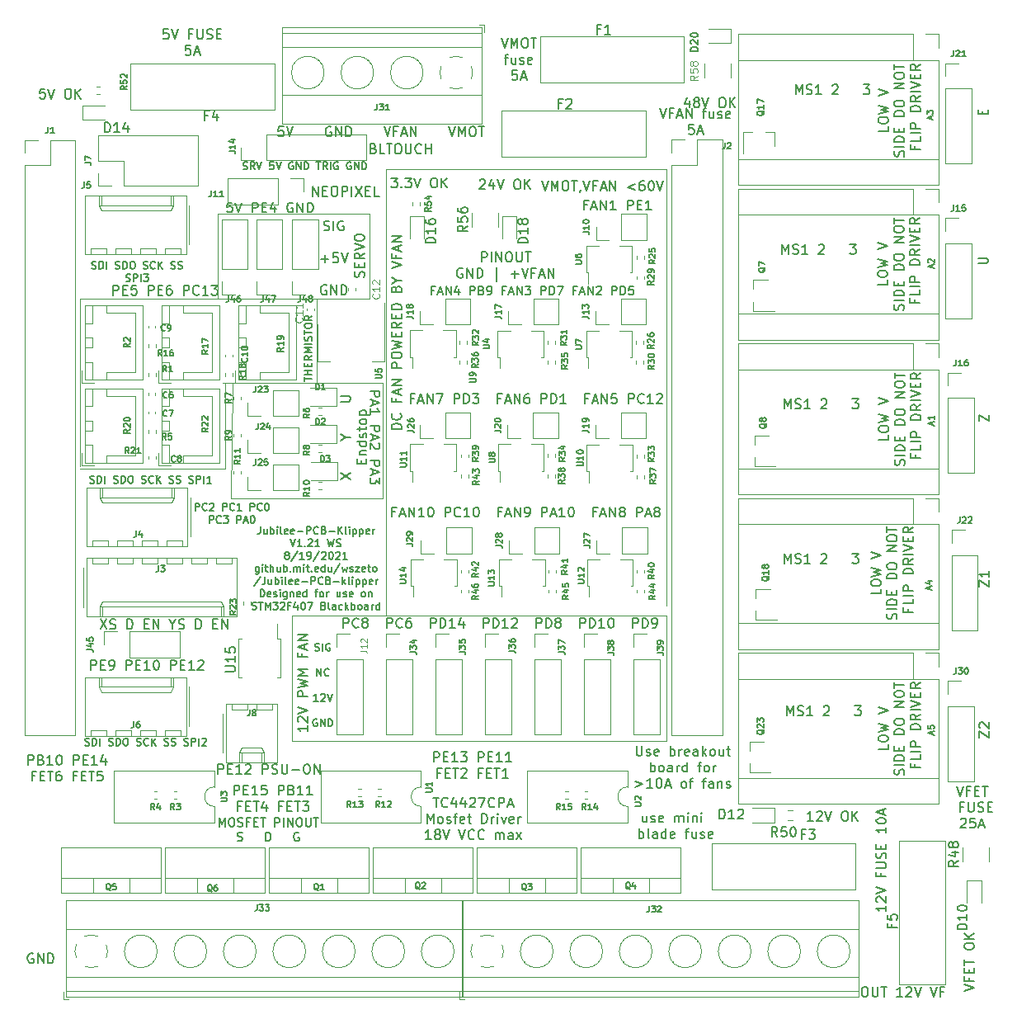
<source format=gbr>
%TF.GenerationSoftware,KiCad,Pcbnew,(5.1.10)-1*%
%TF.CreationDate,2021-08-20T00:09:58-04:00*%
%TF.ProjectId,Back_F407_expansion_board,4261636b-5f46-4343-9037-5f657870616e,rev?*%
%TF.SameCoordinates,Original*%
%TF.FileFunction,Legend,Top*%
%TF.FilePolarity,Positive*%
%FSLAX46Y46*%
G04 Gerber Fmt 4.6, Leading zero omitted, Abs format (unit mm)*
G04 Created by KiCad (PCBNEW (5.1.10)-1) date 2021-08-20 00:09:58*
%MOMM*%
%LPD*%
G01*
G04 APERTURE LIST*
%ADD10C,0.150000*%
%ADD11C,0.120000*%
%ADD12C,0.101600*%
%ADD13C,0.127000*%
G04 APERTURE END LIST*
D10*
X118680219Y-58021980D02*
X118680219Y-57021980D01*
X119061171Y-57021980D01*
X119156409Y-57069600D01*
X119204028Y-57117219D01*
X119251647Y-57212457D01*
X119251647Y-57355314D01*
X119204028Y-57450552D01*
X119156409Y-57498171D01*
X119061171Y-57545790D01*
X118680219Y-57545790D01*
X119680219Y-58021980D02*
X119680219Y-57021980D01*
X120156409Y-58021980D02*
X120156409Y-57021980D01*
X120727838Y-58021980D01*
X120727838Y-57021980D01*
X121394504Y-57021980D02*
X121584980Y-57021980D01*
X121680219Y-57069600D01*
X121775457Y-57164838D01*
X121823076Y-57355314D01*
X121823076Y-57688647D01*
X121775457Y-57879123D01*
X121680219Y-57974361D01*
X121584980Y-58021980D01*
X121394504Y-58021980D01*
X121299266Y-57974361D01*
X121204028Y-57879123D01*
X121156409Y-57688647D01*
X121156409Y-57355314D01*
X121204028Y-57164838D01*
X121299266Y-57069600D01*
X121394504Y-57021980D01*
X122251647Y-57021980D02*
X122251647Y-57831504D01*
X122299266Y-57926742D01*
X122346885Y-57974361D01*
X122442123Y-58021980D01*
X122632600Y-58021980D01*
X122727838Y-57974361D01*
X122775457Y-57926742D01*
X122823076Y-57831504D01*
X122823076Y-57021980D01*
X123156409Y-57021980D02*
X123727838Y-57021980D01*
X123442123Y-58021980D02*
X123442123Y-57021980D01*
X116704028Y-58719600D02*
X116608790Y-58671980D01*
X116465933Y-58671980D01*
X116323076Y-58719600D01*
X116227838Y-58814838D01*
X116180219Y-58910076D01*
X116132600Y-59100552D01*
X116132600Y-59243409D01*
X116180219Y-59433885D01*
X116227838Y-59529123D01*
X116323076Y-59624361D01*
X116465933Y-59671980D01*
X116561171Y-59671980D01*
X116704028Y-59624361D01*
X116751647Y-59576742D01*
X116751647Y-59243409D01*
X116561171Y-59243409D01*
X117180219Y-59671980D02*
X117180219Y-58671980D01*
X117751647Y-59671980D01*
X117751647Y-58671980D01*
X118227838Y-59671980D02*
X118227838Y-58671980D01*
X118465933Y-58671980D01*
X118608790Y-58719600D01*
X118704028Y-58814838D01*
X118751647Y-58910076D01*
X118799266Y-59100552D01*
X118799266Y-59243409D01*
X118751647Y-59433885D01*
X118704028Y-59529123D01*
X118608790Y-59624361D01*
X118465933Y-59671980D01*
X118227838Y-59671980D01*
X120227838Y-60005314D02*
X120227838Y-58576742D01*
X121704028Y-59291028D02*
X122465933Y-59291028D01*
X122084980Y-59671980D02*
X122084980Y-58910076D01*
X122799266Y-58671980D02*
X123132600Y-59671980D01*
X123465933Y-58671980D01*
X124132600Y-59148171D02*
X123799266Y-59148171D01*
X123799266Y-59671980D02*
X123799266Y-58671980D01*
X124275457Y-58671980D01*
X124608790Y-59386266D02*
X125084980Y-59386266D01*
X124513552Y-59671980D02*
X124846885Y-58671980D01*
X125180219Y-59671980D01*
X125513552Y-59671980D02*
X125513552Y-58671980D01*
X126084980Y-59671980D01*
X126084980Y-58671980D01*
X91635914Y-110561380D02*
X91635914Y-109561380D01*
X92016866Y-109561380D01*
X92112104Y-109609000D01*
X92159723Y-109656619D01*
X92207342Y-109751857D01*
X92207342Y-109894714D01*
X92159723Y-109989952D01*
X92112104Y-110037571D01*
X92016866Y-110085190D01*
X91635914Y-110085190D01*
X92635914Y-110037571D02*
X92969247Y-110037571D01*
X93112104Y-110561380D02*
X92635914Y-110561380D01*
X92635914Y-109561380D01*
X93112104Y-109561380D01*
X94064485Y-110561380D02*
X93493057Y-110561380D01*
X93778771Y-110561380D02*
X93778771Y-109561380D01*
X93683533Y-109704238D01*
X93588295Y-109799476D01*
X93493057Y-109847095D01*
X94445438Y-109656619D02*
X94493057Y-109609000D01*
X94588295Y-109561380D01*
X94826390Y-109561380D01*
X94921628Y-109609000D01*
X94969247Y-109656619D01*
X95016866Y-109751857D01*
X95016866Y-109847095D01*
X94969247Y-109989952D01*
X94397819Y-110561380D01*
X95016866Y-110561380D01*
X96207342Y-110561380D02*
X96207342Y-109561380D01*
X96588295Y-109561380D01*
X96683533Y-109609000D01*
X96731152Y-109656619D01*
X96778771Y-109751857D01*
X96778771Y-109894714D01*
X96731152Y-109989952D01*
X96683533Y-110037571D01*
X96588295Y-110085190D01*
X96207342Y-110085190D01*
X97159723Y-110513761D02*
X97302580Y-110561380D01*
X97540676Y-110561380D01*
X97635914Y-110513761D01*
X97683533Y-110466142D01*
X97731152Y-110370904D01*
X97731152Y-110275666D01*
X97683533Y-110180428D01*
X97635914Y-110132809D01*
X97540676Y-110085190D01*
X97350200Y-110037571D01*
X97254961Y-109989952D01*
X97207342Y-109942333D01*
X97159723Y-109847095D01*
X97159723Y-109751857D01*
X97207342Y-109656619D01*
X97254961Y-109609000D01*
X97350200Y-109561380D01*
X97588295Y-109561380D01*
X97731152Y-109609000D01*
X98159723Y-109561380D02*
X98159723Y-110370904D01*
X98207342Y-110466142D01*
X98254961Y-110513761D01*
X98350200Y-110561380D01*
X98540676Y-110561380D01*
X98635914Y-110513761D01*
X98683533Y-110466142D01*
X98731152Y-110370904D01*
X98731152Y-109561380D01*
X99207342Y-110180428D02*
X99969247Y-110180428D01*
X100635914Y-109561380D02*
X100826390Y-109561380D01*
X100921628Y-109609000D01*
X101016866Y-109704238D01*
X101064485Y-109894714D01*
X101064485Y-110228047D01*
X101016866Y-110418523D01*
X100921628Y-110513761D01*
X100826390Y-110561380D01*
X100635914Y-110561380D01*
X100540676Y-110513761D01*
X100445438Y-110418523D01*
X100397819Y-110228047D01*
X100397819Y-109894714D01*
X100445438Y-109704238D01*
X100540676Y-109609000D01*
X100635914Y-109561380D01*
X101493057Y-110561380D02*
X101493057Y-109561380D01*
X102064485Y-110561380D01*
X102064485Y-109561380D01*
X109834447Y-83672371D02*
X109501114Y-83672371D01*
X109501114Y-84196180D02*
X109501114Y-83196180D01*
X109977304Y-83196180D01*
X110310638Y-83910466D02*
X110786828Y-83910466D01*
X110215400Y-84196180D02*
X110548733Y-83196180D01*
X110882066Y-84196180D01*
X111215400Y-84196180D02*
X111215400Y-83196180D01*
X111786828Y-84196180D01*
X111786828Y-83196180D01*
X112786828Y-84196180D02*
X112215400Y-84196180D01*
X112501114Y-84196180D02*
X112501114Y-83196180D01*
X112405876Y-83339038D01*
X112310638Y-83434276D01*
X112215400Y-83481895D01*
X113405876Y-83196180D02*
X113501114Y-83196180D01*
X113596352Y-83243800D01*
X113643971Y-83291419D01*
X113691590Y-83386657D01*
X113739209Y-83577133D01*
X113739209Y-83815228D01*
X113691590Y-84005704D01*
X113643971Y-84100942D01*
X113596352Y-84148561D01*
X113501114Y-84196180D01*
X113405876Y-84196180D01*
X113310638Y-84148561D01*
X113263019Y-84100942D01*
X113215400Y-84005704D01*
X113167780Y-83815228D01*
X113167780Y-83577133D01*
X113215400Y-83386657D01*
X113263019Y-83291419D01*
X113310638Y-83243800D01*
X113405876Y-83196180D01*
X114929685Y-84196180D02*
X114929685Y-83196180D01*
X115310638Y-83196180D01*
X115405876Y-83243800D01*
X115453495Y-83291419D01*
X115501114Y-83386657D01*
X115501114Y-83529514D01*
X115453495Y-83624752D01*
X115405876Y-83672371D01*
X115310638Y-83719990D01*
X114929685Y-83719990D01*
X116501114Y-84100942D02*
X116453495Y-84148561D01*
X116310638Y-84196180D01*
X116215400Y-84196180D01*
X116072542Y-84148561D01*
X115977304Y-84053323D01*
X115929685Y-83958085D01*
X115882066Y-83767609D01*
X115882066Y-83624752D01*
X115929685Y-83434276D01*
X115977304Y-83339038D01*
X116072542Y-83243800D01*
X116215400Y-83196180D01*
X116310638Y-83196180D01*
X116453495Y-83243800D01*
X116501114Y-83291419D01*
X117453495Y-84196180D02*
X116882066Y-84196180D01*
X117167780Y-84196180D02*
X117167780Y-83196180D01*
X117072542Y-83339038D01*
X116977304Y-83434276D01*
X116882066Y-83481895D01*
X118072542Y-83196180D02*
X118167780Y-83196180D01*
X118263019Y-83243800D01*
X118310638Y-83291419D01*
X118358257Y-83386657D01*
X118405876Y-83577133D01*
X118405876Y-83815228D01*
X118358257Y-84005704D01*
X118310638Y-84100942D01*
X118263019Y-84148561D01*
X118167780Y-84196180D01*
X118072542Y-84196180D01*
X117977304Y-84148561D01*
X117929685Y-84100942D01*
X117882066Y-84005704D01*
X117834447Y-83815228D01*
X117834447Y-83577133D01*
X117882066Y-83386657D01*
X117929685Y-83291419D01*
X117977304Y-83243800D01*
X118072542Y-83196180D01*
X120691590Y-83672371D02*
X120358257Y-83672371D01*
X120358257Y-84196180D02*
X120358257Y-83196180D01*
X120834447Y-83196180D01*
X121167780Y-83910466D02*
X121643971Y-83910466D01*
X121072542Y-84196180D02*
X121405876Y-83196180D01*
X121739209Y-84196180D01*
X122072542Y-84196180D02*
X122072542Y-83196180D01*
X122643971Y-84196180D01*
X122643971Y-83196180D01*
X123167780Y-84196180D02*
X123358257Y-84196180D01*
X123453495Y-84148561D01*
X123501114Y-84100942D01*
X123596352Y-83958085D01*
X123643971Y-83767609D01*
X123643971Y-83386657D01*
X123596352Y-83291419D01*
X123548733Y-83243800D01*
X123453495Y-83196180D01*
X123263019Y-83196180D01*
X123167780Y-83243800D01*
X123120161Y-83291419D01*
X123072542Y-83386657D01*
X123072542Y-83624752D01*
X123120161Y-83719990D01*
X123167780Y-83767609D01*
X123263019Y-83815228D01*
X123453495Y-83815228D01*
X123548733Y-83767609D01*
X123596352Y-83719990D01*
X123643971Y-83624752D01*
X124834447Y-84196180D02*
X124834447Y-83196180D01*
X125215399Y-83196180D01*
X125310638Y-83243800D01*
X125358257Y-83291419D01*
X125405876Y-83386657D01*
X125405876Y-83529514D01*
X125358257Y-83624752D01*
X125310638Y-83672371D01*
X125215399Y-83719990D01*
X124834447Y-83719990D01*
X125786828Y-83910466D02*
X126263019Y-83910466D01*
X125691590Y-84196180D02*
X126024923Y-83196180D01*
X126358257Y-84196180D01*
X127215399Y-84196180D02*
X126643971Y-84196180D01*
X126929685Y-84196180D02*
X126929685Y-83196180D01*
X126834447Y-83339038D01*
X126739209Y-83434276D01*
X126643971Y-83481895D01*
X127834447Y-83196180D02*
X127929685Y-83196180D01*
X128024923Y-83243800D01*
X128072542Y-83291419D01*
X128120161Y-83386657D01*
X128167780Y-83577133D01*
X128167780Y-83815228D01*
X128120161Y-84005704D01*
X128072542Y-84100942D01*
X128024923Y-84148561D01*
X127929685Y-84196180D01*
X127834447Y-84196180D01*
X127739209Y-84148561D01*
X127691590Y-84100942D01*
X127643971Y-84005704D01*
X127596352Y-83815228D01*
X127596352Y-83577133D01*
X127643971Y-83386657D01*
X127691590Y-83291419D01*
X127739209Y-83243800D01*
X127834447Y-83196180D01*
X130453495Y-83672371D02*
X130120161Y-83672371D01*
X130120161Y-84196180D02*
X130120161Y-83196180D01*
X130596352Y-83196180D01*
X130929685Y-83910466D02*
X131405876Y-83910466D01*
X130834447Y-84196180D02*
X131167780Y-83196180D01*
X131501114Y-84196180D01*
X131834447Y-84196180D02*
X131834447Y-83196180D01*
X132405876Y-84196180D01*
X132405876Y-83196180D01*
X133024923Y-83624752D02*
X132929685Y-83577133D01*
X132882066Y-83529514D01*
X132834447Y-83434276D01*
X132834447Y-83386657D01*
X132882066Y-83291419D01*
X132929685Y-83243800D01*
X133024923Y-83196180D01*
X133215399Y-83196180D01*
X133310638Y-83243800D01*
X133358257Y-83291419D01*
X133405876Y-83386657D01*
X133405876Y-83434276D01*
X133358257Y-83529514D01*
X133310638Y-83577133D01*
X133215399Y-83624752D01*
X133024923Y-83624752D01*
X132929685Y-83672371D01*
X132882066Y-83719990D01*
X132834447Y-83815228D01*
X132834447Y-84005704D01*
X132882066Y-84100942D01*
X132929685Y-84148561D01*
X133024923Y-84196180D01*
X133215399Y-84196180D01*
X133310638Y-84148561D01*
X133358257Y-84100942D01*
X133405876Y-84005704D01*
X133405876Y-83815228D01*
X133358257Y-83719990D01*
X133310638Y-83672371D01*
X133215399Y-83624752D01*
X134596352Y-84196180D02*
X134596352Y-83196180D01*
X134977304Y-83196180D01*
X135072542Y-83243800D01*
X135120161Y-83291419D01*
X135167780Y-83386657D01*
X135167780Y-83529514D01*
X135120161Y-83624752D01*
X135072542Y-83672371D01*
X134977304Y-83719990D01*
X134596352Y-83719990D01*
X135548733Y-83910466D02*
X136024923Y-83910466D01*
X135453495Y-84196180D02*
X135786828Y-83196180D01*
X136120161Y-84196180D01*
X136596352Y-83624752D02*
X136501114Y-83577133D01*
X136453495Y-83529514D01*
X136405876Y-83434276D01*
X136405876Y-83386657D01*
X136453495Y-83291419D01*
X136501114Y-83243800D01*
X136596352Y-83196180D01*
X136786828Y-83196180D01*
X136882066Y-83243800D01*
X136929685Y-83291419D01*
X136977304Y-83386657D01*
X136977304Y-83434276D01*
X136929685Y-83529514D01*
X136882066Y-83577133D01*
X136786828Y-83624752D01*
X136596352Y-83624752D01*
X136501114Y-83672371D01*
X136453495Y-83719990D01*
X136405876Y-83815228D01*
X136405876Y-84005704D01*
X136453495Y-84100942D01*
X136501114Y-84148561D01*
X136596352Y-84196180D01*
X136786828Y-84196180D01*
X136882066Y-84148561D01*
X136929685Y-84100942D01*
X136977304Y-84005704D01*
X136977304Y-83815228D01*
X136929685Y-83719990D01*
X136882066Y-83672371D01*
X136786828Y-83624752D01*
X111710771Y-72039171D02*
X111377438Y-72039171D01*
X111377438Y-72562980D02*
X111377438Y-71562980D01*
X111853628Y-71562980D01*
X112186961Y-72277266D02*
X112663152Y-72277266D01*
X112091723Y-72562980D02*
X112425057Y-71562980D01*
X112758390Y-72562980D01*
X113091723Y-72562980D02*
X113091723Y-71562980D01*
X113663152Y-72562980D01*
X113663152Y-71562980D01*
X114044104Y-71562980D02*
X114710771Y-71562980D01*
X114282200Y-72562980D01*
X115853628Y-72562980D02*
X115853628Y-71562980D01*
X116234580Y-71562980D01*
X116329819Y-71610600D01*
X116377438Y-71658219D01*
X116425057Y-71753457D01*
X116425057Y-71896314D01*
X116377438Y-71991552D01*
X116329819Y-72039171D01*
X116234580Y-72086790D01*
X115853628Y-72086790D01*
X116853628Y-72562980D02*
X116853628Y-71562980D01*
X117091723Y-71562980D01*
X117234580Y-71610600D01*
X117329819Y-71705838D01*
X117377438Y-71801076D01*
X117425057Y-71991552D01*
X117425057Y-72134409D01*
X117377438Y-72324885D01*
X117329819Y-72420123D01*
X117234580Y-72515361D01*
X117091723Y-72562980D01*
X116853628Y-72562980D01*
X117758390Y-71562980D02*
X118377438Y-71562980D01*
X118044104Y-71943933D01*
X118186961Y-71943933D01*
X118282200Y-71991552D01*
X118329819Y-72039171D01*
X118377438Y-72134409D01*
X118377438Y-72372504D01*
X118329819Y-72467742D01*
X118282200Y-72515361D01*
X118186961Y-72562980D01*
X117901247Y-72562980D01*
X117806009Y-72515361D01*
X117758390Y-72467742D01*
X120663152Y-72039171D02*
X120329819Y-72039171D01*
X120329819Y-72562980D02*
X120329819Y-71562980D01*
X120806009Y-71562980D01*
X121139342Y-72277266D02*
X121615533Y-72277266D01*
X121044104Y-72562980D02*
X121377438Y-71562980D01*
X121710771Y-72562980D01*
X122044104Y-72562980D02*
X122044104Y-71562980D01*
X122615533Y-72562980D01*
X122615533Y-71562980D01*
X123520295Y-71562980D02*
X123329819Y-71562980D01*
X123234580Y-71610600D01*
X123186961Y-71658219D01*
X123091723Y-71801076D01*
X123044104Y-71991552D01*
X123044104Y-72372504D01*
X123091723Y-72467742D01*
X123139342Y-72515361D01*
X123234580Y-72562980D01*
X123425057Y-72562980D01*
X123520295Y-72515361D01*
X123567914Y-72467742D01*
X123615533Y-72372504D01*
X123615533Y-72134409D01*
X123567914Y-72039171D01*
X123520295Y-71991552D01*
X123425057Y-71943933D01*
X123234580Y-71943933D01*
X123139342Y-71991552D01*
X123091723Y-72039171D01*
X123044104Y-72134409D01*
X124806009Y-72562980D02*
X124806009Y-71562980D01*
X125186961Y-71562980D01*
X125282199Y-71610600D01*
X125329819Y-71658219D01*
X125377438Y-71753457D01*
X125377438Y-71896314D01*
X125329819Y-71991552D01*
X125282199Y-72039171D01*
X125186961Y-72086790D01*
X124806009Y-72086790D01*
X125806009Y-72562980D02*
X125806009Y-71562980D01*
X126044104Y-71562980D01*
X126186961Y-71610600D01*
X126282199Y-71705838D01*
X126329819Y-71801076D01*
X126377438Y-71991552D01*
X126377438Y-72134409D01*
X126329819Y-72324885D01*
X126282199Y-72420123D01*
X126186961Y-72515361D01*
X126044104Y-72562980D01*
X125806009Y-72562980D01*
X127329819Y-72562980D02*
X126758390Y-72562980D01*
X127044104Y-72562980D02*
X127044104Y-71562980D01*
X126948866Y-71705838D01*
X126853628Y-71801076D01*
X126758390Y-71848695D01*
X129615533Y-72039171D02*
X129282199Y-72039171D01*
X129282199Y-72562980D02*
X129282199Y-71562980D01*
X129758390Y-71562980D01*
X130091723Y-72277266D02*
X130567914Y-72277266D01*
X129996485Y-72562980D02*
X130329819Y-71562980D01*
X130663152Y-72562980D01*
X130996485Y-72562980D02*
X130996485Y-71562980D01*
X131567914Y-72562980D01*
X131567914Y-71562980D01*
X132520295Y-71562980D02*
X132044104Y-71562980D01*
X131996485Y-72039171D01*
X132044104Y-71991552D01*
X132139342Y-71943933D01*
X132377438Y-71943933D01*
X132472676Y-71991552D01*
X132520295Y-72039171D01*
X132567914Y-72134409D01*
X132567914Y-72372504D01*
X132520295Y-72467742D01*
X132472676Y-72515361D01*
X132377438Y-72562980D01*
X132139342Y-72562980D01*
X132044104Y-72515361D01*
X131996485Y-72467742D01*
X133758390Y-72562980D02*
X133758390Y-71562980D01*
X134139342Y-71562980D01*
X134234580Y-71610600D01*
X134282200Y-71658219D01*
X134329819Y-71753457D01*
X134329819Y-71896314D01*
X134282200Y-71991552D01*
X134234580Y-72039171D01*
X134139342Y-72086790D01*
X133758390Y-72086790D01*
X135329819Y-72467742D02*
X135282200Y-72515361D01*
X135139342Y-72562980D01*
X135044104Y-72562980D01*
X134901247Y-72515361D01*
X134806009Y-72420123D01*
X134758390Y-72324885D01*
X134710771Y-72134409D01*
X134710771Y-71991552D01*
X134758390Y-71801076D01*
X134806009Y-71705838D01*
X134901247Y-71610600D01*
X135044104Y-71562980D01*
X135139342Y-71562980D01*
X135282200Y-71610600D01*
X135329819Y-71658219D01*
X136282200Y-72562980D02*
X135710771Y-72562980D01*
X135996485Y-72562980D02*
X135996485Y-71562980D01*
X135901247Y-71705838D01*
X135806009Y-71801076D01*
X135710771Y-71848695D01*
X136663152Y-71658219D02*
X136710771Y-71610600D01*
X136806009Y-71562980D01*
X137044104Y-71562980D01*
X137139342Y-71610600D01*
X137186961Y-71658219D01*
X137234580Y-71753457D01*
X137234580Y-71848695D01*
X137186961Y-71991552D01*
X136615533Y-72562980D01*
X137234580Y-72562980D01*
X113800466Y-60921900D02*
X113504133Y-60921900D01*
X113504133Y-61387566D02*
X113504133Y-60498566D01*
X113927466Y-60498566D01*
X114223799Y-61133566D02*
X114647133Y-61133566D01*
X114139133Y-61387566D02*
X114435466Y-60498566D01*
X114731799Y-61387566D01*
X115028133Y-61387566D02*
X115028133Y-60498566D01*
X115536133Y-61387566D01*
X115536133Y-60498566D01*
X116340466Y-60794900D02*
X116340466Y-61387566D01*
X116128799Y-60456233D02*
X115917133Y-61091233D01*
X116467466Y-61091233D01*
X117483466Y-61387566D02*
X117483466Y-60498566D01*
X117822133Y-60498566D01*
X117906799Y-60540900D01*
X117949133Y-60583233D01*
X117991466Y-60667900D01*
X117991466Y-60794900D01*
X117949133Y-60879566D01*
X117906799Y-60921900D01*
X117822133Y-60964233D01*
X117483466Y-60964233D01*
X118668799Y-60921900D02*
X118795799Y-60964233D01*
X118838133Y-61006566D01*
X118880466Y-61091233D01*
X118880466Y-61218233D01*
X118838133Y-61302900D01*
X118795799Y-61345233D01*
X118711133Y-61387566D01*
X118372466Y-61387566D01*
X118372466Y-60498566D01*
X118668799Y-60498566D01*
X118753466Y-60540900D01*
X118795799Y-60583233D01*
X118838133Y-60667900D01*
X118838133Y-60752566D01*
X118795799Y-60837233D01*
X118753466Y-60879566D01*
X118668799Y-60921900D01*
X118372466Y-60921900D01*
X119303799Y-61387566D02*
X119473133Y-61387566D01*
X119557799Y-61345233D01*
X119600133Y-61302900D01*
X119684799Y-61175900D01*
X119727133Y-61006566D01*
X119727133Y-60667900D01*
X119684799Y-60583233D01*
X119642466Y-60540900D01*
X119557799Y-60498566D01*
X119388466Y-60498566D01*
X119303799Y-60540900D01*
X119261466Y-60583233D01*
X119219133Y-60667900D01*
X119219133Y-60879566D01*
X119261466Y-60964233D01*
X119303799Y-61006566D01*
X119388466Y-61048900D01*
X119557799Y-61048900D01*
X119642466Y-61006566D01*
X119684799Y-60964233D01*
X119727133Y-60879566D01*
X121081799Y-60921900D02*
X120785466Y-60921900D01*
X120785466Y-61387566D02*
X120785466Y-60498566D01*
X121208799Y-60498566D01*
X121505133Y-61133566D02*
X121928466Y-61133566D01*
X121420466Y-61387566D02*
X121716799Y-60498566D01*
X122013133Y-61387566D01*
X122309466Y-61387566D02*
X122309466Y-60498566D01*
X122817466Y-61387566D01*
X122817466Y-60498566D01*
X123156133Y-60498566D02*
X123706466Y-60498566D01*
X123410133Y-60837233D01*
X123537133Y-60837233D01*
X123621799Y-60879566D01*
X123664133Y-60921900D01*
X123706466Y-61006566D01*
X123706466Y-61218233D01*
X123664133Y-61302900D01*
X123621799Y-61345233D01*
X123537133Y-61387566D01*
X123283133Y-61387566D01*
X123198466Y-61345233D01*
X123156133Y-61302900D01*
X124764799Y-61387566D02*
X124764799Y-60498566D01*
X125103466Y-60498566D01*
X125188133Y-60540900D01*
X125230466Y-60583233D01*
X125272799Y-60667900D01*
X125272799Y-60794900D01*
X125230466Y-60879566D01*
X125188133Y-60921900D01*
X125103466Y-60964233D01*
X124764799Y-60964233D01*
X125653799Y-61387566D02*
X125653799Y-60498566D01*
X125865466Y-60498566D01*
X125992466Y-60540900D01*
X126077133Y-60625566D01*
X126119466Y-60710233D01*
X126161799Y-60879566D01*
X126161799Y-61006566D01*
X126119466Y-61175900D01*
X126077133Y-61260566D01*
X125992466Y-61345233D01*
X125865466Y-61387566D01*
X125653799Y-61387566D01*
X126458133Y-60498566D02*
X127050799Y-60498566D01*
X126669799Y-61387566D01*
X128363133Y-60921900D02*
X128066799Y-60921900D01*
X128066799Y-61387566D02*
X128066799Y-60498566D01*
X128490133Y-60498566D01*
X128786466Y-61133566D02*
X129209799Y-61133566D01*
X128701799Y-61387566D02*
X128998133Y-60498566D01*
X129294466Y-61387566D01*
X129590799Y-61387566D02*
X129590799Y-60498566D01*
X130098799Y-61387566D01*
X130098799Y-60498566D01*
X130479799Y-60583233D02*
X130522133Y-60540900D01*
X130606799Y-60498566D01*
X130818466Y-60498566D01*
X130903133Y-60540900D01*
X130945466Y-60583233D01*
X130987799Y-60667900D01*
X130987799Y-60752566D01*
X130945466Y-60879566D01*
X130437466Y-61387566D01*
X130987799Y-61387566D01*
X132046133Y-61387566D02*
X132046133Y-60498566D01*
X132384799Y-60498566D01*
X132469466Y-60540900D01*
X132511799Y-60583233D01*
X132554133Y-60667900D01*
X132554133Y-60794900D01*
X132511799Y-60879566D01*
X132469466Y-60921900D01*
X132384799Y-60964233D01*
X132046133Y-60964233D01*
X132935133Y-61387566D02*
X132935133Y-60498566D01*
X133146799Y-60498566D01*
X133273799Y-60540900D01*
X133358466Y-60625566D01*
X133400799Y-60710233D01*
X133443133Y-60879566D01*
X133443133Y-61006566D01*
X133400799Y-61175900D01*
X133358466Y-61260566D01*
X133273799Y-61345233D01*
X133146799Y-61387566D01*
X132935133Y-61387566D01*
X134247466Y-60498566D02*
X133824133Y-60498566D01*
X133781799Y-60921900D01*
X133824133Y-60879566D01*
X133908799Y-60837233D01*
X134120466Y-60837233D01*
X134205133Y-60879566D01*
X134247466Y-60921900D01*
X134289800Y-61006566D01*
X134289800Y-61218233D01*
X134247466Y-61302900D01*
X134205133Y-61345233D01*
X134120466Y-61387566D01*
X133908799Y-61387566D01*
X133824133Y-61345233D01*
X133781799Y-61302900D01*
X129518161Y-52176371D02*
X129184828Y-52176371D01*
X129184828Y-52700180D02*
X129184828Y-51700180D01*
X129661019Y-51700180D01*
X129994352Y-52414466D02*
X130470542Y-52414466D01*
X129899114Y-52700180D02*
X130232447Y-51700180D01*
X130565780Y-52700180D01*
X130899114Y-52700180D02*
X130899114Y-51700180D01*
X131470542Y-52700180D01*
X131470542Y-51700180D01*
X132470542Y-52700180D02*
X131899114Y-52700180D01*
X132184828Y-52700180D02*
X132184828Y-51700180D01*
X132089590Y-51843038D01*
X131994352Y-51938276D01*
X131899114Y-51985895D01*
X133661019Y-52700180D02*
X133661019Y-51700180D01*
X134041971Y-51700180D01*
X134137209Y-51747800D01*
X134184828Y-51795419D01*
X134232447Y-51890657D01*
X134232447Y-52033514D01*
X134184828Y-52128752D01*
X134137209Y-52176371D01*
X134041971Y-52223990D01*
X133661019Y-52223990D01*
X134661019Y-52176371D02*
X134994352Y-52176371D01*
X135137209Y-52700180D02*
X134661019Y-52700180D01*
X134661019Y-51700180D01*
X135137209Y-51700180D01*
X136089590Y-52700180D02*
X135518161Y-52700180D01*
X135803876Y-52700180D02*
X135803876Y-51700180D01*
X135708638Y-51843038D01*
X135613400Y-51938276D01*
X135518161Y-51985895D01*
X124851304Y-49718980D02*
X125184638Y-50718980D01*
X125517971Y-49718980D01*
X125851304Y-50718980D02*
X125851304Y-49718980D01*
X126184638Y-50433266D01*
X126517971Y-49718980D01*
X126517971Y-50718980D01*
X127184638Y-49718980D02*
X127375114Y-49718980D01*
X127470352Y-49766600D01*
X127565590Y-49861838D01*
X127613209Y-50052314D01*
X127613209Y-50385647D01*
X127565590Y-50576123D01*
X127470352Y-50671361D01*
X127375114Y-50718980D01*
X127184638Y-50718980D01*
X127089400Y-50671361D01*
X126994161Y-50576123D01*
X126946542Y-50385647D01*
X126946542Y-50052314D01*
X126994161Y-49861838D01*
X127089400Y-49766600D01*
X127184638Y-49718980D01*
X127898923Y-49718980D02*
X128470352Y-49718980D01*
X128184638Y-50718980D02*
X128184638Y-49718980D01*
X128851304Y-50671361D02*
X128851304Y-50718980D01*
X128803685Y-50814219D01*
X128756066Y-50861838D01*
X129137019Y-49718980D02*
X129470352Y-50718980D01*
X129803685Y-49718980D01*
X130470352Y-50195171D02*
X130137019Y-50195171D01*
X130137019Y-50718980D02*
X130137019Y-49718980D01*
X130613209Y-49718980D01*
X130946542Y-50433266D02*
X131422733Y-50433266D01*
X130851304Y-50718980D02*
X131184638Y-49718980D01*
X131517971Y-50718980D01*
X131851304Y-50718980D02*
X131851304Y-49718980D01*
X132422733Y-50718980D01*
X132422733Y-49718980D01*
X134422733Y-50052314D02*
X133660828Y-50338028D01*
X134422733Y-50623742D01*
X135327495Y-49718980D02*
X135137019Y-49718980D01*
X135041780Y-49766600D01*
X134994161Y-49814219D01*
X134898923Y-49957076D01*
X134851304Y-50147552D01*
X134851304Y-50528504D01*
X134898923Y-50623742D01*
X134946542Y-50671361D01*
X135041780Y-50718980D01*
X135232257Y-50718980D01*
X135327495Y-50671361D01*
X135375114Y-50623742D01*
X135422733Y-50528504D01*
X135422733Y-50290409D01*
X135375114Y-50195171D01*
X135327495Y-50147552D01*
X135232257Y-50099933D01*
X135041780Y-50099933D01*
X134946542Y-50147552D01*
X134898923Y-50195171D01*
X134851304Y-50290409D01*
X136041780Y-49718980D02*
X136137019Y-49718980D01*
X136232257Y-49766600D01*
X136279876Y-49814219D01*
X136327495Y-49909457D01*
X136375114Y-50099933D01*
X136375114Y-50338028D01*
X136327495Y-50528504D01*
X136279876Y-50623742D01*
X136232257Y-50671361D01*
X136137019Y-50718980D01*
X136041780Y-50718980D01*
X135946542Y-50671361D01*
X135898923Y-50623742D01*
X135851304Y-50528504D01*
X135803685Y-50338028D01*
X135803685Y-50099933D01*
X135851304Y-49909457D01*
X135898923Y-49814219D01*
X135946542Y-49766600D01*
X136041780Y-49718980D01*
X136660828Y-49718980D02*
X136994161Y-50718980D01*
X137327495Y-49718980D01*
X80848866Y-61437780D02*
X80848866Y-60437780D01*
X81229819Y-60437780D01*
X81325057Y-60485400D01*
X81372676Y-60533019D01*
X81420295Y-60628257D01*
X81420295Y-60771114D01*
X81372676Y-60866352D01*
X81325057Y-60913971D01*
X81229819Y-60961590D01*
X80848866Y-60961590D01*
X81848866Y-60913971D02*
X82182200Y-60913971D01*
X82325057Y-61437780D02*
X81848866Y-61437780D01*
X81848866Y-60437780D01*
X82325057Y-60437780D01*
X83229819Y-60437780D02*
X82753628Y-60437780D01*
X82706009Y-60913971D01*
X82753628Y-60866352D01*
X82848866Y-60818733D01*
X83086961Y-60818733D01*
X83182200Y-60866352D01*
X83229819Y-60913971D01*
X83277438Y-61009209D01*
X83277438Y-61247304D01*
X83229819Y-61342542D01*
X83182200Y-61390161D01*
X83086961Y-61437780D01*
X82848866Y-61437780D01*
X82753628Y-61390161D01*
X82706009Y-61342542D01*
X84467914Y-61437780D02*
X84467914Y-60437780D01*
X84848866Y-60437780D01*
X84944104Y-60485400D01*
X84991723Y-60533019D01*
X85039342Y-60628257D01*
X85039342Y-60771114D01*
X84991723Y-60866352D01*
X84944104Y-60913971D01*
X84848866Y-60961590D01*
X84467914Y-60961590D01*
X85467914Y-60913971D02*
X85801247Y-60913971D01*
X85944104Y-61437780D02*
X85467914Y-61437780D01*
X85467914Y-60437780D01*
X85944104Y-60437780D01*
X86801247Y-60437780D02*
X86610771Y-60437780D01*
X86515533Y-60485400D01*
X86467914Y-60533019D01*
X86372676Y-60675876D01*
X86325057Y-60866352D01*
X86325057Y-61247304D01*
X86372676Y-61342542D01*
X86420295Y-61390161D01*
X86515533Y-61437780D01*
X86706009Y-61437780D01*
X86801247Y-61390161D01*
X86848866Y-61342542D01*
X86896485Y-61247304D01*
X86896485Y-61009209D01*
X86848866Y-60913971D01*
X86801247Y-60866352D01*
X86706009Y-60818733D01*
X86515533Y-60818733D01*
X86420295Y-60866352D01*
X86372676Y-60913971D01*
X86325057Y-61009209D01*
X88086961Y-61437780D02*
X88086961Y-60437780D01*
X88467914Y-60437780D01*
X88563152Y-60485400D01*
X88610771Y-60533019D01*
X88658390Y-60628257D01*
X88658390Y-60771114D01*
X88610771Y-60866352D01*
X88563152Y-60913971D01*
X88467914Y-60961590D01*
X88086961Y-60961590D01*
X89658390Y-61342542D02*
X89610771Y-61390161D01*
X89467914Y-61437780D01*
X89372676Y-61437780D01*
X89229819Y-61390161D01*
X89134580Y-61294923D01*
X89086961Y-61199685D01*
X89039342Y-61009209D01*
X89039342Y-60866352D01*
X89086961Y-60675876D01*
X89134580Y-60580638D01*
X89229819Y-60485400D01*
X89372676Y-60437780D01*
X89467914Y-60437780D01*
X89610771Y-60485400D01*
X89658390Y-60533019D01*
X90610771Y-61437780D02*
X90039342Y-61437780D01*
X90325057Y-61437780D02*
X90325057Y-60437780D01*
X90229819Y-60580638D01*
X90134580Y-60675876D01*
X90039342Y-60723495D01*
X90944104Y-60437780D02*
X91563152Y-60437780D01*
X91229819Y-60818733D01*
X91372676Y-60818733D01*
X91467914Y-60866352D01*
X91515533Y-60913971D01*
X91563152Y-61009209D01*
X91563152Y-61247304D01*
X91515533Y-61342542D01*
X91467914Y-61390161D01*
X91372676Y-61437780D01*
X91086961Y-61437780D01*
X90991723Y-61390161D01*
X90944104Y-61342542D01*
X107218219Y-71284104D02*
X108218219Y-71284104D01*
X108218219Y-71665057D01*
X108170600Y-71760295D01*
X108122980Y-71807914D01*
X108027742Y-71855533D01*
X107884885Y-71855533D01*
X107789647Y-71807914D01*
X107742028Y-71760295D01*
X107694409Y-71665057D01*
X107694409Y-71284104D01*
X107503933Y-72236485D02*
X107503933Y-72712676D01*
X107218219Y-72141247D02*
X108218219Y-72474580D01*
X107218219Y-72807914D01*
X107218219Y-73665057D02*
X107218219Y-73093628D01*
X107218219Y-73379342D02*
X108218219Y-73379342D01*
X108075361Y-73284104D01*
X107980123Y-73188866D01*
X107932504Y-73093628D01*
X107218219Y-74855533D02*
X108218219Y-74855533D01*
X108218219Y-75236485D01*
X108170600Y-75331723D01*
X108122980Y-75379342D01*
X108027742Y-75426961D01*
X107884885Y-75426961D01*
X107789647Y-75379342D01*
X107742028Y-75331723D01*
X107694409Y-75236485D01*
X107694409Y-74855533D01*
X107503933Y-75807914D02*
X107503933Y-76284104D01*
X107218219Y-75712676D02*
X108218219Y-76046009D01*
X107218219Y-76379342D01*
X108122980Y-76665057D02*
X108170600Y-76712676D01*
X108218219Y-76807914D01*
X108218219Y-77046009D01*
X108170600Y-77141247D01*
X108122980Y-77188866D01*
X108027742Y-77236485D01*
X107932504Y-77236485D01*
X107789647Y-77188866D01*
X107218219Y-76617438D01*
X107218219Y-77236485D01*
X107218219Y-78426961D02*
X108218219Y-78426961D01*
X108218219Y-78807914D01*
X108170600Y-78903152D01*
X108122980Y-78950771D01*
X108027742Y-78998390D01*
X107884885Y-78998390D01*
X107789647Y-78950771D01*
X107742028Y-78903152D01*
X107694409Y-78807914D01*
X107694409Y-78426961D01*
X107503933Y-79379342D02*
X107503933Y-79855533D01*
X107218219Y-79284104D02*
X108218219Y-79617438D01*
X107218219Y-79950771D01*
X108218219Y-80188866D02*
X108218219Y-80807914D01*
X107837266Y-80474580D01*
X107837266Y-80617438D01*
X107789647Y-80712676D01*
X107742028Y-80760295D01*
X107646790Y-80807914D01*
X107408695Y-80807914D01*
X107313457Y-80760295D01*
X107265838Y-80712676D01*
X107218219Y-80617438D01*
X107218219Y-80331723D01*
X107265838Y-80236485D01*
X107313457Y-80188866D01*
X89266485Y-83543614D02*
X89266485Y-82781614D01*
X89556771Y-82781614D01*
X89629342Y-82817900D01*
X89665628Y-82854185D01*
X89701914Y-82926757D01*
X89701914Y-83035614D01*
X89665628Y-83108185D01*
X89629342Y-83144471D01*
X89556771Y-83180757D01*
X89266485Y-83180757D01*
X90463914Y-83471042D02*
X90427628Y-83507328D01*
X90318771Y-83543614D01*
X90246200Y-83543614D01*
X90137342Y-83507328D01*
X90064771Y-83434757D01*
X90028485Y-83362185D01*
X89992200Y-83217042D01*
X89992200Y-83108185D01*
X90028485Y-82963042D01*
X90064771Y-82890471D01*
X90137342Y-82817900D01*
X90246200Y-82781614D01*
X90318771Y-82781614D01*
X90427628Y-82817900D01*
X90463914Y-82854185D01*
X90754200Y-82854185D02*
X90790485Y-82817900D01*
X90863057Y-82781614D01*
X91044485Y-82781614D01*
X91117057Y-82817900D01*
X91153342Y-82854185D01*
X91189628Y-82926757D01*
X91189628Y-82999328D01*
X91153342Y-83108185D01*
X90717914Y-83543614D01*
X91189628Y-83543614D01*
X92096771Y-83543614D02*
X92096771Y-82781614D01*
X92387057Y-82781614D01*
X92459628Y-82817900D01*
X92495914Y-82854185D01*
X92532200Y-82926757D01*
X92532200Y-83035614D01*
X92495914Y-83108185D01*
X92459628Y-83144471D01*
X92387057Y-83180757D01*
X92096771Y-83180757D01*
X93294200Y-83471042D02*
X93257914Y-83507328D01*
X93149057Y-83543614D01*
X93076485Y-83543614D01*
X92967628Y-83507328D01*
X92895057Y-83434757D01*
X92858771Y-83362185D01*
X92822485Y-83217042D01*
X92822485Y-83108185D01*
X92858771Y-82963042D01*
X92895057Y-82890471D01*
X92967628Y-82817900D01*
X93076485Y-82781614D01*
X93149057Y-82781614D01*
X93257914Y-82817900D01*
X93294200Y-82854185D01*
X94019914Y-83543614D02*
X93584485Y-83543614D01*
X93802200Y-83543614D02*
X93802200Y-82781614D01*
X93729628Y-82890471D01*
X93657057Y-82963042D01*
X93584485Y-82999328D01*
X94927057Y-83543614D02*
X94927057Y-82781614D01*
X95217342Y-82781614D01*
X95289914Y-82817900D01*
X95326200Y-82854185D01*
X95362485Y-82926757D01*
X95362485Y-83035614D01*
X95326200Y-83108185D01*
X95289914Y-83144471D01*
X95217342Y-83180757D01*
X94927057Y-83180757D01*
X96124485Y-83471042D02*
X96088200Y-83507328D01*
X95979342Y-83543614D01*
X95906771Y-83543614D01*
X95797914Y-83507328D01*
X95725342Y-83434757D01*
X95689057Y-83362185D01*
X95652771Y-83217042D01*
X95652771Y-83108185D01*
X95689057Y-82963042D01*
X95725342Y-82890471D01*
X95797914Y-82817900D01*
X95906771Y-82781614D01*
X95979342Y-82781614D01*
X96088200Y-82817900D01*
X96124485Y-82854185D01*
X96596200Y-82781614D02*
X96668771Y-82781614D01*
X96741342Y-82817900D01*
X96777628Y-82854185D01*
X96813914Y-82926757D01*
X96850200Y-83071900D01*
X96850200Y-83253328D01*
X96813914Y-83398471D01*
X96777628Y-83471042D01*
X96741342Y-83507328D01*
X96668771Y-83543614D01*
X96596200Y-83543614D01*
X96523628Y-83507328D01*
X96487342Y-83471042D01*
X96451057Y-83398471D01*
X96414771Y-83253328D01*
X96414771Y-83071900D01*
X96451057Y-82926757D01*
X96487342Y-82854185D01*
X96523628Y-82817900D01*
X96596200Y-82781614D01*
X90736057Y-84836614D02*
X90736057Y-84074614D01*
X91026342Y-84074614D01*
X91098914Y-84110900D01*
X91135200Y-84147185D01*
X91171485Y-84219757D01*
X91171485Y-84328614D01*
X91135200Y-84401185D01*
X91098914Y-84437471D01*
X91026342Y-84473757D01*
X90736057Y-84473757D01*
X91933485Y-84764042D02*
X91897200Y-84800328D01*
X91788342Y-84836614D01*
X91715771Y-84836614D01*
X91606914Y-84800328D01*
X91534342Y-84727757D01*
X91498057Y-84655185D01*
X91461771Y-84510042D01*
X91461771Y-84401185D01*
X91498057Y-84256042D01*
X91534342Y-84183471D01*
X91606914Y-84110900D01*
X91715771Y-84074614D01*
X91788342Y-84074614D01*
X91897200Y-84110900D01*
X91933485Y-84147185D01*
X92187485Y-84074614D02*
X92659200Y-84074614D01*
X92405200Y-84364900D01*
X92514057Y-84364900D01*
X92586628Y-84401185D01*
X92622914Y-84437471D01*
X92659200Y-84510042D01*
X92659200Y-84691471D01*
X92622914Y-84764042D01*
X92586628Y-84800328D01*
X92514057Y-84836614D01*
X92296342Y-84836614D01*
X92223771Y-84800328D01*
X92187485Y-84764042D01*
X93566342Y-84836614D02*
X93566342Y-84074614D01*
X93856628Y-84074614D01*
X93929200Y-84110900D01*
X93965485Y-84147185D01*
X94001771Y-84219757D01*
X94001771Y-84328614D01*
X93965485Y-84401185D01*
X93929200Y-84437471D01*
X93856628Y-84473757D01*
X93566342Y-84473757D01*
X94292057Y-84618900D02*
X94654914Y-84618900D01*
X94219485Y-84836614D02*
X94473485Y-84074614D01*
X94727485Y-84836614D01*
X95126628Y-84074614D02*
X95199200Y-84074614D01*
X95271771Y-84110900D01*
X95308057Y-84147185D01*
X95344342Y-84219757D01*
X95380628Y-84364900D01*
X95380628Y-84546328D01*
X95344342Y-84691471D01*
X95308057Y-84764042D01*
X95271771Y-84800328D01*
X95199200Y-84836614D01*
X95126628Y-84836614D01*
X95054057Y-84800328D01*
X95017771Y-84764042D01*
X94981485Y-84691471D01*
X94945200Y-84546328D01*
X94945200Y-84364900D01*
X94981485Y-84219757D01*
X95017771Y-84147185D01*
X95054057Y-84110900D01*
X95126628Y-84074614D01*
X135631609Y-114860914D02*
X135631609Y-115527580D01*
X135203038Y-114860914D02*
X135203038Y-115384723D01*
X135250657Y-115479961D01*
X135345895Y-115527580D01*
X135488752Y-115527580D01*
X135583990Y-115479961D01*
X135631609Y-115432342D01*
X136060180Y-115479961D02*
X136155419Y-115527580D01*
X136345895Y-115527580D01*
X136441133Y-115479961D01*
X136488752Y-115384723D01*
X136488752Y-115337104D01*
X136441133Y-115241866D01*
X136345895Y-115194247D01*
X136203038Y-115194247D01*
X136107800Y-115146628D01*
X136060180Y-115051390D01*
X136060180Y-115003771D01*
X136107800Y-114908533D01*
X136203038Y-114860914D01*
X136345895Y-114860914D01*
X136441133Y-114908533D01*
X137298276Y-115479961D02*
X137203038Y-115527580D01*
X137012561Y-115527580D01*
X136917323Y-115479961D01*
X136869704Y-115384723D01*
X136869704Y-115003771D01*
X136917323Y-114908533D01*
X137012561Y-114860914D01*
X137203038Y-114860914D01*
X137298276Y-114908533D01*
X137345895Y-115003771D01*
X137345895Y-115099009D01*
X136869704Y-115194247D01*
X138536371Y-115527580D02*
X138536371Y-114860914D01*
X138536371Y-114956152D02*
X138583990Y-114908533D01*
X138679228Y-114860914D01*
X138822085Y-114860914D01*
X138917323Y-114908533D01*
X138964942Y-115003771D01*
X138964942Y-115527580D01*
X138964942Y-115003771D02*
X139012561Y-114908533D01*
X139107800Y-114860914D01*
X139250657Y-114860914D01*
X139345895Y-114908533D01*
X139393514Y-115003771D01*
X139393514Y-115527580D01*
X139869704Y-115527580D02*
X139869704Y-114860914D01*
X139869704Y-114527580D02*
X139822085Y-114575200D01*
X139869704Y-114622819D01*
X139917323Y-114575200D01*
X139869704Y-114527580D01*
X139869704Y-114622819D01*
X140345895Y-114860914D02*
X140345895Y-115527580D01*
X140345895Y-114956152D02*
X140393514Y-114908533D01*
X140488752Y-114860914D01*
X140631609Y-114860914D01*
X140726847Y-114908533D01*
X140774466Y-115003771D01*
X140774466Y-115527580D01*
X141250657Y-115527580D02*
X141250657Y-114860914D01*
X141250657Y-114527580D02*
X141203038Y-114575200D01*
X141250657Y-114622819D01*
X141298276Y-114575200D01*
X141250657Y-114527580D01*
X141250657Y-114622819D01*
X134845895Y-117177580D02*
X134845895Y-116177580D01*
X134845895Y-116558533D02*
X134941133Y-116510914D01*
X135131609Y-116510914D01*
X135226847Y-116558533D01*
X135274466Y-116606152D01*
X135322085Y-116701390D01*
X135322085Y-116987104D01*
X135274466Y-117082342D01*
X135226847Y-117129961D01*
X135131609Y-117177580D01*
X134941133Y-117177580D01*
X134845895Y-117129961D01*
X135893514Y-117177580D02*
X135798276Y-117129961D01*
X135750657Y-117034723D01*
X135750657Y-116177580D01*
X136703038Y-117177580D02*
X136703038Y-116653771D01*
X136655419Y-116558533D01*
X136560180Y-116510914D01*
X136369704Y-116510914D01*
X136274466Y-116558533D01*
X136703038Y-117129961D02*
X136607800Y-117177580D01*
X136369704Y-117177580D01*
X136274466Y-117129961D01*
X136226847Y-117034723D01*
X136226847Y-116939485D01*
X136274466Y-116844247D01*
X136369704Y-116796628D01*
X136607800Y-116796628D01*
X136703038Y-116749009D01*
X137607800Y-117177580D02*
X137607800Y-116177580D01*
X137607800Y-117129961D02*
X137512561Y-117177580D01*
X137322085Y-117177580D01*
X137226847Y-117129961D01*
X137179228Y-117082342D01*
X137131609Y-116987104D01*
X137131609Y-116701390D01*
X137179228Y-116606152D01*
X137226847Y-116558533D01*
X137322085Y-116510914D01*
X137512561Y-116510914D01*
X137607800Y-116558533D01*
X138464942Y-117129961D02*
X138369704Y-117177580D01*
X138179228Y-117177580D01*
X138083990Y-117129961D01*
X138036371Y-117034723D01*
X138036371Y-116653771D01*
X138083990Y-116558533D01*
X138179228Y-116510914D01*
X138369704Y-116510914D01*
X138464942Y-116558533D01*
X138512561Y-116653771D01*
X138512561Y-116749009D01*
X138036371Y-116844247D01*
X139560180Y-116510914D02*
X139941133Y-116510914D01*
X139703038Y-117177580D02*
X139703038Y-116320438D01*
X139750657Y-116225200D01*
X139845895Y-116177580D01*
X139941133Y-116177580D01*
X140703038Y-116510914D02*
X140703038Y-117177580D01*
X140274466Y-116510914D02*
X140274466Y-117034723D01*
X140322085Y-117129961D01*
X140417323Y-117177580D01*
X140560180Y-117177580D01*
X140655419Y-117129961D01*
X140703038Y-117082342D01*
X141131609Y-117129961D02*
X141226847Y-117177580D01*
X141417323Y-117177580D01*
X141512561Y-117129961D01*
X141560180Y-117034723D01*
X141560180Y-116987104D01*
X141512561Y-116891866D01*
X141417323Y-116844247D01*
X141274466Y-116844247D01*
X141179228Y-116796628D01*
X141131609Y-116701390D01*
X141131609Y-116653771D01*
X141179228Y-116558533D01*
X141274466Y-116510914D01*
X141417323Y-116510914D01*
X141512561Y-116558533D01*
X142369704Y-117129961D02*
X142274466Y-117177580D01*
X142083990Y-117177580D01*
X141988752Y-117129961D01*
X141941133Y-117034723D01*
X141941133Y-116653771D01*
X141988752Y-116558533D01*
X142083990Y-116510914D01*
X142274466Y-116510914D01*
X142369704Y-116558533D01*
X142417323Y-116653771D01*
X142417323Y-116749009D01*
X141941133Y-116844247D01*
X134580904Y-107708180D02*
X134580904Y-108517704D01*
X134628523Y-108612942D01*
X134676142Y-108660561D01*
X134771380Y-108708180D01*
X134961857Y-108708180D01*
X135057095Y-108660561D01*
X135104714Y-108612942D01*
X135152333Y-108517704D01*
X135152333Y-107708180D01*
X135580904Y-108660561D02*
X135676142Y-108708180D01*
X135866619Y-108708180D01*
X135961857Y-108660561D01*
X136009476Y-108565323D01*
X136009476Y-108517704D01*
X135961857Y-108422466D01*
X135866619Y-108374847D01*
X135723761Y-108374847D01*
X135628523Y-108327228D01*
X135580904Y-108231990D01*
X135580904Y-108184371D01*
X135628523Y-108089133D01*
X135723761Y-108041514D01*
X135866619Y-108041514D01*
X135961857Y-108089133D01*
X136819000Y-108660561D02*
X136723761Y-108708180D01*
X136533285Y-108708180D01*
X136438047Y-108660561D01*
X136390428Y-108565323D01*
X136390428Y-108184371D01*
X136438047Y-108089133D01*
X136533285Y-108041514D01*
X136723761Y-108041514D01*
X136819000Y-108089133D01*
X136866619Y-108184371D01*
X136866619Y-108279609D01*
X136390428Y-108374847D01*
X138057095Y-108708180D02*
X138057095Y-107708180D01*
X138057095Y-108089133D02*
X138152333Y-108041514D01*
X138342809Y-108041514D01*
X138438047Y-108089133D01*
X138485666Y-108136752D01*
X138533285Y-108231990D01*
X138533285Y-108517704D01*
X138485666Y-108612942D01*
X138438047Y-108660561D01*
X138342809Y-108708180D01*
X138152333Y-108708180D01*
X138057095Y-108660561D01*
X138961857Y-108708180D02*
X138961857Y-108041514D01*
X138961857Y-108231990D02*
X139009476Y-108136752D01*
X139057095Y-108089133D01*
X139152333Y-108041514D01*
X139247571Y-108041514D01*
X139961857Y-108660561D02*
X139866619Y-108708180D01*
X139676142Y-108708180D01*
X139580904Y-108660561D01*
X139533285Y-108565323D01*
X139533285Y-108184371D01*
X139580904Y-108089133D01*
X139676142Y-108041514D01*
X139866619Y-108041514D01*
X139961857Y-108089133D01*
X140009476Y-108184371D01*
X140009476Y-108279609D01*
X139533285Y-108374847D01*
X140866619Y-108708180D02*
X140866619Y-108184371D01*
X140819000Y-108089133D01*
X140723761Y-108041514D01*
X140533285Y-108041514D01*
X140438047Y-108089133D01*
X140866619Y-108660561D02*
X140771380Y-108708180D01*
X140533285Y-108708180D01*
X140438047Y-108660561D01*
X140390428Y-108565323D01*
X140390428Y-108470085D01*
X140438047Y-108374847D01*
X140533285Y-108327228D01*
X140771380Y-108327228D01*
X140866619Y-108279609D01*
X141342809Y-108708180D02*
X141342809Y-107708180D01*
X141438047Y-108327228D02*
X141723761Y-108708180D01*
X141723761Y-108041514D02*
X141342809Y-108422466D01*
X142295190Y-108708180D02*
X142199952Y-108660561D01*
X142152333Y-108612942D01*
X142104714Y-108517704D01*
X142104714Y-108231990D01*
X142152333Y-108136752D01*
X142199952Y-108089133D01*
X142295190Y-108041514D01*
X142438047Y-108041514D01*
X142533285Y-108089133D01*
X142580904Y-108136752D01*
X142628523Y-108231990D01*
X142628523Y-108517704D01*
X142580904Y-108612942D01*
X142533285Y-108660561D01*
X142438047Y-108708180D01*
X142295190Y-108708180D01*
X143485666Y-108041514D02*
X143485666Y-108708180D01*
X143057095Y-108041514D02*
X143057095Y-108565323D01*
X143104714Y-108660561D01*
X143199952Y-108708180D01*
X143342809Y-108708180D01*
X143438047Y-108660561D01*
X143485666Y-108612942D01*
X143819000Y-108041514D02*
X144199952Y-108041514D01*
X143961857Y-107708180D02*
X143961857Y-108565323D01*
X144009476Y-108660561D01*
X144104714Y-108708180D01*
X144199952Y-108708180D01*
X136009476Y-110358180D02*
X136009476Y-109358180D01*
X136009476Y-109739133D02*
X136104714Y-109691514D01*
X136295190Y-109691514D01*
X136390428Y-109739133D01*
X136438047Y-109786752D01*
X136485666Y-109881990D01*
X136485666Y-110167704D01*
X136438047Y-110262942D01*
X136390428Y-110310561D01*
X136295190Y-110358180D01*
X136104714Y-110358180D01*
X136009476Y-110310561D01*
X137057095Y-110358180D02*
X136961857Y-110310561D01*
X136914238Y-110262942D01*
X136866619Y-110167704D01*
X136866619Y-109881990D01*
X136914238Y-109786752D01*
X136961857Y-109739133D01*
X137057095Y-109691514D01*
X137199952Y-109691514D01*
X137295190Y-109739133D01*
X137342809Y-109786752D01*
X137390428Y-109881990D01*
X137390428Y-110167704D01*
X137342809Y-110262942D01*
X137295190Y-110310561D01*
X137199952Y-110358180D01*
X137057095Y-110358180D01*
X138247571Y-110358180D02*
X138247571Y-109834371D01*
X138199952Y-109739133D01*
X138104714Y-109691514D01*
X137914238Y-109691514D01*
X137819000Y-109739133D01*
X138247571Y-110310561D02*
X138152333Y-110358180D01*
X137914238Y-110358180D01*
X137819000Y-110310561D01*
X137771380Y-110215323D01*
X137771380Y-110120085D01*
X137819000Y-110024847D01*
X137914238Y-109977228D01*
X138152333Y-109977228D01*
X138247571Y-109929609D01*
X138723761Y-110358180D02*
X138723761Y-109691514D01*
X138723761Y-109881990D02*
X138771380Y-109786752D01*
X138819000Y-109739133D01*
X138914238Y-109691514D01*
X139009476Y-109691514D01*
X139771380Y-110358180D02*
X139771380Y-109358180D01*
X139771380Y-110310561D02*
X139676142Y-110358180D01*
X139485666Y-110358180D01*
X139390428Y-110310561D01*
X139342809Y-110262942D01*
X139295190Y-110167704D01*
X139295190Y-109881990D01*
X139342809Y-109786752D01*
X139390428Y-109739133D01*
X139485666Y-109691514D01*
X139676142Y-109691514D01*
X139771380Y-109739133D01*
X140866619Y-109691514D02*
X141247571Y-109691514D01*
X141009476Y-110358180D02*
X141009476Y-109501038D01*
X141057095Y-109405800D01*
X141152333Y-109358180D01*
X141247571Y-109358180D01*
X141723761Y-110358180D02*
X141628523Y-110310561D01*
X141580904Y-110262942D01*
X141533285Y-110167704D01*
X141533285Y-109881990D01*
X141580904Y-109786752D01*
X141628523Y-109739133D01*
X141723761Y-109691514D01*
X141866619Y-109691514D01*
X141961857Y-109739133D01*
X142009476Y-109786752D01*
X142057095Y-109881990D01*
X142057095Y-110167704D01*
X142009476Y-110262942D01*
X141961857Y-110310561D01*
X141866619Y-110358180D01*
X141723761Y-110358180D01*
X142485666Y-110358180D02*
X142485666Y-109691514D01*
X142485666Y-109881990D02*
X142533285Y-109786752D01*
X142580904Y-109739133D01*
X142676142Y-109691514D01*
X142771380Y-109691514D01*
X134461857Y-111341514D02*
X135223761Y-111627228D01*
X134461857Y-111912942D01*
X136223761Y-112008180D02*
X135652333Y-112008180D01*
X135938047Y-112008180D02*
X135938047Y-111008180D01*
X135842809Y-111151038D01*
X135747571Y-111246276D01*
X135652333Y-111293895D01*
X136842809Y-111008180D02*
X136938047Y-111008180D01*
X137033285Y-111055800D01*
X137080904Y-111103419D01*
X137128523Y-111198657D01*
X137176142Y-111389133D01*
X137176142Y-111627228D01*
X137128523Y-111817704D01*
X137080904Y-111912942D01*
X137033285Y-111960561D01*
X136938047Y-112008180D01*
X136842809Y-112008180D01*
X136747571Y-111960561D01*
X136699952Y-111912942D01*
X136652333Y-111817704D01*
X136604714Y-111627228D01*
X136604714Y-111389133D01*
X136652333Y-111198657D01*
X136699952Y-111103419D01*
X136747571Y-111055800D01*
X136842809Y-111008180D01*
X137557095Y-111722466D02*
X138033285Y-111722466D01*
X137461857Y-112008180D02*
X137795190Y-111008180D01*
X138128523Y-112008180D01*
X139366619Y-112008180D02*
X139271380Y-111960561D01*
X139223761Y-111912942D01*
X139176142Y-111817704D01*
X139176142Y-111531990D01*
X139223761Y-111436752D01*
X139271380Y-111389133D01*
X139366619Y-111341514D01*
X139509476Y-111341514D01*
X139604714Y-111389133D01*
X139652333Y-111436752D01*
X139699952Y-111531990D01*
X139699952Y-111817704D01*
X139652333Y-111912942D01*
X139604714Y-111960561D01*
X139509476Y-112008180D01*
X139366619Y-112008180D01*
X139985666Y-111341514D02*
X140366619Y-111341514D01*
X140128523Y-112008180D02*
X140128523Y-111151038D01*
X140176142Y-111055800D01*
X140271380Y-111008180D01*
X140366619Y-111008180D01*
X141319000Y-111341514D02*
X141699952Y-111341514D01*
X141461857Y-112008180D02*
X141461857Y-111151038D01*
X141509476Y-111055800D01*
X141604714Y-111008180D01*
X141699952Y-111008180D01*
X142461857Y-112008180D02*
X142461857Y-111484371D01*
X142414238Y-111389133D01*
X142319000Y-111341514D01*
X142128523Y-111341514D01*
X142033285Y-111389133D01*
X142461857Y-111960561D02*
X142366619Y-112008180D01*
X142128523Y-112008180D01*
X142033285Y-111960561D01*
X141985666Y-111865323D01*
X141985666Y-111770085D01*
X142033285Y-111674847D01*
X142128523Y-111627228D01*
X142366619Y-111627228D01*
X142461857Y-111579609D01*
X142938047Y-111341514D02*
X142938047Y-112008180D01*
X142938047Y-111436752D02*
X142985666Y-111389133D01*
X143080904Y-111341514D01*
X143223761Y-111341514D01*
X143319000Y-111389133D01*
X143366619Y-111484371D01*
X143366619Y-112008180D01*
X143795190Y-111960561D02*
X143890428Y-112008180D01*
X144080904Y-112008180D01*
X144176142Y-111960561D01*
X144223761Y-111865323D01*
X144223761Y-111817704D01*
X144176142Y-111722466D01*
X144080904Y-111674847D01*
X143938047Y-111674847D01*
X143842809Y-111627228D01*
X143795190Y-111531990D01*
X143795190Y-111484371D01*
X143842809Y-111389133D01*
X143938047Y-111341514D01*
X144080904Y-111341514D01*
X144176142Y-111389133D01*
X91761733Y-115967016D02*
X91761733Y-115078016D01*
X92058066Y-115713016D01*
X92354400Y-115078016D01*
X92354400Y-115967016D01*
X92947066Y-115078016D02*
X93116400Y-115078016D01*
X93201066Y-115120350D01*
X93285733Y-115205016D01*
X93328066Y-115374350D01*
X93328066Y-115670683D01*
X93285733Y-115840016D01*
X93201066Y-115924683D01*
X93116400Y-115967016D01*
X92947066Y-115967016D01*
X92862400Y-115924683D01*
X92777733Y-115840016D01*
X92735400Y-115670683D01*
X92735400Y-115374350D01*
X92777733Y-115205016D01*
X92862400Y-115120350D01*
X92947066Y-115078016D01*
X93666733Y-115924683D02*
X93793733Y-115967016D01*
X94005400Y-115967016D01*
X94090066Y-115924683D01*
X94132400Y-115882350D01*
X94174733Y-115797683D01*
X94174733Y-115713016D01*
X94132400Y-115628350D01*
X94090066Y-115586016D01*
X94005400Y-115543683D01*
X93836066Y-115501350D01*
X93751400Y-115459016D01*
X93709066Y-115416683D01*
X93666733Y-115332016D01*
X93666733Y-115247350D01*
X93709066Y-115162683D01*
X93751400Y-115120350D01*
X93836066Y-115078016D01*
X94047733Y-115078016D01*
X94174733Y-115120350D01*
X94852066Y-115501350D02*
X94555733Y-115501350D01*
X94555733Y-115967016D02*
X94555733Y-115078016D01*
X94979066Y-115078016D01*
X95317733Y-115501350D02*
X95614066Y-115501350D01*
X95741066Y-115967016D02*
X95317733Y-115967016D01*
X95317733Y-115078016D01*
X95741066Y-115078016D01*
X95995066Y-115078016D02*
X96503066Y-115078016D01*
X96249066Y-115967016D02*
X96249066Y-115078016D01*
X97476733Y-115967016D02*
X97476733Y-115078016D01*
X97815400Y-115078016D01*
X97900066Y-115120350D01*
X97942400Y-115162683D01*
X97984733Y-115247350D01*
X97984733Y-115374350D01*
X97942400Y-115459016D01*
X97900066Y-115501350D01*
X97815400Y-115543683D01*
X97476733Y-115543683D01*
X98365733Y-115967016D02*
X98365733Y-115078016D01*
X98789066Y-115967016D02*
X98789066Y-115078016D01*
X99297066Y-115967016D01*
X99297066Y-115078016D01*
X99889733Y-115078016D02*
X100059066Y-115078016D01*
X100143733Y-115120350D01*
X100228400Y-115205016D01*
X100270733Y-115374350D01*
X100270733Y-115670683D01*
X100228400Y-115840016D01*
X100143733Y-115924683D01*
X100059066Y-115967016D01*
X99889733Y-115967016D01*
X99805066Y-115924683D01*
X99720400Y-115840016D01*
X99678066Y-115670683D01*
X99678066Y-115374350D01*
X99720400Y-115205016D01*
X99805066Y-115120350D01*
X99889733Y-115078016D01*
X100651733Y-115078016D02*
X100651733Y-115797683D01*
X100694066Y-115882350D01*
X100736400Y-115924683D01*
X100821066Y-115967016D01*
X100990400Y-115967016D01*
X101075066Y-115924683D01*
X101117400Y-115882350D01*
X101159733Y-115797683D01*
X101159733Y-115078016D01*
X101456066Y-115078016D02*
X101964066Y-115078016D01*
X101710066Y-115967016D02*
X101710066Y-115078016D01*
X93624400Y-117408183D02*
X93751400Y-117450516D01*
X93963066Y-117450516D01*
X94047733Y-117408183D01*
X94090066Y-117365850D01*
X94132400Y-117281183D01*
X94132400Y-117196516D01*
X94090066Y-117111850D01*
X94047733Y-117069516D01*
X93963066Y-117027183D01*
X93793733Y-116984850D01*
X93709066Y-116942516D01*
X93666733Y-116900183D01*
X93624400Y-116815516D01*
X93624400Y-116730850D01*
X93666733Y-116646183D01*
X93709066Y-116603850D01*
X93793733Y-116561516D01*
X94005400Y-116561516D01*
X94132400Y-116603850D01*
X96545400Y-117450516D02*
X96545400Y-116561516D01*
X96757066Y-116561516D01*
X96884066Y-116603850D01*
X96968733Y-116688516D01*
X97011066Y-116773183D01*
X97053400Y-116942516D01*
X97053400Y-117069516D01*
X97011066Y-117238850D01*
X96968733Y-117323516D01*
X96884066Y-117408183D01*
X96757066Y-117450516D01*
X96545400Y-117450516D01*
X99932066Y-116603850D02*
X99847400Y-116561516D01*
X99720400Y-116561516D01*
X99593400Y-116603850D01*
X99508733Y-116688516D01*
X99466400Y-116773183D01*
X99424066Y-116942516D01*
X99424066Y-117069516D01*
X99466400Y-117238850D01*
X99508733Y-117323516D01*
X99593400Y-117408183D01*
X99720400Y-117450516D01*
X99805066Y-117450516D01*
X99932066Y-117408183D01*
X99974400Y-117365850D01*
X99974400Y-117069516D01*
X99805066Y-117069516D01*
X113711552Y-112991380D02*
X114282980Y-112991380D01*
X113997266Y-113991380D02*
X113997266Y-112991380D01*
X115187742Y-113896142D02*
X115140123Y-113943761D01*
X114997266Y-113991380D01*
X114902028Y-113991380D01*
X114759171Y-113943761D01*
X114663933Y-113848523D01*
X114616314Y-113753285D01*
X114568695Y-113562809D01*
X114568695Y-113419952D01*
X114616314Y-113229476D01*
X114663933Y-113134238D01*
X114759171Y-113039000D01*
X114902028Y-112991380D01*
X114997266Y-112991380D01*
X115140123Y-113039000D01*
X115187742Y-113086619D01*
X116044885Y-113324714D02*
X116044885Y-113991380D01*
X115806790Y-112943761D02*
X115568695Y-113658047D01*
X116187742Y-113658047D01*
X116997266Y-113324714D02*
X116997266Y-113991380D01*
X116759171Y-112943761D02*
X116521076Y-113658047D01*
X117140123Y-113658047D01*
X117473457Y-113086619D02*
X117521076Y-113039000D01*
X117616314Y-112991380D01*
X117854409Y-112991380D01*
X117949647Y-113039000D01*
X117997266Y-113086619D01*
X118044885Y-113181857D01*
X118044885Y-113277095D01*
X117997266Y-113419952D01*
X117425838Y-113991380D01*
X118044885Y-113991380D01*
X118378219Y-112991380D02*
X119044885Y-112991380D01*
X118616314Y-113991380D01*
X119997266Y-113896142D02*
X119949647Y-113943761D01*
X119806790Y-113991380D01*
X119711552Y-113991380D01*
X119568695Y-113943761D01*
X119473457Y-113848523D01*
X119425838Y-113753285D01*
X119378219Y-113562809D01*
X119378219Y-113419952D01*
X119425838Y-113229476D01*
X119473457Y-113134238D01*
X119568695Y-113039000D01*
X119711552Y-112991380D01*
X119806790Y-112991380D01*
X119949647Y-113039000D01*
X119997266Y-113086619D01*
X120425838Y-113991380D02*
X120425838Y-112991380D01*
X120806790Y-112991380D01*
X120902028Y-113039000D01*
X120949647Y-113086619D01*
X120997266Y-113181857D01*
X120997266Y-113324714D01*
X120949647Y-113419952D01*
X120902028Y-113467571D01*
X120806790Y-113515190D01*
X120425838Y-113515190D01*
X121378219Y-113705666D02*
X121854409Y-113705666D01*
X121282980Y-113991380D02*
X121616314Y-112991380D01*
X121949647Y-113991380D01*
X113092504Y-115641380D02*
X113092504Y-114641380D01*
X113425838Y-115355666D01*
X113759171Y-114641380D01*
X113759171Y-115641380D01*
X114378219Y-115641380D02*
X114282980Y-115593761D01*
X114235361Y-115546142D01*
X114187742Y-115450904D01*
X114187742Y-115165190D01*
X114235361Y-115069952D01*
X114282980Y-115022333D01*
X114378219Y-114974714D01*
X114521076Y-114974714D01*
X114616314Y-115022333D01*
X114663933Y-115069952D01*
X114711552Y-115165190D01*
X114711552Y-115450904D01*
X114663933Y-115546142D01*
X114616314Y-115593761D01*
X114521076Y-115641380D01*
X114378219Y-115641380D01*
X115092504Y-115593761D02*
X115187742Y-115641380D01*
X115378219Y-115641380D01*
X115473457Y-115593761D01*
X115521076Y-115498523D01*
X115521076Y-115450904D01*
X115473457Y-115355666D01*
X115378219Y-115308047D01*
X115235361Y-115308047D01*
X115140123Y-115260428D01*
X115092504Y-115165190D01*
X115092504Y-115117571D01*
X115140123Y-115022333D01*
X115235361Y-114974714D01*
X115378219Y-114974714D01*
X115473457Y-115022333D01*
X115806790Y-114974714D02*
X116187742Y-114974714D01*
X115949647Y-115641380D02*
X115949647Y-114784238D01*
X115997266Y-114689000D01*
X116092504Y-114641380D01*
X116187742Y-114641380D01*
X116902028Y-115593761D02*
X116806790Y-115641380D01*
X116616314Y-115641380D01*
X116521076Y-115593761D01*
X116473457Y-115498523D01*
X116473457Y-115117571D01*
X116521076Y-115022333D01*
X116616314Y-114974714D01*
X116806790Y-114974714D01*
X116902028Y-115022333D01*
X116949647Y-115117571D01*
X116949647Y-115212809D01*
X116473457Y-115308047D01*
X117235361Y-114974714D02*
X117616314Y-114974714D01*
X117378219Y-114641380D02*
X117378219Y-115498523D01*
X117425838Y-115593761D01*
X117521076Y-115641380D01*
X117616314Y-115641380D01*
X118711552Y-115641380D02*
X118711552Y-114641380D01*
X118949647Y-114641380D01*
X119092504Y-114689000D01*
X119187742Y-114784238D01*
X119235361Y-114879476D01*
X119282980Y-115069952D01*
X119282980Y-115212809D01*
X119235361Y-115403285D01*
X119187742Y-115498523D01*
X119092504Y-115593761D01*
X118949647Y-115641380D01*
X118711552Y-115641380D01*
X119711552Y-115641380D02*
X119711552Y-114974714D01*
X119711552Y-115165190D02*
X119759171Y-115069952D01*
X119806790Y-115022333D01*
X119902028Y-114974714D01*
X119997266Y-114974714D01*
X120330600Y-115641380D02*
X120330600Y-114974714D01*
X120330600Y-114641380D02*
X120282980Y-114689000D01*
X120330600Y-114736619D01*
X120378219Y-114689000D01*
X120330600Y-114641380D01*
X120330600Y-114736619D01*
X120711552Y-114974714D02*
X120949647Y-115641380D01*
X121187742Y-114974714D01*
X121949647Y-115593761D02*
X121854409Y-115641380D01*
X121663933Y-115641380D01*
X121568695Y-115593761D01*
X121521076Y-115498523D01*
X121521076Y-115117571D01*
X121568695Y-115022333D01*
X121663933Y-114974714D01*
X121854409Y-114974714D01*
X121949647Y-115022333D01*
X121997266Y-115117571D01*
X121997266Y-115212809D01*
X121521076Y-115308047D01*
X122425838Y-115641380D02*
X122425838Y-114974714D01*
X122425838Y-115165190D02*
X122473457Y-115069952D01*
X122521076Y-115022333D01*
X122616314Y-114974714D01*
X122711552Y-114974714D01*
X113497266Y-117291380D02*
X112925838Y-117291380D01*
X113211552Y-117291380D02*
X113211552Y-116291380D01*
X113116314Y-116434238D01*
X113021076Y-116529476D01*
X112925838Y-116577095D01*
X114068695Y-116719952D02*
X113973457Y-116672333D01*
X113925838Y-116624714D01*
X113878219Y-116529476D01*
X113878219Y-116481857D01*
X113925838Y-116386619D01*
X113973457Y-116339000D01*
X114068695Y-116291380D01*
X114259171Y-116291380D01*
X114354409Y-116339000D01*
X114402028Y-116386619D01*
X114449647Y-116481857D01*
X114449647Y-116529476D01*
X114402028Y-116624714D01*
X114354409Y-116672333D01*
X114259171Y-116719952D01*
X114068695Y-116719952D01*
X113973457Y-116767571D01*
X113925838Y-116815190D01*
X113878219Y-116910428D01*
X113878219Y-117100904D01*
X113925838Y-117196142D01*
X113973457Y-117243761D01*
X114068695Y-117291380D01*
X114259171Y-117291380D01*
X114354409Y-117243761D01*
X114402028Y-117196142D01*
X114449647Y-117100904D01*
X114449647Y-116910428D01*
X114402028Y-116815190D01*
X114354409Y-116767571D01*
X114259171Y-116719952D01*
X114735361Y-116291380D02*
X115068695Y-117291380D01*
X115402028Y-116291380D01*
X116354409Y-116291380D02*
X116687742Y-117291380D01*
X117021076Y-116291380D01*
X117925838Y-117196142D02*
X117878219Y-117243761D01*
X117735361Y-117291380D01*
X117640123Y-117291380D01*
X117497266Y-117243761D01*
X117402028Y-117148523D01*
X117354409Y-117053285D01*
X117306790Y-116862809D01*
X117306790Y-116719952D01*
X117354409Y-116529476D01*
X117402028Y-116434238D01*
X117497266Y-116339000D01*
X117640123Y-116291380D01*
X117735361Y-116291380D01*
X117878219Y-116339000D01*
X117925838Y-116386619D01*
X118925838Y-117196142D02*
X118878219Y-117243761D01*
X118735361Y-117291380D01*
X118640123Y-117291380D01*
X118497266Y-117243761D01*
X118402028Y-117148523D01*
X118354409Y-117053285D01*
X118306790Y-116862809D01*
X118306790Y-116719952D01*
X118354409Y-116529476D01*
X118402028Y-116434238D01*
X118497266Y-116339000D01*
X118640123Y-116291380D01*
X118735361Y-116291380D01*
X118878219Y-116339000D01*
X118925838Y-116386619D01*
X120116314Y-117291380D02*
X120116314Y-116624714D01*
X120116314Y-116719952D02*
X120163933Y-116672333D01*
X120259171Y-116624714D01*
X120402028Y-116624714D01*
X120497266Y-116672333D01*
X120544885Y-116767571D01*
X120544885Y-117291380D01*
X120544885Y-116767571D02*
X120592504Y-116672333D01*
X120687742Y-116624714D01*
X120830600Y-116624714D01*
X120925838Y-116672333D01*
X120973457Y-116767571D01*
X120973457Y-117291380D01*
X121878219Y-117291380D02*
X121878219Y-116767571D01*
X121830600Y-116672333D01*
X121735361Y-116624714D01*
X121544885Y-116624714D01*
X121449647Y-116672333D01*
X121878219Y-117243761D02*
X121782980Y-117291380D01*
X121544885Y-117291380D01*
X121449647Y-117243761D01*
X121402028Y-117148523D01*
X121402028Y-117053285D01*
X121449647Y-116958047D01*
X121544885Y-116910428D01*
X121782980Y-116910428D01*
X121878219Y-116862809D01*
X122259171Y-117291380D02*
X122782980Y-116624714D01*
X122259171Y-116624714D02*
X122782980Y-117291380D01*
X113776619Y-109329980D02*
X113776619Y-108329980D01*
X114157571Y-108329980D01*
X114252809Y-108377600D01*
X114300428Y-108425219D01*
X114348047Y-108520457D01*
X114348047Y-108663314D01*
X114300428Y-108758552D01*
X114252809Y-108806171D01*
X114157571Y-108853790D01*
X113776619Y-108853790D01*
X114776619Y-108806171D02*
X115109952Y-108806171D01*
X115252809Y-109329980D02*
X114776619Y-109329980D01*
X114776619Y-108329980D01*
X115252809Y-108329980D01*
X116205190Y-109329980D02*
X115633761Y-109329980D01*
X115919476Y-109329980D02*
X115919476Y-108329980D01*
X115824238Y-108472838D01*
X115729000Y-108568076D01*
X115633761Y-108615695D01*
X116538523Y-108329980D02*
X117157571Y-108329980D01*
X116824238Y-108710933D01*
X116967095Y-108710933D01*
X117062333Y-108758552D01*
X117109952Y-108806171D01*
X117157571Y-108901409D01*
X117157571Y-109139504D01*
X117109952Y-109234742D01*
X117062333Y-109282361D01*
X116967095Y-109329980D01*
X116681380Y-109329980D01*
X116586142Y-109282361D01*
X116538523Y-109234742D01*
X118348047Y-109329980D02*
X118348047Y-108329980D01*
X118729000Y-108329980D01*
X118824238Y-108377600D01*
X118871857Y-108425219D01*
X118919476Y-108520457D01*
X118919476Y-108663314D01*
X118871857Y-108758552D01*
X118824238Y-108806171D01*
X118729000Y-108853790D01*
X118348047Y-108853790D01*
X119348047Y-108806171D02*
X119681380Y-108806171D01*
X119824238Y-109329980D02*
X119348047Y-109329980D01*
X119348047Y-108329980D01*
X119824238Y-108329980D01*
X120776619Y-109329980D02*
X120205190Y-109329980D01*
X120490904Y-109329980D02*
X120490904Y-108329980D01*
X120395666Y-108472838D01*
X120300428Y-108568076D01*
X120205190Y-108615695D01*
X121729000Y-109329980D02*
X121157571Y-109329980D01*
X121443285Y-109329980D02*
X121443285Y-108329980D01*
X121348047Y-108472838D01*
X121252809Y-108568076D01*
X121157571Y-108615695D01*
X114443285Y-110456171D02*
X114109952Y-110456171D01*
X114109952Y-110979980D02*
X114109952Y-109979980D01*
X114586142Y-109979980D01*
X114967095Y-110456171D02*
X115300428Y-110456171D01*
X115443285Y-110979980D02*
X114967095Y-110979980D01*
X114967095Y-109979980D01*
X115443285Y-109979980D01*
X115729000Y-109979980D02*
X116300428Y-109979980D01*
X116014714Y-110979980D02*
X116014714Y-109979980D01*
X116586142Y-110075219D02*
X116633761Y-110027600D01*
X116729000Y-109979980D01*
X116967095Y-109979980D01*
X117062333Y-110027600D01*
X117109952Y-110075219D01*
X117157571Y-110170457D01*
X117157571Y-110265695D01*
X117109952Y-110408552D01*
X116538523Y-110979980D01*
X117157571Y-110979980D01*
X118681380Y-110456171D02*
X118348047Y-110456171D01*
X118348047Y-110979980D02*
X118348047Y-109979980D01*
X118824238Y-109979980D01*
X119205190Y-110456171D02*
X119538523Y-110456171D01*
X119681380Y-110979980D02*
X119205190Y-110979980D01*
X119205190Y-109979980D01*
X119681380Y-109979980D01*
X119967095Y-109979980D02*
X120538523Y-109979980D01*
X120252809Y-110979980D02*
X120252809Y-109979980D01*
X121395666Y-110979980D02*
X120824238Y-110979980D01*
X121109952Y-110979980D02*
X121109952Y-109979980D01*
X121014714Y-110122838D01*
X120919476Y-110218076D01*
X120824238Y-110265695D01*
X93256600Y-112733580D02*
X93256600Y-111733580D01*
X93637552Y-111733580D01*
X93732790Y-111781200D01*
X93780409Y-111828819D01*
X93828028Y-111924057D01*
X93828028Y-112066914D01*
X93780409Y-112162152D01*
X93732790Y-112209771D01*
X93637552Y-112257390D01*
X93256600Y-112257390D01*
X94256600Y-112209771D02*
X94589933Y-112209771D01*
X94732790Y-112733580D02*
X94256600Y-112733580D01*
X94256600Y-111733580D01*
X94732790Y-111733580D01*
X95685171Y-112733580D02*
X95113742Y-112733580D01*
X95399457Y-112733580D02*
X95399457Y-111733580D01*
X95304219Y-111876438D01*
X95208980Y-111971676D01*
X95113742Y-112019295D01*
X96589933Y-111733580D02*
X96113742Y-111733580D01*
X96066123Y-112209771D01*
X96113742Y-112162152D01*
X96208980Y-112114533D01*
X96447076Y-112114533D01*
X96542314Y-112162152D01*
X96589933Y-112209771D01*
X96637552Y-112305009D01*
X96637552Y-112543104D01*
X96589933Y-112638342D01*
X96542314Y-112685961D01*
X96447076Y-112733580D01*
X96208980Y-112733580D01*
X96113742Y-112685961D01*
X96066123Y-112638342D01*
X97828028Y-112733580D02*
X97828028Y-111733580D01*
X98208980Y-111733580D01*
X98304219Y-111781200D01*
X98351838Y-111828819D01*
X98399457Y-111924057D01*
X98399457Y-112066914D01*
X98351838Y-112162152D01*
X98304219Y-112209771D01*
X98208980Y-112257390D01*
X97828028Y-112257390D01*
X99161361Y-112209771D02*
X99304219Y-112257390D01*
X99351838Y-112305009D01*
X99399457Y-112400247D01*
X99399457Y-112543104D01*
X99351838Y-112638342D01*
X99304219Y-112685961D01*
X99208980Y-112733580D01*
X98828028Y-112733580D01*
X98828028Y-111733580D01*
X99161361Y-111733580D01*
X99256600Y-111781200D01*
X99304219Y-111828819D01*
X99351838Y-111924057D01*
X99351838Y-112019295D01*
X99304219Y-112114533D01*
X99256600Y-112162152D01*
X99161361Y-112209771D01*
X98828028Y-112209771D01*
X100351838Y-112733580D02*
X99780409Y-112733580D01*
X100066123Y-112733580D02*
X100066123Y-111733580D01*
X99970885Y-111876438D01*
X99875647Y-111971676D01*
X99780409Y-112019295D01*
X101304219Y-112733580D02*
X100732790Y-112733580D01*
X101018504Y-112733580D02*
X101018504Y-111733580D01*
X100923266Y-111876438D01*
X100828028Y-111971676D01*
X100732790Y-112019295D01*
X93970885Y-113859771D02*
X93637552Y-113859771D01*
X93637552Y-114383580D02*
X93637552Y-113383580D01*
X94113742Y-113383580D01*
X94494695Y-113859771D02*
X94828028Y-113859771D01*
X94970885Y-114383580D02*
X94494695Y-114383580D01*
X94494695Y-113383580D01*
X94970885Y-113383580D01*
X95256600Y-113383580D02*
X95828028Y-113383580D01*
X95542314Y-114383580D02*
X95542314Y-113383580D01*
X96589933Y-113716914D02*
X96589933Y-114383580D01*
X96351838Y-113335961D02*
X96113742Y-114050247D01*
X96732790Y-114050247D01*
X98208980Y-113859771D02*
X97875647Y-113859771D01*
X97875647Y-114383580D02*
X97875647Y-113383580D01*
X98351838Y-113383580D01*
X98732790Y-113859771D02*
X99066123Y-113859771D01*
X99208980Y-114383580D02*
X98732790Y-114383580D01*
X98732790Y-113383580D01*
X99208980Y-113383580D01*
X99494695Y-113383580D02*
X100066123Y-113383580D01*
X99780409Y-114383580D02*
X99780409Y-113383580D01*
X100304219Y-113383580D02*
X100923266Y-113383580D01*
X100589933Y-113764533D01*
X100732790Y-113764533D01*
X100828028Y-113812152D01*
X100875647Y-113859771D01*
X100923266Y-113955009D01*
X100923266Y-114193104D01*
X100875647Y-114288342D01*
X100828028Y-114335961D01*
X100732790Y-114383580D01*
X100447076Y-114383580D01*
X100351838Y-114335961D01*
X100304219Y-114288342D01*
X72123800Y-109634780D02*
X72123800Y-108634780D01*
X72504752Y-108634780D01*
X72599990Y-108682400D01*
X72647609Y-108730019D01*
X72695228Y-108825257D01*
X72695228Y-108968114D01*
X72647609Y-109063352D01*
X72599990Y-109110971D01*
X72504752Y-109158590D01*
X72123800Y-109158590D01*
X73457133Y-109110971D02*
X73599990Y-109158590D01*
X73647609Y-109206209D01*
X73695228Y-109301447D01*
X73695228Y-109444304D01*
X73647609Y-109539542D01*
X73599990Y-109587161D01*
X73504752Y-109634780D01*
X73123800Y-109634780D01*
X73123800Y-108634780D01*
X73457133Y-108634780D01*
X73552371Y-108682400D01*
X73599990Y-108730019D01*
X73647609Y-108825257D01*
X73647609Y-108920495D01*
X73599990Y-109015733D01*
X73552371Y-109063352D01*
X73457133Y-109110971D01*
X73123800Y-109110971D01*
X74647609Y-109634780D02*
X74076180Y-109634780D01*
X74361895Y-109634780D02*
X74361895Y-108634780D01*
X74266657Y-108777638D01*
X74171419Y-108872876D01*
X74076180Y-108920495D01*
X75266657Y-108634780D02*
X75361895Y-108634780D01*
X75457133Y-108682400D01*
X75504752Y-108730019D01*
X75552371Y-108825257D01*
X75599990Y-109015733D01*
X75599990Y-109253828D01*
X75552371Y-109444304D01*
X75504752Y-109539542D01*
X75457133Y-109587161D01*
X75361895Y-109634780D01*
X75266657Y-109634780D01*
X75171419Y-109587161D01*
X75123800Y-109539542D01*
X75076180Y-109444304D01*
X75028561Y-109253828D01*
X75028561Y-109015733D01*
X75076180Y-108825257D01*
X75123800Y-108730019D01*
X75171419Y-108682400D01*
X75266657Y-108634780D01*
X76790466Y-109634780D02*
X76790466Y-108634780D01*
X77171419Y-108634780D01*
X77266657Y-108682400D01*
X77314276Y-108730019D01*
X77361895Y-108825257D01*
X77361895Y-108968114D01*
X77314276Y-109063352D01*
X77266657Y-109110971D01*
X77171419Y-109158590D01*
X76790466Y-109158590D01*
X77790466Y-109110971D02*
X78123800Y-109110971D01*
X78266657Y-109634780D02*
X77790466Y-109634780D01*
X77790466Y-108634780D01*
X78266657Y-108634780D01*
X79219038Y-109634780D02*
X78647609Y-109634780D01*
X78933323Y-109634780D02*
X78933323Y-108634780D01*
X78838085Y-108777638D01*
X78742847Y-108872876D01*
X78647609Y-108920495D01*
X80076180Y-108968114D02*
X80076180Y-109634780D01*
X79838085Y-108587161D02*
X79599990Y-109301447D01*
X80219038Y-109301447D01*
X72838085Y-110760971D02*
X72504752Y-110760971D01*
X72504752Y-111284780D02*
X72504752Y-110284780D01*
X72980942Y-110284780D01*
X73361895Y-110760971D02*
X73695228Y-110760971D01*
X73838085Y-111284780D02*
X73361895Y-111284780D01*
X73361895Y-110284780D01*
X73838085Y-110284780D01*
X74123800Y-110284780D02*
X74695228Y-110284780D01*
X74409514Y-111284780D02*
X74409514Y-110284780D01*
X75457133Y-110284780D02*
X75266657Y-110284780D01*
X75171419Y-110332400D01*
X75123800Y-110380019D01*
X75028561Y-110522876D01*
X74980942Y-110713352D01*
X74980942Y-111094304D01*
X75028561Y-111189542D01*
X75076180Y-111237161D01*
X75171419Y-111284780D01*
X75361895Y-111284780D01*
X75457133Y-111237161D01*
X75504752Y-111189542D01*
X75552371Y-111094304D01*
X75552371Y-110856209D01*
X75504752Y-110760971D01*
X75457133Y-110713352D01*
X75361895Y-110665733D01*
X75171419Y-110665733D01*
X75076180Y-110713352D01*
X75028561Y-110760971D01*
X74980942Y-110856209D01*
X77076180Y-110760971D02*
X76742847Y-110760971D01*
X76742847Y-111284780D02*
X76742847Y-110284780D01*
X77219038Y-110284780D01*
X77599990Y-110760971D02*
X77933323Y-110760971D01*
X78076180Y-111284780D02*
X77599990Y-111284780D01*
X77599990Y-110284780D01*
X78076180Y-110284780D01*
X78361895Y-110284780D02*
X78933323Y-110284780D01*
X78647609Y-111284780D02*
X78647609Y-110284780D01*
X79742847Y-110284780D02*
X79266657Y-110284780D01*
X79219038Y-110760971D01*
X79266657Y-110713352D01*
X79361895Y-110665733D01*
X79599990Y-110665733D01*
X79695228Y-110713352D01*
X79742847Y-110760971D01*
X79790466Y-110856209D01*
X79790466Y-111094304D01*
X79742847Y-111189542D01*
X79695228Y-111237161D01*
X79599990Y-111284780D01*
X79361895Y-111284780D01*
X79266657Y-111237161D01*
X79219038Y-111189542D01*
X104478561Y-95575380D02*
X104478561Y-94575380D01*
X104859514Y-94575380D01*
X104954752Y-94623000D01*
X105002371Y-94670619D01*
X105049990Y-94765857D01*
X105049990Y-94908714D01*
X105002371Y-95003952D01*
X104954752Y-95051571D01*
X104859514Y-95099190D01*
X104478561Y-95099190D01*
X106049990Y-95480142D02*
X106002371Y-95527761D01*
X105859514Y-95575380D01*
X105764276Y-95575380D01*
X105621419Y-95527761D01*
X105526180Y-95432523D01*
X105478561Y-95337285D01*
X105430942Y-95146809D01*
X105430942Y-95003952D01*
X105478561Y-94813476D01*
X105526180Y-94718238D01*
X105621419Y-94623000D01*
X105764276Y-94575380D01*
X105859514Y-94575380D01*
X106002371Y-94623000D01*
X106049990Y-94670619D01*
X106621419Y-95003952D02*
X106526180Y-94956333D01*
X106478561Y-94908714D01*
X106430942Y-94813476D01*
X106430942Y-94765857D01*
X106478561Y-94670619D01*
X106526180Y-94623000D01*
X106621419Y-94575380D01*
X106811895Y-94575380D01*
X106907133Y-94623000D01*
X106954752Y-94670619D01*
X107002371Y-94765857D01*
X107002371Y-94813476D01*
X106954752Y-94908714D01*
X106907133Y-94956333D01*
X106811895Y-95003952D01*
X106621419Y-95003952D01*
X106526180Y-95051571D01*
X106478561Y-95099190D01*
X106430942Y-95194428D01*
X106430942Y-95384904D01*
X106478561Y-95480142D01*
X106526180Y-95527761D01*
X106621419Y-95575380D01*
X106811895Y-95575380D01*
X106907133Y-95527761D01*
X106954752Y-95480142D01*
X107002371Y-95384904D01*
X107002371Y-95194428D01*
X106954752Y-95099190D01*
X106907133Y-95051571D01*
X106811895Y-95003952D01*
X108954752Y-95575380D02*
X108954752Y-94575380D01*
X109335704Y-94575380D01*
X109430942Y-94623000D01*
X109478561Y-94670619D01*
X109526180Y-94765857D01*
X109526180Y-94908714D01*
X109478561Y-95003952D01*
X109430942Y-95051571D01*
X109335704Y-95099190D01*
X108954752Y-95099190D01*
X110526180Y-95480142D02*
X110478561Y-95527761D01*
X110335704Y-95575380D01*
X110240466Y-95575380D01*
X110097609Y-95527761D01*
X110002371Y-95432523D01*
X109954752Y-95337285D01*
X109907133Y-95146809D01*
X109907133Y-95003952D01*
X109954752Y-94813476D01*
X110002371Y-94718238D01*
X110097609Y-94623000D01*
X110240466Y-94575380D01*
X110335704Y-94575380D01*
X110478561Y-94623000D01*
X110526180Y-94670619D01*
X111383323Y-94575380D02*
X111192847Y-94575380D01*
X111097609Y-94623000D01*
X111049990Y-94670619D01*
X110954752Y-94813476D01*
X110907133Y-95003952D01*
X110907133Y-95384904D01*
X110954752Y-95480142D01*
X111002371Y-95527761D01*
X111097609Y-95575380D01*
X111288085Y-95575380D01*
X111383323Y-95527761D01*
X111430942Y-95480142D01*
X111478561Y-95384904D01*
X111478561Y-95146809D01*
X111430942Y-95051571D01*
X111383323Y-95003952D01*
X111288085Y-94956333D01*
X111097609Y-94956333D01*
X111002371Y-95003952D01*
X110954752Y-95051571D01*
X110907133Y-95146809D01*
X113430942Y-95575380D02*
X113430942Y-94575380D01*
X113811895Y-94575380D01*
X113907133Y-94623000D01*
X113954752Y-94670619D01*
X114002371Y-94765857D01*
X114002371Y-94908714D01*
X113954752Y-95003952D01*
X113907133Y-95051571D01*
X113811895Y-95099190D01*
X113430942Y-95099190D01*
X114430942Y-95575380D02*
X114430942Y-94575380D01*
X114669038Y-94575380D01*
X114811895Y-94623000D01*
X114907133Y-94718238D01*
X114954752Y-94813476D01*
X115002371Y-95003952D01*
X115002371Y-95146809D01*
X114954752Y-95337285D01*
X114907133Y-95432523D01*
X114811895Y-95527761D01*
X114669038Y-95575380D01*
X114430942Y-95575380D01*
X115954752Y-95575380D02*
X115383323Y-95575380D01*
X115669038Y-95575380D02*
X115669038Y-94575380D01*
X115573799Y-94718238D01*
X115478561Y-94813476D01*
X115383323Y-94861095D01*
X116811895Y-94908714D02*
X116811895Y-95575380D01*
X116573799Y-94527761D02*
X116335704Y-95242047D01*
X116954752Y-95242047D01*
X118859514Y-95575380D02*
X118859514Y-94575380D01*
X119240466Y-94575380D01*
X119335704Y-94623000D01*
X119383323Y-94670619D01*
X119430942Y-94765857D01*
X119430942Y-94908714D01*
X119383323Y-95003952D01*
X119335704Y-95051571D01*
X119240466Y-95099190D01*
X118859514Y-95099190D01*
X119859514Y-95575380D02*
X119859514Y-94575380D01*
X120097609Y-94575380D01*
X120240466Y-94623000D01*
X120335704Y-94718238D01*
X120383323Y-94813476D01*
X120430942Y-95003952D01*
X120430942Y-95146809D01*
X120383323Y-95337285D01*
X120335704Y-95432523D01*
X120240466Y-95527761D01*
X120097609Y-95575380D01*
X119859514Y-95575380D01*
X121383323Y-95575380D02*
X120811895Y-95575380D01*
X121097609Y-95575380D02*
X121097609Y-94575380D01*
X121002371Y-94718238D01*
X120907133Y-94813476D01*
X120811895Y-94861095D01*
X121764276Y-94670619D02*
X121811895Y-94623000D01*
X121907133Y-94575380D01*
X122145228Y-94575380D01*
X122240466Y-94623000D01*
X122288085Y-94670619D01*
X122335704Y-94765857D01*
X122335704Y-94861095D01*
X122288085Y-95003952D01*
X121716657Y-95575380D01*
X122335704Y-95575380D01*
X124288085Y-95575380D02*
X124288085Y-94575380D01*
X124669038Y-94575380D01*
X124764276Y-94623000D01*
X124811895Y-94670619D01*
X124859514Y-94765857D01*
X124859514Y-94908714D01*
X124811895Y-95003952D01*
X124764276Y-95051571D01*
X124669038Y-95099190D01*
X124288085Y-95099190D01*
X125288085Y-95575380D02*
X125288085Y-94575380D01*
X125526180Y-94575380D01*
X125669038Y-94623000D01*
X125764276Y-94718238D01*
X125811895Y-94813476D01*
X125859514Y-95003952D01*
X125859514Y-95146809D01*
X125811895Y-95337285D01*
X125764276Y-95432523D01*
X125669038Y-95527761D01*
X125526180Y-95575380D01*
X125288085Y-95575380D01*
X126430942Y-95003952D02*
X126335704Y-94956333D01*
X126288085Y-94908714D01*
X126240466Y-94813476D01*
X126240466Y-94765857D01*
X126288085Y-94670619D01*
X126335704Y-94623000D01*
X126430942Y-94575380D01*
X126621419Y-94575380D01*
X126716657Y-94623000D01*
X126764276Y-94670619D01*
X126811895Y-94765857D01*
X126811895Y-94813476D01*
X126764276Y-94908714D01*
X126716657Y-94956333D01*
X126621419Y-95003952D01*
X126430942Y-95003952D01*
X126335704Y-95051571D01*
X126288085Y-95099190D01*
X126240466Y-95194428D01*
X126240466Y-95384904D01*
X126288085Y-95480142D01*
X126335704Y-95527761D01*
X126430942Y-95575380D01*
X126621419Y-95575380D01*
X126716657Y-95527761D01*
X126764276Y-95480142D01*
X126811895Y-95384904D01*
X126811895Y-95194428D01*
X126764276Y-95099190D01*
X126716657Y-95051571D01*
X126621419Y-95003952D01*
X128764276Y-95575380D02*
X128764276Y-94575380D01*
X129145228Y-94575380D01*
X129240466Y-94623000D01*
X129288085Y-94670619D01*
X129335704Y-94765857D01*
X129335704Y-94908714D01*
X129288085Y-95003952D01*
X129240466Y-95051571D01*
X129145228Y-95099190D01*
X128764276Y-95099190D01*
X129764276Y-95575380D02*
X129764276Y-94575380D01*
X130002371Y-94575380D01*
X130145228Y-94623000D01*
X130240466Y-94718238D01*
X130288085Y-94813476D01*
X130335704Y-95003952D01*
X130335704Y-95146809D01*
X130288085Y-95337285D01*
X130240466Y-95432523D01*
X130145228Y-95527761D01*
X130002371Y-95575380D01*
X129764276Y-95575380D01*
X131288085Y-95575380D02*
X130716657Y-95575380D01*
X131002371Y-95575380D02*
X131002371Y-94575380D01*
X130907133Y-94718238D01*
X130811895Y-94813476D01*
X130716657Y-94861095D01*
X131907133Y-94575380D02*
X132002371Y-94575380D01*
X132097609Y-94623000D01*
X132145228Y-94670619D01*
X132192847Y-94765857D01*
X132240466Y-94956333D01*
X132240466Y-95194428D01*
X132192847Y-95384904D01*
X132145228Y-95480142D01*
X132097609Y-95527761D01*
X132002371Y-95575380D01*
X131907133Y-95575380D01*
X131811895Y-95527761D01*
X131764276Y-95480142D01*
X131716657Y-95384904D01*
X131669038Y-95194428D01*
X131669038Y-94956333D01*
X131716657Y-94765857D01*
X131764276Y-94670619D01*
X131811895Y-94623000D01*
X131907133Y-94575380D01*
X134192847Y-95575380D02*
X134192847Y-94575380D01*
X134573799Y-94575380D01*
X134669038Y-94623000D01*
X134716657Y-94670619D01*
X134764276Y-94765857D01*
X134764276Y-94908714D01*
X134716657Y-95003952D01*
X134669038Y-95051571D01*
X134573799Y-95099190D01*
X134192847Y-95099190D01*
X135192847Y-95575380D02*
X135192847Y-94575380D01*
X135430942Y-94575380D01*
X135573799Y-94623000D01*
X135669038Y-94718238D01*
X135716657Y-94813476D01*
X135764276Y-95003952D01*
X135764276Y-95146809D01*
X135716657Y-95337285D01*
X135669038Y-95432523D01*
X135573799Y-95527761D01*
X135430942Y-95575380D01*
X135192847Y-95575380D01*
X136240466Y-95575380D02*
X136430942Y-95575380D01*
X136526180Y-95527761D01*
X136573799Y-95480142D01*
X136669038Y-95337285D01*
X136716657Y-95146809D01*
X136716657Y-94765857D01*
X136669038Y-94670619D01*
X136621419Y-94623000D01*
X136526180Y-94575380D01*
X136335704Y-94575380D01*
X136240466Y-94623000D01*
X136192847Y-94670619D01*
X136145228Y-94765857D01*
X136145228Y-95003952D01*
X136192847Y-95099190D01*
X136240466Y-95146809D01*
X136335704Y-95194428D01*
X136526180Y-95194428D01*
X136621419Y-95146809D01*
X136669038Y-95099190D01*
X136716657Y-95003952D01*
X109412447Y-49414180D02*
X110031495Y-49414180D01*
X109698161Y-49795133D01*
X109841019Y-49795133D01*
X109936257Y-49842752D01*
X109983876Y-49890371D01*
X110031495Y-49985609D01*
X110031495Y-50223704D01*
X109983876Y-50318942D01*
X109936257Y-50366561D01*
X109841019Y-50414180D01*
X109555304Y-50414180D01*
X109460066Y-50366561D01*
X109412447Y-50318942D01*
X110460066Y-50318942D02*
X110507685Y-50366561D01*
X110460066Y-50414180D01*
X110412447Y-50366561D01*
X110460066Y-50318942D01*
X110460066Y-50414180D01*
X110841019Y-49414180D02*
X111460066Y-49414180D01*
X111126733Y-49795133D01*
X111269590Y-49795133D01*
X111364828Y-49842752D01*
X111412447Y-49890371D01*
X111460066Y-49985609D01*
X111460066Y-50223704D01*
X111412447Y-50318942D01*
X111364828Y-50366561D01*
X111269590Y-50414180D01*
X110983876Y-50414180D01*
X110888638Y-50366561D01*
X110841019Y-50318942D01*
X111745780Y-49414180D02*
X112079114Y-50414180D01*
X112412447Y-49414180D01*
X113698161Y-49414180D02*
X113888638Y-49414180D01*
X113983876Y-49461800D01*
X114079114Y-49557038D01*
X114126733Y-49747514D01*
X114126733Y-50080847D01*
X114079114Y-50271323D01*
X113983876Y-50366561D01*
X113888638Y-50414180D01*
X113698161Y-50414180D01*
X113602923Y-50366561D01*
X113507685Y-50271323D01*
X113460066Y-50080847D01*
X113460066Y-49747514D01*
X113507685Y-49557038D01*
X113602923Y-49461800D01*
X113698161Y-49414180D01*
X114555304Y-50414180D02*
X114555304Y-49414180D01*
X115126733Y-50414180D02*
X114698161Y-49842752D01*
X115126733Y-49414180D02*
X114555304Y-49985609D01*
X118486561Y-49661819D02*
X118534180Y-49614200D01*
X118629419Y-49566580D01*
X118867514Y-49566580D01*
X118962752Y-49614200D01*
X119010371Y-49661819D01*
X119057990Y-49757057D01*
X119057990Y-49852295D01*
X119010371Y-49995152D01*
X118438942Y-50566580D01*
X119057990Y-50566580D01*
X119915133Y-49899914D02*
X119915133Y-50566580D01*
X119677038Y-49518961D02*
X119438942Y-50233247D01*
X120057990Y-50233247D01*
X120296085Y-49566580D02*
X120629419Y-50566580D01*
X120962752Y-49566580D01*
X122248466Y-49566580D02*
X122438942Y-49566580D01*
X122534180Y-49614200D01*
X122629419Y-49709438D01*
X122677038Y-49899914D01*
X122677038Y-50233247D01*
X122629419Y-50423723D01*
X122534180Y-50518961D01*
X122438942Y-50566580D01*
X122248466Y-50566580D01*
X122153228Y-50518961D01*
X122057990Y-50423723D01*
X122010371Y-50233247D01*
X122010371Y-49899914D01*
X122057990Y-49709438D01*
X122153228Y-49614200D01*
X122248466Y-49566580D01*
X123105609Y-50566580D02*
X123105609Y-49566580D01*
X123677038Y-50566580D02*
X123248466Y-49995152D01*
X123677038Y-49566580D02*
X123105609Y-50138009D01*
X152687590Y-115387380D02*
X152116161Y-115387380D01*
X152401876Y-115387380D02*
X152401876Y-114387380D01*
X152306638Y-114530238D01*
X152211400Y-114625476D01*
X152116161Y-114673095D01*
X153068542Y-114482619D02*
X153116161Y-114435000D01*
X153211400Y-114387380D01*
X153449495Y-114387380D01*
X153544733Y-114435000D01*
X153592352Y-114482619D01*
X153639971Y-114577857D01*
X153639971Y-114673095D01*
X153592352Y-114815952D01*
X153020923Y-115387380D01*
X153639971Y-115387380D01*
X153925685Y-114387380D02*
X154259019Y-115387380D01*
X154592352Y-114387380D01*
X155878066Y-114387380D02*
X156068542Y-114387380D01*
X156163780Y-114435000D01*
X156259019Y-114530238D01*
X156306638Y-114720714D01*
X156306638Y-115054047D01*
X156259019Y-115244523D01*
X156163780Y-115339761D01*
X156068542Y-115387380D01*
X155878066Y-115387380D01*
X155782828Y-115339761D01*
X155687590Y-115244523D01*
X155639971Y-115054047D01*
X155639971Y-114720714D01*
X155687590Y-114530238D01*
X155782828Y-114435000D01*
X155878066Y-114387380D01*
X156735209Y-115387380D02*
X156735209Y-114387380D01*
X157306638Y-115387380D02*
X156878066Y-114815952D01*
X157306638Y-114387380D02*
X156735209Y-114958809D01*
X168235380Y-132819400D02*
X169235380Y-132486066D01*
X168235380Y-132152733D01*
X168711571Y-131486066D02*
X168711571Y-131819400D01*
X169235380Y-131819400D02*
X168235380Y-131819400D01*
X168235380Y-131343209D01*
X168711571Y-130962257D02*
X168711571Y-130628923D01*
X169235380Y-130486066D02*
X169235380Y-130962257D01*
X168235380Y-130962257D01*
X168235380Y-130486066D01*
X168235380Y-130200352D02*
X168235380Y-129628923D01*
X169235380Y-129914638D02*
X168235380Y-129914638D01*
X168235380Y-128343209D02*
X168235380Y-128152733D01*
X168283000Y-128057495D01*
X168378238Y-127962257D01*
X168568714Y-127914638D01*
X168902047Y-127914638D01*
X169092523Y-127962257D01*
X169187761Y-128057495D01*
X169235380Y-128152733D01*
X169235380Y-128343209D01*
X169187761Y-128438447D01*
X169092523Y-128533685D01*
X168902047Y-128581304D01*
X168568714Y-128581304D01*
X168378238Y-128533685D01*
X168283000Y-128438447D01*
X168235380Y-128343209D01*
X169235380Y-127486066D02*
X168235380Y-127486066D01*
X169235380Y-126914638D02*
X168663952Y-127343209D01*
X168235380Y-126914638D02*
X168806809Y-127486066D01*
X73842761Y-40282880D02*
X73366571Y-40282880D01*
X73318952Y-40759071D01*
X73366571Y-40711452D01*
X73461809Y-40663833D01*
X73699904Y-40663833D01*
X73795142Y-40711452D01*
X73842761Y-40759071D01*
X73890380Y-40854309D01*
X73890380Y-41092404D01*
X73842761Y-41187642D01*
X73795142Y-41235261D01*
X73699904Y-41282880D01*
X73461809Y-41282880D01*
X73366571Y-41235261D01*
X73318952Y-41187642D01*
X74176095Y-40282880D02*
X74509428Y-41282880D01*
X74842761Y-40282880D01*
X76128476Y-40282880D02*
X76318952Y-40282880D01*
X76414190Y-40330500D01*
X76509428Y-40425738D01*
X76557047Y-40616214D01*
X76557047Y-40949547D01*
X76509428Y-41140023D01*
X76414190Y-41235261D01*
X76318952Y-41282880D01*
X76128476Y-41282880D01*
X76033238Y-41235261D01*
X75938000Y-41140023D01*
X75890380Y-40949547D01*
X75890380Y-40616214D01*
X75938000Y-40425738D01*
X76033238Y-40330500D01*
X76128476Y-40282880D01*
X76985619Y-41282880D02*
X76985619Y-40282880D01*
X77557047Y-41282880D02*
X77128476Y-40711452D01*
X77557047Y-40282880D02*
X76985619Y-40854309D01*
X139993952Y-41517914D02*
X139993952Y-42184580D01*
X139755857Y-41136961D02*
X139517761Y-41851247D01*
X140136809Y-41851247D01*
X140660619Y-41613152D02*
X140565380Y-41565533D01*
X140517761Y-41517914D01*
X140470142Y-41422676D01*
X140470142Y-41375057D01*
X140517761Y-41279819D01*
X140565380Y-41232200D01*
X140660619Y-41184580D01*
X140851095Y-41184580D01*
X140946333Y-41232200D01*
X140993952Y-41279819D01*
X141041571Y-41375057D01*
X141041571Y-41422676D01*
X140993952Y-41517914D01*
X140946333Y-41565533D01*
X140851095Y-41613152D01*
X140660619Y-41613152D01*
X140565380Y-41660771D01*
X140517761Y-41708390D01*
X140470142Y-41803628D01*
X140470142Y-41994104D01*
X140517761Y-42089342D01*
X140565380Y-42136961D01*
X140660619Y-42184580D01*
X140851095Y-42184580D01*
X140946333Y-42136961D01*
X140993952Y-42089342D01*
X141041571Y-41994104D01*
X141041571Y-41803628D01*
X140993952Y-41708390D01*
X140946333Y-41660771D01*
X140851095Y-41613152D01*
X141327285Y-41184580D02*
X141660619Y-42184580D01*
X141993952Y-41184580D01*
X143279666Y-41184580D02*
X143470142Y-41184580D01*
X143565380Y-41232200D01*
X143660619Y-41327438D01*
X143708238Y-41517914D01*
X143708238Y-41851247D01*
X143660619Y-42041723D01*
X143565380Y-42136961D01*
X143470142Y-42184580D01*
X143279666Y-42184580D01*
X143184428Y-42136961D01*
X143089190Y-42041723D01*
X143041571Y-41851247D01*
X143041571Y-41517914D01*
X143089190Y-41327438D01*
X143184428Y-41232200D01*
X143279666Y-41184580D01*
X144136809Y-42184580D02*
X144136809Y-41184580D01*
X144708238Y-42184580D02*
X144279666Y-41613152D01*
X144708238Y-41184580D02*
X144136809Y-41756009D01*
X95961200Y-85187914D02*
X95961200Y-85732200D01*
X95924914Y-85841057D01*
X95852342Y-85913628D01*
X95743485Y-85949914D01*
X95670914Y-85949914D01*
X96650628Y-85441914D02*
X96650628Y-85949914D01*
X96324057Y-85441914D02*
X96324057Y-85841057D01*
X96360342Y-85913628D01*
X96432914Y-85949914D01*
X96541771Y-85949914D01*
X96614342Y-85913628D01*
X96650628Y-85877342D01*
X97013485Y-85949914D02*
X97013485Y-85187914D01*
X97013485Y-85478200D02*
X97086057Y-85441914D01*
X97231200Y-85441914D01*
X97303771Y-85478200D01*
X97340057Y-85514485D01*
X97376342Y-85587057D01*
X97376342Y-85804771D01*
X97340057Y-85877342D01*
X97303771Y-85913628D01*
X97231200Y-85949914D01*
X97086057Y-85949914D01*
X97013485Y-85913628D01*
X97702914Y-85949914D02*
X97702914Y-85441914D01*
X97702914Y-85187914D02*
X97666628Y-85224200D01*
X97702914Y-85260485D01*
X97739200Y-85224200D01*
X97702914Y-85187914D01*
X97702914Y-85260485D01*
X98174628Y-85949914D02*
X98102057Y-85913628D01*
X98065771Y-85841057D01*
X98065771Y-85187914D01*
X98755200Y-85913628D02*
X98682628Y-85949914D01*
X98537485Y-85949914D01*
X98464914Y-85913628D01*
X98428628Y-85841057D01*
X98428628Y-85550771D01*
X98464914Y-85478200D01*
X98537485Y-85441914D01*
X98682628Y-85441914D01*
X98755200Y-85478200D01*
X98791485Y-85550771D01*
X98791485Y-85623342D01*
X98428628Y-85695914D01*
X99408342Y-85913628D02*
X99335771Y-85949914D01*
X99190628Y-85949914D01*
X99118057Y-85913628D01*
X99081771Y-85841057D01*
X99081771Y-85550771D01*
X99118057Y-85478200D01*
X99190628Y-85441914D01*
X99335771Y-85441914D01*
X99408342Y-85478200D01*
X99444628Y-85550771D01*
X99444628Y-85623342D01*
X99081771Y-85695914D01*
X99771200Y-85659628D02*
X100351771Y-85659628D01*
X100714628Y-85949914D02*
X100714628Y-85187914D01*
X101004914Y-85187914D01*
X101077485Y-85224200D01*
X101113771Y-85260485D01*
X101150057Y-85333057D01*
X101150057Y-85441914D01*
X101113771Y-85514485D01*
X101077485Y-85550771D01*
X101004914Y-85587057D01*
X100714628Y-85587057D01*
X101912057Y-85877342D02*
X101875771Y-85913628D01*
X101766914Y-85949914D01*
X101694342Y-85949914D01*
X101585485Y-85913628D01*
X101512914Y-85841057D01*
X101476628Y-85768485D01*
X101440342Y-85623342D01*
X101440342Y-85514485D01*
X101476628Y-85369342D01*
X101512914Y-85296771D01*
X101585485Y-85224200D01*
X101694342Y-85187914D01*
X101766914Y-85187914D01*
X101875771Y-85224200D01*
X101912057Y-85260485D01*
X102492628Y-85550771D02*
X102601485Y-85587057D01*
X102637771Y-85623342D01*
X102674057Y-85695914D01*
X102674057Y-85804771D01*
X102637771Y-85877342D01*
X102601485Y-85913628D01*
X102528914Y-85949914D01*
X102238628Y-85949914D01*
X102238628Y-85187914D01*
X102492628Y-85187914D01*
X102565200Y-85224200D01*
X102601485Y-85260485D01*
X102637771Y-85333057D01*
X102637771Y-85405628D01*
X102601485Y-85478200D01*
X102565200Y-85514485D01*
X102492628Y-85550771D01*
X102238628Y-85550771D01*
X103000628Y-85659628D02*
X103581200Y-85659628D01*
X103944057Y-85949914D02*
X103944057Y-85187914D01*
X104379485Y-85949914D02*
X104052914Y-85514485D01*
X104379485Y-85187914D02*
X103944057Y-85623342D01*
X104814914Y-85949914D02*
X104742342Y-85913628D01*
X104706057Y-85841057D01*
X104706057Y-85187914D01*
X105105200Y-85949914D02*
X105105200Y-85441914D01*
X105105200Y-85187914D02*
X105068914Y-85224200D01*
X105105200Y-85260485D01*
X105141485Y-85224200D01*
X105105200Y-85187914D01*
X105105200Y-85260485D01*
X105468057Y-85441914D02*
X105468057Y-86203914D01*
X105468057Y-85478200D02*
X105540628Y-85441914D01*
X105685771Y-85441914D01*
X105758342Y-85478200D01*
X105794628Y-85514485D01*
X105830914Y-85587057D01*
X105830914Y-85804771D01*
X105794628Y-85877342D01*
X105758342Y-85913628D01*
X105685771Y-85949914D01*
X105540628Y-85949914D01*
X105468057Y-85913628D01*
X106157485Y-85441914D02*
X106157485Y-86203914D01*
X106157485Y-85478200D02*
X106230057Y-85441914D01*
X106375200Y-85441914D01*
X106447771Y-85478200D01*
X106484057Y-85514485D01*
X106520342Y-85587057D01*
X106520342Y-85804771D01*
X106484057Y-85877342D01*
X106447771Y-85913628D01*
X106375200Y-85949914D01*
X106230057Y-85949914D01*
X106157485Y-85913628D01*
X107137200Y-85913628D02*
X107064628Y-85949914D01*
X106919485Y-85949914D01*
X106846914Y-85913628D01*
X106810628Y-85841057D01*
X106810628Y-85550771D01*
X106846914Y-85478200D01*
X106919485Y-85441914D01*
X107064628Y-85441914D01*
X107137200Y-85478200D01*
X107173485Y-85550771D01*
X107173485Y-85623342D01*
X106810628Y-85695914D01*
X107500057Y-85949914D02*
X107500057Y-85441914D01*
X107500057Y-85587057D02*
X107536342Y-85514485D01*
X107572628Y-85478200D01*
X107645200Y-85441914D01*
X107717771Y-85441914D01*
X99063628Y-86480914D02*
X99317628Y-87242914D01*
X99571628Y-86480914D01*
X100224771Y-87242914D02*
X99789342Y-87242914D01*
X100007057Y-87242914D02*
X100007057Y-86480914D01*
X99934485Y-86589771D01*
X99861914Y-86662342D01*
X99789342Y-86698628D01*
X100551342Y-87170342D02*
X100587628Y-87206628D01*
X100551342Y-87242914D01*
X100515057Y-87206628D01*
X100551342Y-87170342D01*
X100551342Y-87242914D01*
X100877914Y-86553485D02*
X100914200Y-86517200D01*
X100986771Y-86480914D01*
X101168200Y-86480914D01*
X101240771Y-86517200D01*
X101277057Y-86553485D01*
X101313342Y-86626057D01*
X101313342Y-86698628D01*
X101277057Y-86807485D01*
X100841628Y-87242914D01*
X101313342Y-87242914D01*
X102039057Y-87242914D02*
X101603628Y-87242914D01*
X101821342Y-87242914D02*
X101821342Y-86480914D01*
X101748771Y-86589771D01*
X101676200Y-86662342D01*
X101603628Y-86698628D01*
X102873628Y-86480914D02*
X103055057Y-87242914D01*
X103200200Y-86698628D01*
X103345342Y-87242914D01*
X103526771Y-86480914D01*
X103780771Y-87206628D02*
X103889628Y-87242914D01*
X104071057Y-87242914D01*
X104143628Y-87206628D01*
X104179914Y-87170342D01*
X104216200Y-87097771D01*
X104216200Y-87025200D01*
X104179914Y-86952628D01*
X104143628Y-86916342D01*
X104071057Y-86880057D01*
X103925914Y-86843771D01*
X103853342Y-86807485D01*
X103817057Y-86771200D01*
X103780771Y-86698628D01*
X103780771Y-86626057D01*
X103817057Y-86553485D01*
X103853342Y-86517200D01*
X103925914Y-86480914D01*
X104107342Y-86480914D01*
X104216200Y-86517200D01*
X98628200Y-88100485D02*
X98555628Y-88064200D01*
X98519342Y-88027914D01*
X98483057Y-87955342D01*
X98483057Y-87919057D01*
X98519342Y-87846485D01*
X98555628Y-87810200D01*
X98628200Y-87773914D01*
X98773342Y-87773914D01*
X98845914Y-87810200D01*
X98882200Y-87846485D01*
X98918485Y-87919057D01*
X98918485Y-87955342D01*
X98882200Y-88027914D01*
X98845914Y-88064200D01*
X98773342Y-88100485D01*
X98628200Y-88100485D01*
X98555628Y-88136771D01*
X98519342Y-88173057D01*
X98483057Y-88245628D01*
X98483057Y-88390771D01*
X98519342Y-88463342D01*
X98555628Y-88499628D01*
X98628200Y-88535914D01*
X98773342Y-88535914D01*
X98845914Y-88499628D01*
X98882200Y-88463342D01*
X98918485Y-88390771D01*
X98918485Y-88245628D01*
X98882200Y-88173057D01*
X98845914Y-88136771D01*
X98773342Y-88100485D01*
X99789342Y-87737628D02*
X99136200Y-88717342D01*
X100442485Y-88535914D02*
X100007057Y-88535914D01*
X100224771Y-88535914D02*
X100224771Y-87773914D01*
X100152200Y-87882771D01*
X100079628Y-87955342D01*
X100007057Y-87991628D01*
X100805342Y-88535914D02*
X100950485Y-88535914D01*
X101023057Y-88499628D01*
X101059342Y-88463342D01*
X101131914Y-88354485D01*
X101168200Y-88209342D01*
X101168200Y-87919057D01*
X101131914Y-87846485D01*
X101095628Y-87810200D01*
X101023057Y-87773914D01*
X100877914Y-87773914D01*
X100805342Y-87810200D01*
X100769057Y-87846485D01*
X100732771Y-87919057D01*
X100732771Y-88100485D01*
X100769057Y-88173057D01*
X100805342Y-88209342D01*
X100877914Y-88245628D01*
X101023057Y-88245628D01*
X101095628Y-88209342D01*
X101131914Y-88173057D01*
X101168200Y-88100485D01*
X102039057Y-87737628D02*
X101385914Y-88717342D01*
X102256771Y-87846485D02*
X102293057Y-87810200D01*
X102365628Y-87773914D01*
X102547057Y-87773914D01*
X102619628Y-87810200D01*
X102655914Y-87846485D01*
X102692200Y-87919057D01*
X102692200Y-87991628D01*
X102655914Y-88100485D01*
X102220485Y-88535914D01*
X102692200Y-88535914D01*
X103163914Y-87773914D02*
X103236485Y-87773914D01*
X103309057Y-87810200D01*
X103345342Y-87846485D01*
X103381628Y-87919057D01*
X103417914Y-88064200D01*
X103417914Y-88245628D01*
X103381628Y-88390771D01*
X103345342Y-88463342D01*
X103309057Y-88499628D01*
X103236485Y-88535914D01*
X103163914Y-88535914D01*
X103091342Y-88499628D01*
X103055057Y-88463342D01*
X103018771Y-88390771D01*
X102982485Y-88245628D01*
X102982485Y-88064200D01*
X103018771Y-87919057D01*
X103055057Y-87846485D01*
X103091342Y-87810200D01*
X103163914Y-87773914D01*
X103708200Y-87846485D02*
X103744485Y-87810200D01*
X103817057Y-87773914D01*
X103998485Y-87773914D01*
X104071057Y-87810200D01*
X104107342Y-87846485D01*
X104143628Y-87919057D01*
X104143628Y-87991628D01*
X104107342Y-88100485D01*
X103671914Y-88535914D01*
X104143628Y-88535914D01*
X104869342Y-88535914D02*
X104433914Y-88535914D01*
X104651628Y-88535914D02*
X104651628Y-87773914D01*
X104579057Y-87882771D01*
X104506485Y-87955342D01*
X104433914Y-87991628D01*
X95816057Y-89320914D02*
X95816057Y-89937771D01*
X95779771Y-90010342D01*
X95743485Y-90046628D01*
X95670914Y-90082914D01*
X95562057Y-90082914D01*
X95489485Y-90046628D01*
X95816057Y-89792628D02*
X95743485Y-89828914D01*
X95598342Y-89828914D01*
X95525771Y-89792628D01*
X95489485Y-89756342D01*
X95453200Y-89683771D01*
X95453200Y-89466057D01*
X95489485Y-89393485D01*
X95525771Y-89357200D01*
X95598342Y-89320914D01*
X95743485Y-89320914D01*
X95816057Y-89357200D01*
X96178914Y-89828914D02*
X96178914Y-89320914D01*
X96178914Y-89066914D02*
X96142628Y-89103200D01*
X96178914Y-89139485D01*
X96215200Y-89103200D01*
X96178914Y-89066914D01*
X96178914Y-89139485D01*
X96432914Y-89320914D02*
X96723200Y-89320914D01*
X96541771Y-89066914D02*
X96541771Y-89720057D01*
X96578057Y-89792628D01*
X96650628Y-89828914D01*
X96723200Y-89828914D01*
X96977200Y-89828914D02*
X96977200Y-89066914D01*
X97303771Y-89828914D02*
X97303771Y-89429771D01*
X97267485Y-89357200D01*
X97194914Y-89320914D01*
X97086057Y-89320914D01*
X97013485Y-89357200D01*
X96977200Y-89393485D01*
X97993200Y-89320914D02*
X97993200Y-89828914D01*
X97666628Y-89320914D02*
X97666628Y-89720057D01*
X97702914Y-89792628D01*
X97775485Y-89828914D01*
X97884342Y-89828914D01*
X97956914Y-89792628D01*
X97993200Y-89756342D01*
X98356057Y-89828914D02*
X98356057Y-89066914D01*
X98356057Y-89357200D02*
X98428628Y-89320914D01*
X98573771Y-89320914D01*
X98646342Y-89357200D01*
X98682628Y-89393485D01*
X98718914Y-89466057D01*
X98718914Y-89683771D01*
X98682628Y-89756342D01*
X98646342Y-89792628D01*
X98573771Y-89828914D01*
X98428628Y-89828914D01*
X98356057Y-89792628D01*
X99045485Y-89756342D02*
X99081771Y-89792628D01*
X99045485Y-89828914D01*
X99009200Y-89792628D01*
X99045485Y-89756342D01*
X99045485Y-89828914D01*
X99408342Y-89828914D02*
X99408342Y-89320914D01*
X99408342Y-89393485D02*
X99444628Y-89357200D01*
X99517200Y-89320914D01*
X99626057Y-89320914D01*
X99698628Y-89357200D01*
X99734914Y-89429771D01*
X99734914Y-89828914D01*
X99734914Y-89429771D02*
X99771200Y-89357200D01*
X99843771Y-89320914D01*
X99952628Y-89320914D01*
X100025200Y-89357200D01*
X100061485Y-89429771D01*
X100061485Y-89828914D01*
X100424342Y-89828914D02*
X100424342Y-89320914D01*
X100424342Y-89066914D02*
X100388057Y-89103200D01*
X100424342Y-89139485D01*
X100460628Y-89103200D01*
X100424342Y-89066914D01*
X100424342Y-89139485D01*
X100678342Y-89320914D02*
X100968628Y-89320914D01*
X100787200Y-89066914D02*
X100787200Y-89720057D01*
X100823485Y-89792628D01*
X100896057Y-89828914D01*
X100968628Y-89828914D01*
X101222628Y-89756342D02*
X101258914Y-89792628D01*
X101222628Y-89828914D01*
X101186342Y-89792628D01*
X101222628Y-89756342D01*
X101222628Y-89828914D01*
X101875771Y-89792628D02*
X101803200Y-89828914D01*
X101658057Y-89828914D01*
X101585485Y-89792628D01*
X101549200Y-89720057D01*
X101549200Y-89429771D01*
X101585485Y-89357200D01*
X101658057Y-89320914D01*
X101803200Y-89320914D01*
X101875771Y-89357200D01*
X101912057Y-89429771D01*
X101912057Y-89502342D01*
X101549200Y-89574914D01*
X102565200Y-89828914D02*
X102565200Y-89066914D01*
X102565200Y-89792628D02*
X102492628Y-89828914D01*
X102347485Y-89828914D01*
X102274914Y-89792628D01*
X102238628Y-89756342D01*
X102202342Y-89683771D01*
X102202342Y-89466057D01*
X102238628Y-89393485D01*
X102274914Y-89357200D01*
X102347485Y-89320914D01*
X102492628Y-89320914D01*
X102565200Y-89357200D01*
X103254628Y-89320914D02*
X103254628Y-89828914D01*
X102928057Y-89320914D02*
X102928057Y-89720057D01*
X102964342Y-89792628D01*
X103036914Y-89828914D01*
X103145771Y-89828914D01*
X103218342Y-89792628D01*
X103254628Y-89756342D01*
X104161771Y-89030628D02*
X103508628Y-90010342D01*
X104343200Y-89320914D02*
X104488342Y-89828914D01*
X104633485Y-89466057D01*
X104778628Y-89828914D01*
X104923771Y-89320914D01*
X105177771Y-89792628D02*
X105250342Y-89828914D01*
X105395485Y-89828914D01*
X105468057Y-89792628D01*
X105504342Y-89720057D01*
X105504342Y-89683771D01*
X105468057Y-89611200D01*
X105395485Y-89574914D01*
X105286628Y-89574914D01*
X105214057Y-89538628D01*
X105177771Y-89466057D01*
X105177771Y-89429771D01*
X105214057Y-89357200D01*
X105286628Y-89320914D01*
X105395485Y-89320914D01*
X105468057Y-89357200D01*
X105758342Y-89320914D02*
X106157485Y-89320914D01*
X105758342Y-89828914D01*
X106157485Y-89828914D01*
X106738057Y-89792628D02*
X106665485Y-89828914D01*
X106520342Y-89828914D01*
X106447771Y-89792628D01*
X106411485Y-89720057D01*
X106411485Y-89429771D01*
X106447771Y-89357200D01*
X106520342Y-89320914D01*
X106665485Y-89320914D01*
X106738057Y-89357200D01*
X106774342Y-89429771D01*
X106774342Y-89502342D01*
X106411485Y-89574914D01*
X106992057Y-89320914D02*
X107282342Y-89320914D01*
X107100914Y-89066914D02*
X107100914Y-89720057D01*
X107137200Y-89792628D01*
X107209771Y-89828914D01*
X107282342Y-89828914D01*
X107645200Y-89828914D02*
X107572628Y-89792628D01*
X107536342Y-89756342D01*
X107500057Y-89683771D01*
X107500057Y-89466057D01*
X107536342Y-89393485D01*
X107572628Y-89357200D01*
X107645200Y-89320914D01*
X107754057Y-89320914D01*
X107826628Y-89357200D01*
X107862914Y-89393485D01*
X107899200Y-89466057D01*
X107899200Y-89683771D01*
X107862914Y-89756342D01*
X107826628Y-89792628D01*
X107754057Y-89828914D01*
X107645200Y-89828914D01*
X95961200Y-90323628D02*
X95308057Y-91303342D01*
X96432914Y-90359914D02*
X96432914Y-90904200D01*
X96396628Y-91013057D01*
X96324057Y-91085628D01*
X96215200Y-91121914D01*
X96142628Y-91121914D01*
X97122342Y-90613914D02*
X97122342Y-91121914D01*
X96795771Y-90613914D02*
X96795771Y-91013057D01*
X96832057Y-91085628D01*
X96904628Y-91121914D01*
X97013485Y-91121914D01*
X97086057Y-91085628D01*
X97122342Y-91049342D01*
X97485200Y-91121914D02*
X97485200Y-90359914D01*
X97485200Y-90650200D02*
X97557771Y-90613914D01*
X97702914Y-90613914D01*
X97775485Y-90650200D01*
X97811771Y-90686485D01*
X97848057Y-90759057D01*
X97848057Y-90976771D01*
X97811771Y-91049342D01*
X97775485Y-91085628D01*
X97702914Y-91121914D01*
X97557771Y-91121914D01*
X97485200Y-91085628D01*
X98174628Y-91121914D02*
X98174628Y-90613914D01*
X98174628Y-90359914D02*
X98138342Y-90396200D01*
X98174628Y-90432485D01*
X98210914Y-90396200D01*
X98174628Y-90359914D01*
X98174628Y-90432485D01*
X98646342Y-91121914D02*
X98573771Y-91085628D01*
X98537485Y-91013057D01*
X98537485Y-90359914D01*
X99226914Y-91085628D02*
X99154342Y-91121914D01*
X99009200Y-91121914D01*
X98936628Y-91085628D01*
X98900342Y-91013057D01*
X98900342Y-90722771D01*
X98936628Y-90650200D01*
X99009200Y-90613914D01*
X99154342Y-90613914D01*
X99226914Y-90650200D01*
X99263200Y-90722771D01*
X99263200Y-90795342D01*
X98900342Y-90867914D01*
X99880057Y-91085628D02*
X99807485Y-91121914D01*
X99662342Y-91121914D01*
X99589771Y-91085628D01*
X99553485Y-91013057D01*
X99553485Y-90722771D01*
X99589771Y-90650200D01*
X99662342Y-90613914D01*
X99807485Y-90613914D01*
X99880057Y-90650200D01*
X99916342Y-90722771D01*
X99916342Y-90795342D01*
X99553485Y-90867914D01*
X100242914Y-90831628D02*
X100823485Y-90831628D01*
X101186342Y-91121914D02*
X101186342Y-90359914D01*
X101476628Y-90359914D01*
X101549200Y-90396200D01*
X101585485Y-90432485D01*
X101621771Y-90505057D01*
X101621771Y-90613914D01*
X101585485Y-90686485D01*
X101549200Y-90722771D01*
X101476628Y-90759057D01*
X101186342Y-90759057D01*
X102383771Y-91049342D02*
X102347485Y-91085628D01*
X102238628Y-91121914D01*
X102166057Y-91121914D01*
X102057200Y-91085628D01*
X101984628Y-91013057D01*
X101948342Y-90940485D01*
X101912057Y-90795342D01*
X101912057Y-90686485D01*
X101948342Y-90541342D01*
X101984628Y-90468771D01*
X102057200Y-90396200D01*
X102166057Y-90359914D01*
X102238628Y-90359914D01*
X102347485Y-90396200D01*
X102383771Y-90432485D01*
X102964342Y-90722771D02*
X103073200Y-90759057D01*
X103109485Y-90795342D01*
X103145771Y-90867914D01*
X103145771Y-90976771D01*
X103109485Y-91049342D01*
X103073200Y-91085628D01*
X103000628Y-91121914D01*
X102710342Y-91121914D01*
X102710342Y-90359914D01*
X102964342Y-90359914D01*
X103036914Y-90396200D01*
X103073200Y-90432485D01*
X103109485Y-90505057D01*
X103109485Y-90577628D01*
X103073200Y-90650200D01*
X103036914Y-90686485D01*
X102964342Y-90722771D01*
X102710342Y-90722771D01*
X103472342Y-90831628D02*
X104052914Y-90831628D01*
X104415771Y-91121914D02*
X104415771Y-90359914D01*
X104488342Y-90831628D02*
X104706057Y-91121914D01*
X104706057Y-90613914D02*
X104415771Y-90904200D01*
X105141485Y-91121914D02*
X105068914Y-91085628D01*
X105032628Y-91013057D01*
X105032628Y-90359914D01*
X105431771Y-91121914D02*
X105431771Y-90613914D01*
X105431771Y-90359914D02*
X105395485Y-90396200D01*
X105431771Y-90432485D01*
X105468057Y-90396200D01*
X105431771Y-90359914D01*
X105431771Y-90432485D01*
X105794628Y-90613914D02*
X105794628Y-91375914D01*
X105794628Y-90650200D02*
X105867200Y-90613914D01*
X106012342Y-90613914D01*
X106084914Y-90650200D01*
X106121200Y-90686485D01*
X106157485Y-90759057D01*
X106157485Y-90976771D01*
X106121200Y-91049342D01*
X106084914Y-91085628D01*
X106012342Y-91121914D01*
X105867200Y-91121914D01*
X105794628Y-91085628D01*
X106484057Y-90613914D02*
X106484057Y-91375914D01*
X106484057Y-90650200D02*
X106556628Y-90613914D01*
X106701771Y-90613914D01*
X106774342Y-90650200D01*
X106810628Y-90686485D01*
X106846914Y-90759057D01*
X106846914Y-90976771D01*
X106810628Y-91049342D01*
X106774342Y-91085628D01*
X106701771Y-91121914D01*
X106556628Y-91121914D01*
X106484057Y-91085628D01*
X107463771Y-91085628D02*
X107391200Y-91121914D01*
X107246057Y-91121914D01*
X107173485Y-91085628D01*
X107137200Y-91013057D01*
X107137200Y-90722771D01*
X107173485Y-90650200D01*
X107246057Y-90613914D01*
X107391200Y-90613914D01*
X107463771Y-90650200D01*
X107500057Y-90722771D01*
X107500057Y-90795342D01*
X107137200Y-90867914D01*
X107826628Y-91121914D02*
X107826628Y-90613914D01*
X107826628Y-90759057D02*
X107862914Y-90686485D01*
X107899200Y-90650200D01*
X107971771Y-90613914D01*
X108044342Y-90613914D01*
X95961200Y-92414914D02*
X95961200Y-91652914D01*
X96142628Y-91652914D01*
X96251485Y-91689200D01*
X96324057Y-91761771D01*
X96360342Y-91834342D01*
X96396628Y-91979485D01*
X96396628Y-92088342D01*
X96360342Y-92233485D01*
X96324057Y-92306057D01*
X96251485Y-92378628D01*
X96142628Y-92414914D01*
X95961200Y-92414914D01*
X97013485Y-92378628D02*
X96940914Y-92414914D01*
X96795771Y-92414914D01*
X96723200Y-92378628D01*
X96686914Y-92306057D01*
X96686914Y-92015771D01*
X96723200Y-91943200D01*
X96795771Y-91906914D01*
X96940914Y-91906914D01*
X97013485Y-91943200D01*
X97049771Y-92015771D01*
X97049771Y-92088342D01*
X96686914Y-92160914D01*
X97340057Y-92378628D02*
X97412628Y-92414914D01*
X97557771Y-92414914D01*
X97630342Y-92378628D01*
X97666628Y-92306057D01*
X97666628Y-92269771D01*
X97630342Y-92197200D01*
X97557771Y-92160914D01*
X97448914Y-92160914D01*
X97376342Y-92124628D01*
X97340057Y-92052057D01*
X97340057Y-92015771D01*
X97376342Y-91943200D01*
X97448914Y-91906914D01*
X97557771Y-91906914D01*
X97630342Y-91943200D01*
X97993200Y-92414914D02*
X97993200Y-91906914D01*
X97993200Y-91652914D02*
X97956914Y-91689200D01*
X97993200Y-91725485D01*
X98029485Y-91689200D01*
X97993200Y-91652914D01*
X97993200Y-91725485D01*
X98682628Y-91906914D02*
X98682628Y-92523771D01*
X98646342Y-92596342D01*
X98610057Y-92632628D01*
X98537485Y-92668914D01*
X98428628Y-92668914D01*
X98356057Y-92632628D01*
X98682628Y-92378628D02*
X98610057Y-92414914D01*
X98464914Y-92414914D01*
X98392342Y-92378628D01*
X98356057Y-92342342D01*
X98319771Y-92269771D01*
X98319771Y-92052057D01*
X98356057Y-91979485D01*
X98392342Y-91943200D01*
X98464914Y-91906914D01*
X98610057Y-91906914D01*
X98682628Y-91943200D01*
X99045485Y-91906914D02*
X99045485Y-92414914D01*
X99045485Y-91979485D02*
X99081771Y-91943200D01*
X99154342Y-91906914D01*
X99263200Y-91906914D01*
X99335771Y-91943200D01*
X99372057Y-92015771D01*
X99372057Y-92414914D01*
X100025200Y-92378628D02*
X99952628Y-92414914D01*
X99807485Y-92414914D01*
X99734914Y-92378628D01*
X99698628Y-92306057D01*
X99698628Y-92015771D01*
X99734914Y-91943200D01*
X99807485Y-91906914D01*
X99952628Y-91906914D01*
X100025200Y-91943200D01*
X100061485Y-92015771D01*
X100061485Y-92088342D01*
X99698628Y-92160914D01*
X100714628Y-92414914D02*
X100714628Y-91652914D01*
X100714628Y-92378628D02*
X100642057Y-92414914D01*
X100496914Y-92414914D01*
X100424342Y-92378628D01*
X100388057Y-92342342D01*
X100351771Y-92269771D01*
X100351771Y-92052057D01*
X100388057Y-91979485D01*
X100424342Y-91943200D01*
X100496914Y-91906914D01*
X100642057Y-91906914D01*
X100714628Y-91943200D01*
X101549200Y-91906914D02*
X101839485Y-91906914D01*
X101658057Y-92414914D02*
X101658057Y-91761771D01*
X101694342Y-91689200D01*
X101766914Y-91652914D01*
X101839485Y-91652914D01*
X102202342Y-92414914D02*
X102129771Y-92378628D01*
X102093485Y-92342342D01*
X102057200Y-92269771D01*
X102057200Y-92052057D01*
X102093485Y-91979485D01*
X102129771Y-91943200D01*
X102202342Y-91906914D01*
X102311200Y-91906914D01*
X102383771Y-91943200D01*
X102420057Y-91979485D01*
X102456342Y-92052057D01*
X102456342Y-92269771D01*
X102420057Y-92342342D01*
X102383771Y-92378628D01*
X102311200Y-92414914D01*
X102202342Y-92414914D01*
X102782914Y-92414914D02*
X102782914Y-91906914D01*
X102782914Y-92052057D02*
X102819200Y-91979485D01*
X102855485Y-91943200D01*
X102928057Y-91906914D01*
X103000628Y-91906914D01*
X104161771Y-91906914D02*
X104161771Y-92414914D01*
X103835200Y-91906914D02*
X103835200Y-92306057D01*
X103871485Y-92378628D01*
X103944057Y-92414914D01*
X104052914Y-92414914D01*
X104125485Y-92378628D01*
X104161771Y-92342342D01*
X104488342Y-92378628D02*
X104560914Y-92414914D01*
X104706057Y-92414914D01*
X104778628Y-92378628D01*
X104814914Y-92306057D01*
X104814914Y-92269771D01*
X104778628Y-92197200D01*
X104706057Y-92160914D01*
X104597200Y-92160914D01*
X104524628Y-92124628D01*
X104488342Y-92052057D01*
X104488342Y-92015771D01*
X104524628Y-91943200D01*
X104597200Y-91906914D01*
X104706057Y-91906914D01*
X104778628Y-91943200D01*
X105431771Y-92378628D02*
X105359200Y-92414914D01*
X105214057Y-92414914D01*
X105141485Y-92378628D01*
X105105200Y-92306057D01*
X105105200Y-92015771D01*
X105141485Y-91943200D01*
X105214057Y-91906914D01*
X105359200Y-91906914D01*
X105431771Y-91943200D01*
X105468057Y-92015771D01*
X105468057Y-92088342D01*
X105105200Y-92160914D01*
X106484057Y-92414914D02*
X106411485Y-92378628D01*
X106375200Y-92342342D01*
X106338914Y-92269771D01*
X106338914Y-92052057D01*
X106375200Y-91979485D01*
X106411485Y-91943200D01*
X106484057Y-91906914D01*
X106592914Y-91906914D01*
X106665485Y-91943200D01*
X106701771Y-91979485D01*
X106738057Y-92052057D01*
X106738057Y-92269771D01*
X106701771Y-92342342D01*
X106665485Y-92378628D01*
X106592914Y-92414914D01*
X106484057Y-92414914D01*
X107064628Y-91906914D02*
X107064628Y-92414914D01*
X107064628Y-91979485D02*
X107100914Y-91943200D01*
X107173485Y-91906914D01*
X107282342Y-91906914D01*
X107354914Y-91943200D01*
X107391200Y-92015771D01*
X107391200Y-92414914D01*
X95126628Y-93671628D02*
X95235485Y-93707914D01*
X95416914Y-93707914D01*
X95489485Y-93671628D01*
X95525771Y-93635342D01*
X95562057Y-93562771D01*
X95562057Y-93490200D01*
X95525771Y-93417628D01*
X95489485Y-93381342D01*
X95416914Y-93345057D01*
X95271771Y-93308771D01*
X95199200Y-93272485D01*
X95162914Y-93236200D01*
X95126628Y-93163628D01*
X95126628Y-93091057D01*
X95162914Y-93018485D01*
X95199200Y-92982200D01*
X95271771Y-92945914D01*
X95453200Y-92945914D01*
X95562057Y-92982200D01*
X95779771Y-92945914D02*
X96215200Y-92945914D01*
X95997485Y-93707914D02*
X95997485Y-92945914D01*
X96469200Y-93707914D02*
X96469200Y-92945914D01*
X96723200Y-93490200D01*
X96977200Y-92945914D01*
X96977200Y-93707914D01*
X97267485Y-92945914D02*
X97739200Y-92945914D01*
X97485200Y-93236200D01*
X97594057Y-93236200D01*
X97666628Y-93272485D01*
X97702914Y-93308771D01*
X97739200Y-93381342D01*
X97739200Y-93562771D01*
X97702914Y-93635342D01*
X97666628Y-93671628D01*
X97594057Y-93707914D01*
X97376342Y-93707914D01*
X97303771Y-93671628D01*
X97267485Y-93635342D01*
X98029485Y-93018485D02*
X98065771Y-92982200D01*
X98138342Y-92945914D01*
X98319771Y-92945914D01*
X98392342Y-92982200D01*
X98428628Y-93018485D01*
X98464914Y-93091057D01*
X98464914Y-93163628D01*
X98428628Y-93272485D01*
X97993200Y-93707914D01*
X98464914Y-93707914D01*
X99045485Y-93308771D02*
X98791485Y-93308771D01*
X98791485Y-93707914D02*
X98791485Y-92945914D01*
X99154342Y-92945914D01*
X99771200Y-93199914D02*
X99771200Y-93707914D01*
X99589771Y-92909628D02*
X99408342Y-93453914D01*
X99880057Y-93453914D01*
X100315485Y-92945914D02*
X100388057Y-92945914D01*
X100460628Y-92982200D01*
X100496914Y-93018485D01*
X100533200Y-93091057D01*
X100569485Y-93236200D01*
X100569485Y-93417628D01*
X100533200Y-93562771D01*
X100496914Y-93635342D01*
X100460628Y-93671628D01*
X100388057Y-93707914D01*
X100315485Y-93707914D01*
X100242914Y-93671628D01*
X100206628Y-93635342D01*
X100170342Y-93562771D01*
X100134057Y-93417628D01*
X100134057Y-93236200D01*
X100170342Y-93091057D01*
X100206628Y-93018485D01*
X100242914Y-92982200D01*
X100315485Y-92945914D01*
X100823485Y-92945914D02*
X101331485Y-92945914D01*
X101004914Y-93707914D01*
X102456342Y-93308771D02*
X102565200Y-93345057D01*
X102601485Y-93381342D01*
X102637771Y-93453914D01*
X102637771Y-93562771D01*
X102601485Y-93635342D01*
X102565200Y-93671628D01*
X102492628Y-93707914D01*
X102202342Y-93707914D01*
X102202342Y-92945914D01*
X102456342Y-92945914D01*
X102528914Y-92982200D01*
X102565200Y-93018485D01*
X102601485Y-93091057D01*
X102601485Y-93163628D01*
X102565200Y-93236200D01*
X102528914Y-93272485D01*
X102456342Y-93308771D01*
X102202342Y-93308771D01*
X103073200Y-93707914D02*
X103000628Y-93671628D01*
X102964342Y-93599057D01*
X102964342Y-92945914D01*
X103690057Y-93707914D02*
X103690057Y-93308771D01*
X103653771Y-93236200D01*
X103581200Y-93199914D01*
X103436057Y-93199914D01*
X103363485Y-93236200D01*
X103690057Y-93671628D02*
X103617485Y-93707914D01*
X103436057Y-93707914D01*
X103363485Y-93671628D01*
X103327200Y-93599057D01*
X103327200Y-93526485D01*
X103363485Y-93453914D01*
X103436057Y-93417628D01*
X103617485Y-93417628D01*
X103690057Y-93381342D01*
X104379485Y-93671628D02*
X104306914Y-93707914D01*
X104161771Y-93707914D01*
X104089200Y-93671628D01*
X104052914Y-93635342D01*
X104016628Y-93562771D01*
X104016628Y-93345057D01*
X104052914Y-93272485D01*
X104089200Y-93236200D01*
X104161771Y-93199914D01*
X104306914Y-93199914D01*
X104379485Y-93236200D01*
X104706057Y-93707914D02*
X104706057Y-92945914D01*
X104778628Y-93417628D02*
X104996342Y-93707914D01*
X104996342Y-93199914D02*
X104706057Y-93490200D01*
X105322914Y-93707914D02*
X105322914Y-92945914D01*
X105322914Y-93236200D02*
X105395485Y-93199914D01*
X105540628Y-93199914D01*
X105613200Y-93236200D01*
X105649485Y-93272485D01*
X105685771Y-93345057D01*
X105685771Y-93562771D01*
X105649485Y-93635342D01*
X105613200Y-93671628D01*
X105540628Y-93707914D01*
X105395485Y-93707914D01*
X105322914Y-93671628D01*
X106121200Y-93707914D02*
X106048628Y-93671628D01*
X106012342Y-93635342D01*
X105976057Y-93562771D01*
X105976057Y-93345057D01*
X106012342Y-93272485D01*
X106048628Y-93236200D01*
X106121200Y-93199914D01*
X106230057Y-93199914D01*
X106302628Y-93236200D01*
X106338914Y-93272485D01*
X106375200Y-93345057D01*
X106375200Y-93562771D01*
X106338914Y-93635342D01*
X106302628Y-93671628D01*
X106230057Y-93707914D01*
X106121200Y-93707914D01*
X107028342Y-93707914D02*
X107028342Y-93308771D01*
X106992057Y-93236200D01*
X106919485Y-93199914D01*
X106774342Y-93199914D01*
X106701771Y-93236200D01*
X107028342Y-93671628D02*
X106955771Y-93707914D01*
X106774342Y-93707914D01*
X106701771Y-93671628D01*
X106665485Y-93599057D01*
X106665485Y-93526485D01*
X106701771Y-93453914D01*
X106774342Y-93417628D01*
X106955771Y-93417628D01*
X107028342Y-93381342D01*
X107391200Y-93707914D02*
X107391200Y-93199914D01*
X107391200Y-93345057D02*
X107427485Y-93272485D01*
X107463771Y-93236200D01*
X107536342Y-93199914D01*
X107608914Y-93199914D01*
X108189485Y-93707914D02*
X108189485Y-92945914D01*
X108189485Y-93671628D02*
X108116914Y-93707914D01*
X107971771Y-93707914D01*
X107899200Y-93671628D01*
X107862914Y-93635342D01*
X107826628Y-93562771D01*
X107826628Y-93345057D01*
X107862914Y-93272485D01*
X107899200Y-93236200D01*
X107971771Y-93199914D01*
X108116914Y-93199914D01*
X108189485Y-93236200D01*
X110434380Y-75182761D02*
X109434380Y-75182761D01*
X109434380Y-74944666D01*
X109482000Y-74801809D01*
X109577238Y-74706571D01*
X109672476Y-74658952D01*
X109862952Y-74611333D01*
X110005809Y-74611333D01*
X110196285Y-74658952D01*
X110291523Y-74706571D01*
X110386761Y-74801809D01*
X110434380Y-74944666D01*
X110434380Y-75182761D01*
X110339142Y-73611333D02*
X110386761Y-73658952D01*
X110434380Y-73801809D01*
X110434380Y-73897047D01*
X110386761Y-74039904D01*
X110291523Y-74135142D01*
X110196285Y-74182761D01*
X110005809Y-74230380D01*
X109862952Y-74230380D01*
X109672476Y-74182761D01*
X109577238Y-74135142D01*
X109482000Y-74039904D01*
X109434380Y-73897047D01*
X109434380Y-73801809D01*
X109482000Y-73658952D01*
X109529619Y-73611333D01*
X109910571Y-72087523D02*
X109910571Y-72420857D01*
X110434380Y-72420857D02*
X109434380Y-72420857D01*
X109434380Y-71944666D01*
X110148666Y-71611333D02*
X110148666Y-71135142D01*
X110434380Y-71706571D02*
X109434380Y-71373238D01*
X110434380Y-71039904D01*
X110434380Y-70706571D02*
X109434380Y-70706571D01*
X110434380Y-70135142D01*
X109434380Y-70135142D01*
X110434380Y-68897047D02*
X109434380Y-68897047D01*
X109434380Y-68516095D01*
X109482000Y-68420857D01*
X109529619Y-68373238D01*
X109624857Y-68325619D01*
X109767714Y-68325619D01*
X109862952Y-68373238D01*
X109910571Y-68420857D01*
X109958190Y-68516095D01*
X109958190Y-68897047D01*
X109434380Y-67706571D02*
X109434380Y-67516095D01*
X109482000Y-67420857D01*
X109577238Y-67325619D01*
X109767714Y-67278000D01*
X110101047Y-67278000D01*
X110291523Y-67325619D01*
X110386761Y-67420857D01*
X110434380Y-67516095D01*
X110434380Y-67706571D01*
X110386761Y-67801809D01*
X110291523Y-67897047D01*
X110101047Y-67944666D01*
X109767714Y-67944666D01*
X109577238Y-67897047D01*
X109482000Y-67801809D01*
X109434380Y-67706571D01*
X109434380Y-66944666D02*
X110434380Y-66706571D01*
X109720095Y-66516095D01*
X110434380Y-66325619D01*
X109434380Y-66087523D01*
X109910571Y-65706571D02*
X109910571Y-65373238D01*
X110434380Y-65230380D02*
X110434380Y-65706571D01*
X109434380Y-65706571D01*
X109434380Y-65230380D01*
X110434380Y-64230380D02*
X109958190Y-64563714D01*
X110434380Y-64801809D02*
X109434380Y-64801809D01*
X109434380Y-64420857D01*
X109482000Y-64325619D01*
X109529619Y-64278000D01*
X109624857Y-64230380D01*
X109767714Y-64230380D01*
X109862952Y-64278000D01*
X109910571Y-64325619D01*
X109958190Y-64420857D01*
X109958190Y-64801809D01*
X109910571Y-63801809D02*
X109910571Y-63468476D01*
X110434380Y-63325619D02*
X110434380Y-63801809D01*
X109434380Y-63801809D01*
X109434380Y-63325619D01*
X110434380Y-62897047D02*
X109434380Y-62897047D01*
X109434380Y-62658952D01*
X109482000Y-62516095D01*
X109577238Y-62420857D01*
X109672476Y-62373238D01*
X109862952Y-62325619D01*
X110005809Y-62325619D01*
X110196285Y-62373238D01*
X110291523Y-62420857D01*
X110386761Y-62516095D01*
X110434380Y-62658952D01*
X110434380Y-62897047D01*
X109910571Y-60801809D02*
X109958190Y-60658952D01*
X110005809Y-60611333D01*
X110101047Y-60563714D01*
X110243904Y-60563714D01*
X110339142Y-60611333D01*
X110386761Y-60658952D01*
X110434380Y-60754190D01*
X110434380Y-61135142D01*
X109434380Y-61135142D01*
X109434380Y-60801809D01*
X109482000Y-60706571D01*
X109529619Y-60658952D01*
X109624857Y-60611333D01*
X109720095Y-60611333D01*
X109815333Y-60658952D01*
X109862952Y-60706571D01*
X109910571Y-60801809D01*
X109910571Y-61135142D01*
X109958190Y-59944666D02*
X110434380Y-59944666D01*
X109434380Y-60278000D02*
X109958190Y-59944666D01*
X109434380Y-59611333D01*
X109434380Y-58658952D02*
X110434380Y-58325619D01*
X109434380Y-57992285D01*
X109910571Y-57325619D02*
X109910571Y-57658952D01*
X110434380Y-57658952D02*
X109434380Y-57658952D01*
X109434380Y-57182761D01*
X110148666Y-56849428D02*
X110148666Y-56373238D01*
X110434380Y-56944666D02*
X109434380Y-56611333D01*
X110434380Y-56278000D01*
X110434380Y-55944666D02*
X109434380Y-55944666D01*
X110434380Y-55373238D01*
X109434380Y-55373238D01*
D11*
X137668000Y-48514000D02*
X137287000Y-48514000D01*
X137668000Y-93345000D02*
X137668000Y-48514000D01*
X108839000Y-94361000D02*
X137668000Y-94361000D01*
X108839000Y-48514000D02*
X108839000Y-94361000D01*
X137287000Y-48514000D02*
X108839000Y-48514000D01*
X99187000Y-94361000D02*
X137668000Y-94361000D01*
X99187000Y-107188000D02*
X99187000Y-94361000D01*
X137668000Y-107188000D02*
X99187000Y-107188000D01*
X137668000Y-94361000D02*
X137668000Y-107188000D01*
D10*
X100782380Y-105623761D02*
X100782380Y-106195190D01*
X100782380Y-105909476D02*
X99782380Y-105909476D01*
X99925238Y-106004714D01*
X100020476Y-106099952D01*
X100068095Y-106195190D01*
X99877619Y-105242809D02*
X99830000Y-105195190D01*
X99782380Y-105099952D01*
X99782380Y-104861857D01*
X99830000Y-104766619D01*
X99877619Y-104719000D01*
X99972857Y-104671380D01*
X100068095Y-104671380D01*
X100210952Y-104719000D01*
X100782380Y-105290428D01*
X100782380Y-104671380D01*
X99782380Y-104385666D02*
X100782380Y-104052333D01*
X99782380Y-103719000D01*
X100782380Y-102623761D02*
X99782380Y-102623761D01*
X99782380Y-102242809D01*
X99830000Y-102147571D01*
X99877619Y-102099952D01*
X99972857Y-102052333D01*
X100115714Y-102052333D01*
X100210952Y-102099952D01*
X100258571Y-102147571D01*
X100306190Y-102242809D01*
X100306190Y-102623761D01*
X99782380Y-101719000D02*
X100782380Y-101480904D01*
X100068095Y-101290428D01*
X100782380Y-101099952D01*
X99782380Y-100861857D01*
X100782380Y-100480904D02*
X99782380Y-100480904D01*
X100496666Y-100147571D01*
X99782380Y-99814238D01*
X100782380Y-99814238D01*
X100258571Y-98242809D02*
X100258571Y-98576142D01*
X100782380Y-98576142D02*
X99782380Y-98576142D01*
X99782380Y-98099952D01*
X100496666Y-97766619D02*
X100496666Y-97290428D01*
X100782380Y-97861857D02*
X99782380Y-97528523D01*
X100782380Y-97195190D01*
X100782380Y-96861857D02*
X99782380Y-96861857D01*
X100782380Y-96290428D01*
X99782380Y-96290428D01*
X101581857Y-97902428D02*
X101690714Y-97938714D01*
X101872142Y-97938714D01*
X101944714Y-97902428D01*
X101981000Y-97866142D01*
X102017285Y-97793571D01*
X102017285Y-97721000D01*
X101981000Y-97648428D01*
X101944714Y-97612142D01*
X101872142Y-97575857D01*
X101727000Y-97539571D01*
X101654428Y-97503285D01*
X101618142Y-97467000D01*
X101581857Y-97394428D01*
X101581857Y-97321857D01*
X101618142Y-97249285D01*
X101654428Y-97213000D01*
X101727000Y-97176714D01*
X101908428Y-97176714D01*
X102017285Y-97213000D01*
X102343857Y-97938714D02*
X102343857Y-97176714D01*
X103105857Y-97213000D02*
X103033285Y-97176714D01*
X102924428Y-97176714D01*
X102815571Y-97213000D01*
X102743000Y-97285571D01*
X102706714Y-97358142D01*
X102670428Y-97503285D01*
X102670428Y-97612142D01*
X102706714Y-97757285D01*
X102743000Y-97829857D01*
X102815571Y-97902428D01*
X102924428Y-97938714D01*
X102997000Y-97938714D01*
X103105857Y-97902428D01*
X103142142Y-97866142D01*
X103142142Y-97612142D01*
X102997000Y-97612142D01*
X101763285Y-100524714D02*
X101763285Y-99762714D01*
X102198714Y-100524714D01*
X102198714Y-99762714D01*
X102997000Y-100452142D02*
X102960714Y-100488428D01*
X102851857Y-100524714D01*
X102779285Y-100524714D01*
X102670428Y-100488428D01*
X102597857Y-100415857D01*
X102561571Y-100343285D01*
X102525285Y-100198142D01*
X102525285Y-100089285D01*
X102561571Y-99944142D01*
X102597857Y-99871571D01*
X102670428Y-99799000D01*
X102779285Y-99762714D01*
X102851857Y-99762714D01*
X102960714Y-99799000D01*
X102997000Y-99835285D01*
X101890285Y-103110714D02*
X101454857Y-103110714D01*
X101672571Y-103110714D02*
X101672571Y-102348714D01*
X101600000Y-102457571D01*
X101527428Y-102530142D01*
X101454857Y-102566428D01*
X102180571Y-102421285D02*
X102216857Y-102385000D01*
X102289428Y-102348714D01*
X102470857Y-102348714D01*
X102543428Y-102385000D01*
X102579714Y-102421285D01*
X102616000Y-102493857D01*
X102616000Y-102566428D01*
X102579714Y-102675285D01*
X102144285Y-103110714D01*
X102616000Y-103110714D01*
X102833714Y-102348714D02*
X103087714Y-103110714D01*
X103341714Y-102348714D01*
X101781428Y-104971000D02*
X101708857Y-104934714D01*
X101600000Y-104934714D01*
X101491142Y-104971000D01*
X101418571Y-105043571D01*
X101382285Y-105116142D01*
X101346000Y-105261285D01*
X101346000Y-105370142D01*
X101382285Y-105515285D01*
X101418571Y-105587857D01*
X101491142Y-105660428D01*
X101600000Y-105696714D01*
X101672571Y-105696714D01*
X101781428Y-105660428D01*
X101817714Y-105624142D01*
X101817714Y-105370142D01*
X101672571Y-105370142D01*
X102144285Y-105696714D02*
X102144285Y-104934714D01*
X102579714Y-105696714D01*
X102579714Y-104934714D01*
X102942571Y-105696714D02*
X102942571Y-104934714D01*
X103124000Y-104934714D01*
X103232857Y-104971000D01*
X103305428Y-105043571D01*
X103341714Y-105116142D01*
X103378000Y-105261285D01*
X103378000Y-105370142D01*
X103341714Y-105515285D01*
X103305428Y-105587857D01*
X103232857Y-105660428D01*
X103124000Y-105696714D01*
X102942571Y-105696714D01*
X157925000Y-132421380D02*
X158115476Y-132421380D01*
X158210714Y-132469000D01*
X158305952Y-132564238D01*
X158353571Y-132754714D01*
X158353571Y-133088047D01*
X158305952Y-133278523D01*
X158210714Y-133373761D01*
X158115476Y-133421380D01*
X157925000Y-133421380D01*
X157829761Y-133373761D01*
X157734523Y-133278523D01*
X157686904Y-133088047D01*
X157686904Y-132754714D01*
X157734523Y-132564238D01*
X157829761Y-132469000D01*
X157925000Y-132421380D01*
X158782142Y-132421380D02*
X158782142Y-133230904D01*
X158829761Y-133326142D01*
X158877380Y-133373761D01*
X158972619Y-133421380D01*
X159163095Y-133421380D01*
X159258333Y-133373761D01*
X159305952Y-133326142D01*
X159353571Y-133230904D01*
X159353571Y-132421380D01*
X159686904Y-132421380D02*
X160258333Y-132421380D01*
X159972619Y-133421380D02*
X159972619Y-132421380D01*
X161877380Y-133421380D02*
X161305952Y-133421380D01*
X161591666Y-133421380D02*
X161591666Y-132421380D01*
X161496428Y-132564238D01*
X161401190Y-132659476D01*
X161305952Y-132707095D01*
X162258333Y-132516619D02*
X162305952Y-132469000D01*
X162401190Y-132421380D01*
X162639285Y-132421380D01*
X162734523Y-132469000D01*
X162782142Y-132516619D01*
X162829761Y-132611857D01*
X162829761Y-132707095D01*
X162782142Y-132849952D01*
X162210714Y-133421380D01*
X162829761Y-133421380D01*
X163115476Y-132421380D02*
X163448809Y-133421380D01*
X163782142Y-132421380D01*
X164734523Y-132421380D02*
X165067857Y-133421380D01*
X165401190Y-132421380D01*
X166067857Y-132897571D02*
X165734523Y-132897571D01*
X165734523Y-133421380D02*
X165734523Y-132421380D01*
X166210714Y-132421380D01*
X72644095Y-129040000D02*
X72548857Y-128992380D01*
X72406000Y-128992380D01*
X72263142Y-129040000D01*
X72167904Y-129135238D01*
X72120285Y-129230476D01*
X72072666Y-129420952D01*
X72072666Y-129563809D01*
X72120285Y-129754285D01*
X72167904Y-129849523D01*
X72263142Y-129944761D01*
X72406000Y-129992380D01*
X72501238Y-129992380D01*
X72644095Y-129944761D01*
X72691714Y-129897142D01*
X72691714Y-129563809D01*
X72501238Y-129563809D01*
X73120285Y-129992380D02*
X73120285Y-128992380D01*
X73691714Y-129992380D01*
X73691714Y-128992380D01*
X74167904Y-129992380D02*
X74167904Y-128992380D01*
X74406000Y-128992380D01*
X74548857Y-129040000D01*
X74644095Y-129135238D01*
X74691714Y-129230476D01*
X74739333Y-129420952D01*
X74739333Y-129563809D01*
X74691714Y-129754285D01*
X74644095Y-129849523D01*
X74548857Y-129944761D01*
X74406000Y-129992380D01*
X74167904Y-129992380D01*
X167441761Y-111822980D02*
X167775095Y-112822980D01*
X168108428Y-111822980D01*
X168775095Y-112299171D02*
X168441761Y-112299171D01*
X168441761Y-112822980D02*
X168441761Y-111822980D01*
X168917952Y-111822980D01*
X169298904Y-112299171D02*
X169632238Y-112299171D01*
X169775095Y-112822980D02*
X169298904Y-112822980D01*
X169298904Y-111822980D01*
X169775095Y-111822980D01*
X170060809Y-111822980D02*
X170632238Y-111822980D01*
X170346523Y-112822980D02*
X170346523Y-111822980D01*
X168108428Y-113949171D02*
X167775095Y-113949171D01*
X167775095Y-114472980D02*
X167775095Y-113472980D01*
X168251285Y-113472980D01*
X168632238Y-113472980D02*
X168632238Y-114282504D01*
X168679857Y-114377742D01*
X168727476Y-114425361D01*
X168822714Y-114472980D01*
X169013190Y-114472980D01*
X169108428Y-114425361D01*
X169156047Y-114377742D01*
X169203666Y-114282504D01*
X169203666Y-113472980D01*
X169632238Y-114425361D02*
X169775095Y-114472980D01*
X170013190Y-114472980D01*
X170108428Y-114425361D01*
X170156047Y-114377742D01*
X170203666Y-114282504D01*
X170203666Y-114187266D01*
X170156047Y-114092028D01*
X170108428Y-114044409D01*
X170013190Y-113996790D01*
X169822714Y-113949171D01*
X169727476Y-113901552D01*
X169679857Y-113853933D01*
X169632238Y-113758695D01*
X169632238Y-113663457D01*
X169679857Y-113568219D01*
X169727476Y-113520600D01*
X169822714Y-113472980D01*
X170060809Y-113472980D01*
X170203666Y-113520600D01*
X170632238Y-113949171D02*
X170965571Y-113949171D01*
X171108428Y-114472980D02*
X170632238Y-114472980D01*
X170632238Y-113472980D01*
X171108428Y-113472980D01*
X167846523Y-115218219D02*
X167894142Y-115170600D01*
X167989380Y-115122980D01*
X168227476Y-115122980D01*
X168322714Y-115170600D01*
X168370333Y-115218219D01*
X168417952Y-115313457D01*
X168417952Y-115408695D01*
X168370333Y-115551552D01*
X167798904Y-116122980D01*
X168417952Y-116122980D01*
X169322714Y-115122980D02*
X168846523Y-115122980D01*
X168798904Y-115599171D01*
X168846523Y-115551552D01*
X168941761Y-115503933D01*
X169179857Y-115503933D01*
X169275095Y-115551552D01*
X169322714Y-115599171D01*
X169370333Y-115694409D01*
X169370333Y-115932504D01*
X169322714Y-116027742D01*
X169275095Y-116075361D01*
X169179857Y-116122980D01*
X168941761Y-116122980D01*
X168846523Y-116075361D01*
X168798904Y-116027742D01*
X169751285Y-115837266D02*
X170227476Y-115837266D01*
X169656047Y-116122980D02*
X169989380Y-115122980D01*
X170322714Y-116122980D01*
X160192980Y-124099057D02*
X160192980Y-124670485D01*
X160192980Y-124384771D02*
X159192980Y-124384771D01*
X159335838Y-124480009D01*
X159431076Y-124575247D01*
X159478695Y-124670485D01*
X159288219Y-123718104D02*
X159240600Y-123670485D01*
X159192980Y-123575247D01*
X159192980Y-123337152D01*
X159240600Y-123241914D01*
X159288219Y-123194295D01*
X159383457Y-123146676D01*
X159478695Y-123146676D01*
X159621552Y-123194295D01*
X160192980Y-123765723D01*
X160192980Y-123146676D01*
X159192980Y-122860961D02*
X160192980Y-122527628D01*
X159192980Y-122194295D01*
X159669171Y-120765723D02*
X159669171Y-121099057D01*
X160192980Y-121099057D02*
X159192980Y-121099057D01*
X159192980Y-120622866D01*
X159192980Y-120241914D02*
X160002504Y-120241914D01*
X160097742Y-120194295D01*
X160145361Y-120146676D01*
X160192980Y-120051438D01*
X160192980Y-119860961D01*
X160145361Y-119765723D01*
X160097742Y-119718104D01*
X160002504Y-119670485D01*
X159192980Y-119670485D01*
X160145361Y-119241914D02*
X160192980Y-119099057D01*
X160192980Y-118860961D01*
X160145361Y-118765723D01*
X160097742Y-118718104D01*
X160002504Y-118670485D01*
X159907266Y-118670485D01*
X159812028Y-118718104D01*
X159764409Y-118765723D01*
X159716790Y-118860961D01*
X159669171Y-119051438D01*
X159621552Y-119146676D01*
X159573933Y-119194295D01*
X159478695Y-119241914D01*
X159383457Y-119241914D01*
X159288219Y-119194295D01*
X159240600Y-119146676D01*
X159192980Y-119051438D01*
X159192980Y-118813342D01*
X159240600Y-118670485D01*
X159669171Y-118241914D02*
X159669171Y-117908580D01*
X160192980Y-117765723D02*
X160192980Y-118241914D01*
X159192980Y-118241914D01*
X159192980Y-117765723D01*
X160192980Y-116051438D02*
X160192980Y-116622866D01*
X160192980Y-116337152D02*
X159192980Y-116337152D01*
X159335838Y-116432390D01*
X159431076Y-116527628D01*
X159478695Y-116622866D01*
X159192980Y-115432390D02*
X159192980Y-115337152D01*
X159240600Y-115241914D01*
X159288219Y-115194295D01*
X159383457Y-115146676D01*
X159573933Y-115099057D01*
X159812028Y-115099057D01*
X160002504Y-115146676D01*
X160097742Y-115194295D01*
X160145361Y-115241914D01*
X160192980Y-115337152D01*
X160192980Y-115432390D01*
X160145361Y-115527628D01*
X160097742Y-115575247D01*
X160002504Y-115622866D01*
X159812028Y-115670485D01*
X159573933Y-115670485D01*
X159383457Y-115622866D01*
X159288219Y-115575247D01*
X159240600Y-115527628D01*
X159192980Y-115432390D01*
X159907266Y-114718104D02*
X159907266Y-114241914D01*
X160192980Y-114813342D02*
X159192980Y-114480009D01*
X160192980Y-114146676D01*
X77978000Y-107623428D02*
X78086857Y-107659714D01*
X78268285Y-107659714D01*
X78340857Y-107623428D01*
X78377142Y-107587142D01*
X78413428Y-107514571D01*
X78413428Y-107442000D01*
X78377142Y-107369428D01*
X78340857Y-107333142D01*
X78268285Y-107296857D01*
X78123142Y-107260571D01*
X78050571Y-107224285D01*
X78014285Y-107188000D01*
X77978000Y-107115428D01*
X77978000Y-107042857D01*
X78014285Y-106970285D01*
X78050571Y-106934000D01*
X78123142Y-106897714D01*
X78304571Y-106897714D01*
X78413428Y-106934000D01*
X78740000Y-107659714D02*
X78740000Y-106897714D01*
X78921428Y-106897714D01*
X79030285Y-106934000D01*
X79102857Y-107006571D01*
X79139142Y-107079142D01*
X79175428Y-107224285D01*
X79175428Y-107333142D01*
X79139142Y-107478285D01*
X79102857Y-107550857D01*
X79030285Y-107623428D01*
X78921428Y-107659714D01*
X78740000Y-107659714D01*
X79502000Y-107659714D02*
X79502000Y-106897714D01*
X80409142Y-107623428D02*
X80518000Y-107659714D01*
X80699428Y-107659714D01*
X80772000Y-107623428D01*
X80808285Y-107587142D01*
X80844571Y-107514571D01*
X80844571Y-107442000D01*
X80808285Y-107369428D01*
X80772000Y-107333142D01*
X80699428Y-107296857D01*
X80554285Y-107260571D01*
X80481714Y-107224285D01*
X80445428Y-107188000D01*
X80409142Y-107115428D01*
X80409142Y-107042857D01*
X80445428Y-106970285D01*
X80481714Y-106934000D01*
X80554285Y-106897714D01*
X80735714Y-106897714D01*
X80844571Y-106934000D01*
X81171142Y-107659714D02*
X81171142Y-106897714D01*
X81352571Y-106897714D01*
X81461428Y-106934000D01*
X81534000Y-107006571D01*
X81570285Y-107079142D01*
X81606571Y-107224285D01*
X81606571Y-107333142D01*
X81570285Y-107478285D01*
X81534000Y-107550857D01*
X81461428Y-107623428D01*
X81352571Y-107659714D01*
X81171142Y-107659714D01*
X82078285Y-106897714D02*
X82223428Y-106897714D01*
X82296000Y-106934000D01*
X82368571Y-107006571D01*
X82404857Y-107151714D01*
X82404857Y-107405714D01*
X82368571Y-107550857D01*
X82296000Y-107623428D01*
X82223428Y-107659714D01*
X82078285Y-107659714D01*
X82005714Y-107623428D01*
X81933142Y-107550857D01*
X81896857Y-107405714D01*
X81896857Y-107151714D01*
X81933142Y-107006571D01*
X82005714Y-106934000D01*
X82078285Y-106897714D01*
X83275714Y-107623428D02*
X83384571Y-107659714D01*
X83566000Y-107659714D01*
X83638571Y-107623428D01*
X83674857Y-107587142D01*
X83711142Y-107514571D01*
X83711142Y-107442000D01*
X83674857Y-107369428D01*
X83638571Y-107333142D01*
X83566000Y-107296857D01*
X83420857Y-107260571D01*
X83348285Y-107224285D01*
X83312000Y-107188000D01*
X83275714Y-107115428D01*
X83275714Y-107042857D01*
X83312000Y-106970285D01*
X83348285Y-106934000D01*
X83420857Y-106897714D01*
X83602285Y-106897714D01*
X83711142Y-106934000D01*
X84473142Y-107587142D02*
X84436857Y-107623428D01*
X84328000Y-107659714D01*
X84255428Y-107659714D01*
X84146571Y-107623428D01*
X84074000Y-107550857D01*
X84037714Y-107478285D01*
X84001428Y-107333142D01*
X84001428Y-107224285D01*
X84037714Y-107079142D01*
X84074000Y-107006571D01*
X84146571Y-106934000D01*
X84255428Y-106897714D01*
X84328000Y-106897714D01*
X84436857Y-106934000D01*
X84473142Y-106970285D01*
X84799714Y-107659714D02*
X84799714Y-106897714D01*
X85235142Y-107659714D02*
X84908571Y-107224285D01*
X85235142Y-106897714D02*
X84799714Y-107333142D01*
X86106000Y-107623428D02*
X86214857Y-107659714D01*
X86396285Y-107659714D01*
X86468857Y-107623428D01*
X86505142Y-107587142D01*
X86541428Y-107514571D01*
X86541428Y-107442000D01*
X86505142Y-107369428D01*
X86468857Y-107333142D01*
X86396285Y-107296857D01*
X86251142Y-107260571D01*
X86178571Y-107224285D01*
X86142285Y-107188000D01*
X86106000Y-107115428D01*
X86106000Y-107042857D01*
X86142285Y-106970285D01*
X86178571Y-106934000D01*
X86251142Y-106897714D01*
X86432571Y-106897714D01*
X86541428Y-106934000D01*
X86831714Y-107623428D02*
X86940571Y-107659714D01*
X87122000Y-107659714D01*
X87194571Y-107623428D01*
X87230857Y-107587142D01*
X87267142Y-107514571D01*
X87267142Y-107442000D01*
X87230857Y-107369428D01*
X87194571Y-107333142D01*
X87122000Y-107296857D01*
X86976857Y-107260571D01*
X86904285Y-107224285D01*
X86868000Y-107188000D01*
X86831714Y-107115428D01*
X86831714Y-107042857D01*
X86868000Y-106970285D01*
X86904285Y-106934000D01*
X86976857Y-106897714D01*
X87158285Y-106897714D01*
X87267142Y-106934000D01*
X88138000Y-107623428D02*
X88246857Y-107659714D01*
X88428285Y-107659714D01*
X88500857Y-107623428D01*
X88537142Y-107587142D01*
X88573428Y-107514571D01*
X88573428Y-107442000D01*
X88537142Y-107369428D01*
X88500857Y-107333142D01*
X88428285Y-107296857D01*
X88283142Y-107260571D01*
X88210571Y-107224285D01*
X88174285Y-107188000D01*
X88138000Y-107115428D01*
X88138000Y-107042857D01*
X88174285Y-106970285D01*
X88210571Y-106934000D01*
X88283142Y-106897714D01*
X88464571Y-106897714D01*
X88573428Y-106934000D01*
X88900000Y-107659714D02*
X88900000Y-106897714D01*
X89190285Y-106897714D01*
X89262857Y-106934000D01*
X89299142Y-106970285D01*
X89335428Y-107042857D01*
X89335428Y-107151714D01*
X89299142Y-107224285D01*
X89262857Y-107260571D01*
X89190285Y-107296857D01*
X88900000Y-107296857D01*
X89662000Y-107659714D02*
X89662000Y-106897714D01*
X89988571Y-106970285D02*
X90024857Y-106934000D01*
X90097428Y-106897714D01*
X90278857Y-106897714D01*
X90351428Y-106934000D01*
X90387714Y-106970285D01*
X90424000Y-107042857D01*
X90424000Y-107115428D01*
X90387714Y-107224285D01*
X89952285Y-107659714D01*
X90424000Y-107659714D01*
X78566095Y-99893380D02*
X78566095Y-98893380D01*
X78947047Y-98893380D01*
X79042285Y-98941000D01*
X79089904Y-98988619D01*
X79137523Y-99083857D01*
X79137523Y-99226714D01*
X79089904Y-99321952D01*
X79042285Y-99369571D01*
X78947047Y-99417190D01*
X78566095Y-99417190D01*
X79566095Y-99369571D02*
X79899428Y-99369571D01*
X80042285Y-99893380D02*
X79566095Y-99893380D01*
X79566095Y-98893380D01*
X80042285Y-98893380D01*
X80518476Y-99893380D02*
X80708952Y-99893380D01*
X80804190Y-99845761D01*
X80851809Y-99798142D01*
X80947047Y-99655285D01*
X80994666Y-99464809D01*
X80994666Y-99083857D01*
X80947047Y-98988619D01*
X80899428Y-98941000D01*
X80804190Y-98893380D01*
X80613714Y-98893380D01*
X80518476Y-98941000D01*
X80470857Y-98988619D01*
X80423238Y-99083857D01*
X80423238Y-99321952D01*
X80470857Y-99417190D01*
X80518476Y-99464809D01*
X80613714Y-99512428D01*
X80804190Y-99512428D01*
X80899428Y-99464809D01*
X80947047Y-99417190D01*
X80994666Y-99321952D01*
X82185142Y-99893380D02*
X82185142Y-98893380D01*
X82566095Y-98893380D01*
X82661333Y-98941000D01*
X82708952Y-98988619D01*
X82756571Y-99083857D01*
X82756571Y-99226714D01*
X82708952Y-99321952D01*
X82661333Y-99369571D01*
X82566095Y-99417190D01*
X82185142Y-99417190D01*
X83185142Y-99369571D02*
X83518476Y-99369571D01*
X83661333Y-99893380D02*
X83185142Y-99893380D01*
X83185142Y-98893380D01*
X83661333Y-98893380D01*
X84613714Y-99893380D02*
X84042285Y-99893380D01*
X84328000Y-99893380D02*
X84328000Y-98893380D01*
X84232761Y-99036238D01*
X84137523Y-99131476D01*
X84042285Y-99179095D01*
X85232761Y-98893380D02*
X85328000Y-98893380D01*
X85423238Y-98941000D01*
X85470857Y-98988619D01*
X85518476Y-99083857D01*
X85566095Y-99274333D01*
X85566095Y-99512428D01*
X85518476Y-99702904D01*
X85470857Y-99798142D01*
X85423238Y-99845761D01*
X85328000Y-99893380D01*
X85232761Y-99893380D01*
X85137523Y-99845761D01*
X85089904Y-99798142D01*
X85042285Y-99702904D01*
X84994666Y-99512428D01*
X84994666Y-99274333D01*
X85042285Y-99083857D01*
X85089904Y-98988619D01*
X85137523Y-98941000D01*
X85232761Y-98893380D01*
X86756571Y-99893380D02*
X86756571Y-98893380D01*
X87137523Y-98893380D01*
X87232761Y-98941000D01*
X87280380Y-98988619D01*
X87328000Y-99083857D01*
X87328000Y-99226714D01*
X87280380Y-99321952D01*
X87232761Y-99369571D01*
X87137523Y-99417190D01*
X86756571Y-99417190D01*
X87756571Y-99369571D02*
X88089904Y-99369571D01*
X88232761Y-99893380D02*
X87756571Y-99893380D01*
X87756571Y-98893380D01*
X88232761Y-98893380D01*
X89185142Y-99893380D02*
X88613714Y-99893380D01*
X88899428Y-99893380D02*
X88899428Y-98893380D01*
X88804190Y-99036238D01*
X88708952Y-99131476D01*
X88613714Y-99179095D01*
X89566095Y-98988619D02*
X89613714Y-98941000D01*
X89708952Y-98893380D01*
X89947047Y-98893380D01*
X90042285Y-98941000D01*
X90089904Y-98988619D01*
X90137523Y-99083857D01*
X90137523Y-99179095D01*
X90089904Y-99321952D01*
X89518476Y-99893380D01*
X90137523Y-99893380D01*
X79534571Y-94702380D02*
X80201238Y-95702380D01*
X80201238Y-94702380D02*
X79534571Y-95702380D01*
X80534571Y-95654761D02*
X80677428Y-95702380D01*
X80915523Y-95702380D01*
X81010761Y-95654761D01*
X81058380Y-95607142D01*
X81106000Y-95511904D01*
X81106000Y-95416666D01*
X81058380Y-95321428D01*
X81010761Y-95273809D01*
X80915523Y-95226190D01*
X80725047Y-95178571D01*
X80629809Y-95130952D01*
X80582190Y-95083333D01*
X80534571Y-94988095D01*
X80534571Y-94892857D01*
X80582190Y-94797619D01*
X80629809Y-94750000D01*
X80725047Y-94702380D01*
X80963142Y-94702380D01*
X81106000Y-94750000D01*
X82296476Y-95702380D02*
X82296476Y-94702380D01*
X82534571Y-94702380D01*
X82677428Y-94750000D01*
X82772666Y-94845238D01*
X82820285Y-94940476D01*
X82867904Y-95130952D01*
X82867904Y-95273809D01*
X82820285Y-95464285D01*
X82772666Y-95559523D01*
X82677428Y-95654761D01*
X82534571Y-95702380D01*
X82296476Y-95702380D01*
X84058380Y-95178571D02*
X84391714Y-95178571D01*
X84534571Y-95702380D02*
X84058380Y-95702380D01*
X84058380Y-94702380D01*
X84534571Y-94702380D01*
X84963142Y-95702380D02*
X84963142Y-94702380D01*
X85534571Y-95702380D01*
X85534571Y-94702380D01*
X86963142Y-95226190D02*
X86963142Y-95702380D01*
X86629809Y-94702380D02*
X86963142Y-95226190D01*
X87296476Y-94702380D01*
X87582190Y-95654761D02*
X87725047Y-95702380D01*
X87963142Y-95702380D01*
X88058380Y-95654761D01*
X88106000Y-95607142D01*
X88153619Y-95511904D01*
X88153619Y-95416666D01*
X88106000Y-95321428D01*
X88058380Y-95273809D01*
X87963142Y-95226190D01*
X87772666Y-95178571D01*
X87677428Y-95130952D01*
X87629809Y-95083333D01*
X87582190Y-94988095D01*
X87582190Y-94892857D01*
X87629809Y-94797619D01*
X87677428Y-94750000D01*
X87772666Y-94702380D01*
X88010761Y-94702380D01*
X88153619Y-94750000D01*
X89344095Y-95702380D02*
X89344095Y-94702380D01*
X89582190Y-94702380D01*
X89725047Y-94750000D01*
X89820285Y-94845238D01*
X89867904Y-94940476D01*
X89915523Y-95130952D01*
X89915523Y-95273809D01*
X89867904Y-95464285D01*
X89820285Y-95559523D01*
X89725047Y-95654761D01*
X89582190Y-95702380D01*
X89344095Y-95702380D01*
X91106000Y-95178571D02*
X91439333Y-95178571D01*
X91582190Y-95702380D02*
X91106000Y-95702380D01*
X91106000Y-94702380D01*
X91582190Y-94702380D01*
X92010761Y-95702380D02*
X92010761Y-94702380D01*
X92582190Y-95702380D01*
X92582190Y-94702380D01*
X78486000Y-80699428D02*
X78594857Y-80735714D01*
X78776285Y-80735714D01*
X78848857Y-80699428D01*
X78885142Y-80663142D01*
X78921428Y-80590571D01*
X78921428Y-80518000D01*
X78885142Y-80445428D01*
X78848857Y-80409142D01*
X78776285Y-80372857D01*
X78631142Y-80336571D01*
X78558571Y-80300285D01*
X78522285Y-80264000D01*
X78486000Y-80191428D01*
X78486000Y-80118857D01*
X78522285Y-80046285D01*
X78558571Y-80010000D01*
X78631142Y-79973714D01*
X78812571Y-79973714D01*
X78921428Y-80010000D01*
X79248000Y-80735714D02*
X79248000Y-79973714D01*
X79429428Y-79973714D01*
X79538285Y-80010000D01*
X79610857Y-80082571D01*
X79647142Y-80155142D01*
X79683428Y-80300285D01*
X79683428Y-80409142D01*
X79647142Y-80554285D01*
X79610857Y-80626857D01*
X79538285Y-80699428D01*
X79429428Y-80735714D01*
X79248000Y-80735714D01*
X80010000Y-80735714D02*
X80010000Y-79973714D01*
X80917142Y-80699428D02*
X81026000Y-80735714D01*
X81207428Y-80735714D01*
X81280000Y-80699428D01*
X81316285Y-80663142D01*
X81352571Y-80590571D01*
X81352571Y-80518000D01*
X81316285Y-80445428D01*
X81280000Y-80409142D01*
X81207428Y-80372857D01*
X81062285Y-80336571D01*
X80989714Y-80300285D01*
X80953428Y-80264000D01*
X80917142Y-80191428D01*
X80917142Y-80118857D01*
X80953428Y-80046285D01*
X80989714Y-80010000D01*
X81062285Y-79973714D01*
X81243714Y-79973714D01*
X81352571Y-80010000D01*
X81679142Y-80735714D02*
X81679142Y-79973714D01*
X81860571Y-79973714D01*
X81969428Y-80010000D01*
X82042000Y-80082571D01*
X82078285Y-80155142D01*
X82114571Y-80300285D01*
X82114571Y-80409142D01*
X82078285Y-80554285D01*
X82042000Y-80626857D01*
X81969428Y-80699428D01*
X81860571Y-80735714D01*
X81679142Y-80735714D01*
X82586285Y-79973714D02*
X82731428Y-79973714D01*
X82804000Y-80010000D01*
X82876571Y-80082571D01*
X82912857Y-80227714D01*
X82912857Y-80481714D01*
X82876571Y-80626857D01*
X82804000Y-80699428D01*
X82731428Y-80735714D01*
X82586285Y-80735714D01*
X82513714Y-80699428D01*
X82441142Y-80626857D01*
X82404857Y-80481714D01*
X82404857Y-80227714D01*
X82441142Y-80082571D01*
X82513714Y-80010000D01*
X82586285Y-79973714D01*
X83783714Y-80699428D02*
X83892571Y-80735714D01*
X84074000Y-80735714D01*
X84146571Y-80699428D01*
X84182857Y-80663142D01*
X84219142Y-80590571D01*
X84219142Y-80518000D01*
X84182857Y-80445428D01*
X84146571Y-80409142D01*
X84074000Y-80372857D01*
X83928857Y-80336571D01*
X83856285Y-80300285D01*
X83820000Y-80264000D01*
X83783714Y-80191428D01*
X83783714Y-80118857D01*
X83820000Y-80046285D01*
X83856285Y-80010000D01*
X83928857Y-79973714D01*
X84110285Y-79973714D01*
X84219142Y-80010000D01*
X84981142Y-80663142D02*
X84944857Y-80699428D01*
X84836000Y-80735714D01*
X84763428Y-80735714D01*
X84654571Y-80699428D01*
X84582000Y-80626857D01*
X84545714Y-80554285D01*
X84509428Y-80409142D01*
X84509428Y-80300285D01*
X84545714Y-80155142D01*
X84582000Y-80082571D01*
X84654571Y-80010000D01*
X84763428Y-79973714D01*
X84836000Y-79973714D01*
X84944857Y-80010000D01*
X84981142Y-80046285D01*
X85307714Y-80735714D02*
X85307714Y-79973714D01*
X85743142Y-80735714D02*
X85416571Y-80300285D01*
X85743142Y-79973714D02*
X85307714Y-80409142D01*
X86614000Y-80699428D02*
X86722857Y-80735714D01*
X86904285Y-80735714D01*
X86976857Y-80699428D01*
X87013142Y-80663142D01*
X87049428Y-80590571D01*
X87049428Y-80518000D01*
X87013142Y-80445428D01*
X86976857Y-80409142D01*
X86904285Y-80372857D01*
X86759142Y-80336571D01*
X86686571Y-80300285D01*
X86650285Y-80264000D01*
X86614000Y-80191428D01*
X86614000Y-80118857D01*
X86650285Y-80046285D01*
X86686571Y-80010000D01*
X86759142Y-79973714D01*
X86940571Y-79973714D01*
X87049428Y-80010000D01*
X87339714Y-80699428D02*
X87448571Y-80735714D01*
X87630000Y-80735714D01*
X87702571Y-80699428D01*
X87738857Y-80663142D01*
X87775142Y-80590571D01*
X87775142Y-80518000D01*
X87738857Y-80445428D01*
X87702571Y-80409142D01*
X87630000Y-80372857D01*
X87484857Y-80336571D01*
X87412285Y-80300285D01*
X87376000Y-80264000D01*
X87339714Y-80191428D01*
X87339714Y-80118857D01*
X87376000Y-80046285D01*
X87412285Y-80010000D01*
X87484857Y-79973714D01*
X87666285Y-79973714D01*
X87775142Y-80010000D01*
X88646000Y-80699428D02*
X88754857Y-80735714D01*
X88936285Y-80735714D01*
X89008857Y-80699428D01*
X89045142Y-80663142D01*
X89081428Y-80590571D01*
X89081428Y-80518000D01*
X89045142Y-80445428D01*
X89008857Y-80409142D01*
X88936285Y-80372857D01*
X88791142Y-80336571D01*
X88718571Y-80300285D01*
X88682285Y-80264000D01*
X88646000Y-80191428D01*
X88646000Y-80118857D01*
X88682285Y-80046285D01*
X88718571Y-80010000D01*
X88791142Y-79973714D01*
X88972571Y-79973714D01*
X89081428Y-80010000D01*
X89408000Y-80735714D02*
X89408000Y-79973714D01*
X89698285Y-79973714D01*
X89770857Y-80010000D01*
X89807142Y-80046285D01*
X89843428Y-80118857D01*
X89843428Y-80227714D01*
X89807142Y-80300285D01*
X89770857Y-80336571D01*
X89698285Y-80372857D01*
X89408000Y-80372857D01*
X90170000Y-80735714D02*
X90170000Y-79973714D01*
X90932000Y-80735714D02*
X90496571Y-80735714D01*
X90714285Y-80735714D02*
X90714285Y-79973714D01*
X90641714Y-80082571D01*
X90569142Y-80155142D01*
X90496571Y-80191428D01*
D11*
X93091000Y-70485000D02*
X93091000Y-70612000D01*
X108534200Y-70485000D02*
X93091000Y-70485000D01*
X108534200Y-82296000D02*
X108534200Y-70485000D01*
X92964000Y-82296000D02*
X108534200Y-82296000D01*
X93091000Y-70612000D02*
X92964000Y-82296000D01*
D10*
X104215180Y-80355533D02*
X105215180Y-79688866D01*
X104215180Y-79688866D02*
X105215180Y-80355533D01*
X104738990Y-76069819D02*
X105215180Y-76069819D01*
X104215180Y-76403152D02*
X104738990Y-76069819D01*
X104215180Y-75736485D01*
X104215180Y-72355533D02*
X105024704Y-72355533D01*
X105119942Y-72307914D01*
X105167561Y-72260295D01*
X105215180Y-72165057D01*
X105215180Y-71974580D01*
X105167561Y-71879342D01*
X105119942Y-71831723D01*
X105024704Y-71784104D01*
X104215180Y-71784104D01*
X106341371Y-78736485D02*
X106341371Y-78403152D01*
X106865180Y-78260295D02*
X106865180Y-78736485D01*
X105865180Y-78736485D01*
X105865180Y-78260295D01*
X106198514Y-77831723D02*
X106865180Y-77831723D01*
X106293752Y-77831723D02*
X106246133Y-77784104D01*
X106198514Y-77688866D01*
X106198514Y-77546009D01*
X106246133Y-77450771D01*
X106341371Y-77403152D01*
X106865180Y-77403152D01*
X106865180Y-76498390D02*
X105865180Y-76498390D01*
X106817561Y-76498390D02*
X106865180Y-76593628D01*
X106865180Y-76784104D01*
X106817561Y-76879342D01*
X106769942Y-76926961D01*
X106674704Y-76974580D01*
X106388990Y-76974580D01*
X106293752Y-76926961D01*
X106246133Y-76879342D01*
X106198514Y-76784104D01*
X106198514Y-76593628D01*
X106246133Y-76498390D01*
X106817561Y-76069819D02*
X106865180Y-75974580D01*
X106865180Y-75784104D01*
X106817561Y-75688866D01*
X106722323Y-75641247D01*
X106674704Y-75641247D01*
X106579466Y-75688866D01*
X106531847Y-75784104D01*
X106531847Y-75926961D01*
X106484228Y-76022200D01*
X106388990Y-76069819D01*
X106341371Y-76069819D01*
X106246133Y-76022200D01*
X106198514Y-75926961D01*
X106198514Y-75784104D01*
X106246133Y-75688866D01*
X106198514Y-75355533D02*
X106198514Y-74974580D01*
X105865180Y-75212676D02*
X106722323Y-75212676D01*
X106817561Y-75165057D01*
X106865180Y-75069819D01*
X106865180Y-74974580D01*
X106865180Y-74498390D02*
X106817561Y-74593628D01*
X106769942Y-74641247D01*
X106674704Y-74688866D01*
X106388990Y-74688866D01*
X106293752Y-74641247D01*
X106246133Y-74593628D01*
X106198514Y-74498390D01*
X106198514Y-74355533D01*
X106246133Y-74260295D01*
X106293752Y-74212676D01*
X106388990Y-74165057D01*
X106674704Y-74165057D01*
X106769942Y-74212676D01*
X106817561Y-74260295D01*
X106865180Y-74355533D01*
X106865180Y-74498390D01*
X106198514Y-73736485D02*
X107198514Y-73736485D01*
X106246133Y-73736485D02*
X106198514Y-73641247D01*
X106198514Y-73450771D01*
X106246133Y-73355533D01*
X106293752Y-73307914D01*
X106388990Y-73260295D01*
X106674704Y-73260295D01*
X106769942Y-73307914D01*
X106817561Y-73355533D01*
X106865180Y-73450771D01*
X106865180Y-73641247D01*
X106817561Y-73736485D01*
X107577285Y-46410571D02*
X107720142Y-46458190D01*
X107767761Y-46505809D01*
X107815380Y-46601047D01*
X107815380Y-46743904D01*
X107767761Y-46839142D01*
X107720142Y-46886761D01*
X107624904Y-46934380D01*
X107243952Y-46934380D01*
X107243952Y-45934380D01*
X107577285Y-45934380D01*
X107672523Y-45982000D01*
X107720142Y-46029619D01*
X107767761Y-46124857D01*
X107767761Y-46220095D01*
X107720142Y-46315333D01*
X107672523Y-46362952D01*
X107577285Y-46410571D01*
X107243952Y-46410571D01*
X108720142Y-46934380D02*
X108243952Y-46934380D01*
X108243952Y-45934380D01*
X108910619Y-45934380D02*
X109482047Y-45934380D01*
X109196333Y-46934380D02*
X109196333Y-45934380D01*
X110005857Y-45934380D02*
X110196333Y-45934380D01*
X110291571Y-45982000D01*
X110386809Y-46077238D01*
X110434428Y-46267714D01*
X110434428Y-46601047D01*
X110386809Y-46791523D01*
X110291571Y-46886761D01*
X110196333Y-46934380D01*
X110005857Y-46934380D01*
X109910619Y-46886761D01*
X109815380Y-46791523D01*
X109767761Y-46601047D01*
X109767761Y-46267714D01*
X109815380Y-46077238D01*
X109910619Y-45982000D01*
X110005857Y-45934380D01*
X110863000Y-45934380D02*
X110863000Y-46743904D01*
X110910619Y-46839142D01*
X110958238Y-46886761D01*
X111053476Y-46934380D01*
X111243952Y-46934380D01*
X111339190Y-46886761D01*
X111386809Y-46839142D01*
X111434428Y-46743904D01*
X111434428Y-45934380D01*
X112482047Y-46839142D02*
X112434428Y-46886761D01*
X112291571Y-46934380D01*
X112196333Y-46934380D01*
X112053476Y-46886761D01*
X111958238Y-46791523D01*
X111910619Y-46696285D01*
X111863000Y-46505809D01*
X111863000Y-46362952D01*
X111910619Y-46172476D01*
X111958238Y-46077238D01*
X112053476Y-45982000D01*
X112196333Y-45934380D01*
X112291571Y-45934380D01*
X112434428Y-45982000D01*
X112482047Y-46029619D01*
X112910619Y-46934380D02*
X112910619Y-45934380D01*
X112910619Y-46410571D02*
X113482047Y-46410571D01*
X113482047Y-46934380D02*
X113482047Y-45934380D01*
X94188642Y-48504928D02*
X94297500Y-48541214D01*
X94478928Y-48541214D01*
X94551500Y-48504928D01*
X94587785Y-48468642D01*
X94624071Y-48396071D01*
X94624071Y-48323500D01*
X94587785Y-48250928D01*
X94551500Y-48214642D01*
X94478928Y-48178357D01*
X94333785Y-48142071D01*
X94261214Y-48105785D01*
X94224928Y-48069500D01*
X94188642Y-47996928D01*
X94188642Y-47924357D01*
X94224928Y-47851785D01*
X94261214Y-47815500D01*
X94333785Y-47779214D01*
X94515214Y-47779214D01*
X94624071Y-47815500D01*
X95386071Y-48541214D02*
X95132071Y-48178357D01*
X94950642Y-48541214D02*
X94950642Y-47779214D01*
X95240928Y-47779214D01*
X95313500Y-47815500D01*
X95349785Y-47851785D01*
X95386071Y-47924357D01*
X95386071Y-48033214D01*
X95349785Y-48105785D01*
X95313500Y-48142071D01*
X95240928Y-48178357D01*
X94950642Y-48178357D01*
X95603785Y-47779214D02*
X95857785Y-48541214D01*
X96111785Y-47779214D01*
X97309214Y-47779214D02*
X96946357Y-47779214D01*
X96910071Y-48142071D01*
X96946357Y-48105785D01*
X97018928Y-48069500D01*
X97200357Y-48069500D01*
X97272928Y-48105785D01*
X97309214Y-48142071D01*
X97345500Y-48214642D01*
X97345500Y-48396071D01*
X97309214Y-48468642D01*
X97272928Y-48504928D01*
X97200357Y-48541214D01*
X97018928Y-48541214D01*
X96946357Y-48504928D01*
X96910071Y-48468642D01*
X97563214Y-47779214D02*
X97817214Y-48541214D01*
X98071214Y-47779214D01*
X99304928Y-47815500D02*
X99232357Y-47779214D01*
X99123500Y-47779214D01*
X99014642Y-47815500D01*
X98942071Y-47888071D01*
X98905785Y-47960642D01*
X98869500Y-48105785D01*
X98869500Y-48214642D01*
X98905785Y-48359785D01*
X98942071Y-48432357D01*
X99014642Y-48504928D01*
X99123500Y-48541214D01*
X99196071Y-48541214D01*
X99304928Y-48504928D01*
X99341214Y-48468642D01*
X99341214Y-48214642D01*
X99196071Y-48214642D01*
X99667785Y-48541214D02*
X99667785Y-47779214D01*
X100103214Y-48541214D01*
X100103214Y-47779214D01*
X100466071Y-48541214D02*
X100466071Y-47779214D01*
X100647500Y-47779214D01*
X100756357Y-47815500D01*
X100828928Y-47888071D01*
X100865214Y-47960642D01*
X100901500Y-48105785D01*
X100901500Y-48214642D01*
X100865214Y-48359785D01*
X100828928Y-48432357D01*
X100756357Y-48504928D01*
X100647500Y-48541214D01*
X100466071Y-48541214D01*
X101699785Y-47779214D02*
X102135214Y-47779214D01*
X101917500Y-48541214D02*
X101917500Y-47779214D01*
X102824642Y-48541214D02*
X102570642Y-48178357D01*
X102389214Y-48541214D02*
X102389214Y-47779214D01*
X102679500Y-47779214D01*
X102752071Y-47815500D01*
X102788357Y-47851785D01*
X102824642Y-47924357D01*
X102824642Y-48033214D01*
X102788357Y-48105785D01*
X102752071Y-48142071D01*
X102679500Y-48178357D01*
X102389214Y-48178357D01*
X103151214Y-48541214D02*
X103151214Y-47779214D01*
X103913214Y-47815500D02*
X103840642Y-47779214D01*
X103731785Y-47779214D01*
X103622928Y-47815500D01*
X103550357Y-47888071D01*
X103514071Y-47960642D01*
X103477785Y-48105785D01*
X103477785Y-48214642D01*
X103514071Y-48359785D01*
X103550357Y-48432357D01*
X103622928Y-48504928D01*
X103731785Y-48541214D01*
X103804357Y-48541214D01*
X103913214Y-48504928D01*
X103949500Y-48468642D01*
X103949500Y-48214642D01*
X103804357Y-48214642D01*
X105255785Y-47815500D02*
X105183214Y-47779214D01*
X105074357Y-47779214D01*
X104965500Y-47815500D01*
X104892928Y-47888071D01*
X104856642Y-47960642D01*
X104820357Y-48105785D01*
X104820357Y-48214642D01*
X104856642Y-48359785D01*
X104892928Y-48432357D01*
X104965500Y-48504928D01*
X105074357Y-48541214D01*
X105146928Y-48541214D01*
X105255785Y-48504928D01*
X105292071Y-48468642D01*
X105292071Y-48214642D01*
X105146928Y-48214642D01*
X105618642Y-48541214D02*
X105618642Y-47779214D01*
X106054071Y-48541214D01*
X106054071Y-47779214D01*
X106416928Y-48541214D02*
X106416928Y-47779214D01*
X106598357Y-47779214D01*
X106707214Y-47815500D01*
X106779785Y-47888071D01*
X106816071Y-47960642D01*
X106852357Y-48105785D01*
X106852357Y-48214642D01*
X106816071Y-48359785D01*
X106779785Y-48432357D01*
X106707214Y-48504928D01*
X106598357Y-48541214D01*
X106416928Y-48541214D01*
X100496914Y-70270914D02*
X100496914Y-69835485D01*
X101258914Y-70053200D02*
X100496914Y-70053200D01*
X101258914Y-69581485D02*
X100496914Y-69581485D01*
X100859771Y-69581485D02*
X100859771Y-69146057D01*
X101258914Y-69146057D02*
X100496914Y-69146057D01*
X100859771Y-68783200D02*
X100859771Y-68529200D01*
X101258914Y-68420342D02*
X101258914Y-68783200D01*
X100496914Y-68783200D01*
X100496914Y-68420342D01*
X101258914Y-67658342D02*
X100896057Y-67912342D01*
X101258914Y-68093771D02*
X100496914Y-68093771D01*
X100496914Y-67803485D01*
X100533200Y-67730914D01*
X100569485Y-67694628D01*
X100642057Y-67658342D01*
X100750914Y-67658342D01*
X100823485Y-67694628D01*
X100859771Y-67730914D01*
X100896057Y-67803485D01*
X100896057Y-68093771D01*
X101258914Y-67331771D02*
X100496914Y-67331771D01*
X101041200Y-67077771D01*
X100496914Y-66823771D01*
X101258914Y-66823771D01*
X101258914Y-66460914D02*
X100496914Y-66460914D01*
X101222628Y-66134342D02*
X101258914Y-66025485D01*
X101258914Y-65844057D01*
X101222628Y-65771485D01*
X101186342Y-65735200D01*
X101113771Y-65698914D01*
X101041200Y-65698914D01*
X100968628Y-65735200D01*
X100932342Y-65771485D01*
X100896057Y-65844057D01*
X100859771Y-65989200D01*
X100823485Y-66061771D01*
X100787200Y-66098057D01*
X100714628Y-66134342D01*
X100642057Y-66134342D01*
X100569485Y-66098057D01*
X100533200Y-66061771D01*
X100496914Y-65989200D01*
X100496914Y-65807771D01*
X100533200Y-65698914D01*
X100496914Y-65481200D02*
X100496914Y-65045771D01*
X101258914Y-65263485D02*
X100496914Y-65263485D01*
X100496914Y-64646628D02*
X100496914Y-64501485D01*
X100533200Y-64428914D01*
X100605771Y-64356342D01*
X100750914Y-64320057D01*
X101004914Y-64320057D01*
X101150057Y-64356342D01*
X101222628Y-64428914D01*
X101258914Y-64501485D01*
X101258914Y-64646628D01*
X101222628Y-64719200D01*
X101150057Y-64791771D01*
X101004914Y-64828057D01*
X100750914Y-64828057D01*
X100605771Y-64791771D01*
X100533200Y-64719200D01*
X100496914Y-64646628D01*
X101258914Y-63558057D02*
X100896057Y-63812057D01*
X101258914Y-63993485D02*
X100496914Y-63993485D01*
X100496914Y-63703200D01*
X100533200Y-63630628D01*
X100569485Y-63594342D01*
X100642057Y-63558057D01*
X100750914Y-63558057D01*
X100823485Y-63594342D01*
X100859771Y-63630628D01*
X100896057Y-63703200D01*
X100896057Y-63993485D01*
D11*
X77470000Y-61849000D02*
X77470000Y-62103000D01*
X101727000Y-61849000D02*
X77470000Y-61849000D01*
X101727000Y-70485000D02*
X101727000Y-61849000D01*
X92075000Y-70485000D02*
X101727000Y-70485000D01*
X92329000Y-79248000D02*
X92329000Y-70485000D01*
X77470000Y-79248000D02*
X92329000Y-79248000D01*
X77470000Y-62103000D02*
X77470000Y-78994000D01*
D10*
X78667428Y-58716928D02*
X78776285Y-58753214D01*
X78957714Y-58753214D01*
X79030285Y-58716928D01*
X79066571Y-58680642D01*
X79102857Y-58608071D01*
X79102857Y-58535500D01*
X79066571Y-58462928D01*
X79030285Y-58426642D01*
X78957714Y-58390357D01*
X78812571Y-58354071D01*
X78740000Y-58317785D01*
X78703714Y-58281500D01*
X78667428Y-58208928D01*
X78667428Y-58136357D01*
X78703714Y-58063785D01*
X78740000Y-58027500D01*
X78812571Y-57991214D01*
X78994000Y-57991214D01*
X79102857Y-58027500D01*
X79429428Y-58753214D02*
X79429428Y-57991214D01*
X79610857Y-57991214D01*
X79719714Y-58027500D01*
X79792285Y-58100071D01*
X79828571Y-58172642D01*
X79864857Y-58317785D01*
X79864857Y-58426642D01*
X79828571Y-58571785D01*
X79792285Y-58644357D01*
X79719714Y-58716928D01*
X79610857Y-58753214D01*
X79429428Y-58753214D01*
X80191428Y-58753214D02*
X80191428Y-57991214D01*
X81098571Y-58716928D02*
X81207428Y-58753214D01*
X81388857Y-58753214D01*
X81461428Y-58716928D01*
X81497714Y-58680642D01*
X81534000Y-58608071D01*
X81534000Y-58535500D01*
X81497714Y-58462928D01*
X81461428Y-58426642D01*
X81388857Y-58390357D01*
X81243714Y-58354071D01*
X81171142Y-58317785D01*
X81134857Y-58281500D01*
X81098571Y-58208928D01*
X81098571Y-58136357D01*
X81134857Y-58063785D01*
X81171142Y-58027500D01*
X81243714Y-57991214D01*
X81425142Y-57991214D01*
X81534000Y-58027500D01*
X81860571Y-58753214D02*
X81860571Y-57991214D01*
X82042000Y-57991214D01*
X82150857Y-58027500D01*
X82223428Y-58100071D01*
X82259714Y-58172642D01*
X82296000Y-58317785D01*
X82296000Y-58426642D01*
X82259714Y-58571785D01*
X82223428Y-58644357D01*
X82150857Y-58716928D01*
X82042000Y-58753214D01*
X81860571Y-58753214D01*
X82767714Y-57991214D02*
X82912857Y-57991214D01*
X82985428Y-58027500D01*
X83058000Y-58100071D01*
X83094285Y-58245214D01*
X83094285Y-58499214D01*
X83058000Y-58644357D01*
X82985428Y-58716928D01*
X82912857Y-58753214D01*
X82767714Y-58753214D01*
X82695142Y-58716928D01*
X82622571Y-58644357D01*
X82586285Y-58499214D01*
X82586285Y-58245214D01*
X82622571Y-58100071D01*
X82695142Y-58027500D01*
X82767714Y-57991214D01*
X83965142Y-58716928D02*
X84074000Y-58753214D01*
X84255428Y-58753214D01*
X84328000Y-58716928D01*
X84364285Y-58680642D01*
X84400571Y-58608071D01*
X84400571Y-58535500D01*
X84364285Y-58462928D01*
X84328000Y-58426642D01*
X84255428Y-58390357D01*
X84110285Y-58354071D01*
X84037714Y-58317785D01*
X84001428Y-58281500D01*
X83965142Y-58208928D01*
X83965142Y-58136357D01*
X84001428Y-58063785D01*
X84037714Y-58027500D01*
X84110285Y-57991214D01*
X84291714Y-57991214D01*
X84400571Y-58027500D01*
X85162571Y-58680642D02*
X85126285Y-58716928D01*
X85017428Y-58753214D01*
X84944857Y-58753214D01*
X84836000Y-58716928D01*
X84763428Y-58644357D01*
X84727142Y-58571785D01*
X84690857Y-58426642D01*
X84690857Y-58317785D01*
X84727142Y-58172642D01*
X84763428Y-58100071D01*
X84836000Y-58027500D01*
X84944857Y-57991214D01*
X85017428Y-57991214D01*
X85126285Y-58027500D01*
X85162571Y-58063785D01*
X85489142Y-58753214D02*
X85489142Y-57991214D01*
X85924571Y-58753214D02*
X85598000Y-58317785D01*
X85924571Y-57991214D02*
X85489142Y-58426642D01*
X86795428Y-58716928D02*
X86904285Y-58753214D01*
X87085714Y-58753214D01*
X87158285Y-58716928D01*
X87194571Y-58680642D01*
X87230857Y-58608071D01*
X87230857Y-58535500D01*
X87194571Y-58462928D01*
X87158285Y-58426642D01*
X87085714Y-58390357D01*
X86940571Y-58354071D01*
X86868000Y-58317785D01*
X86831714Y-58281500D01*
X86795428Y-58208928D01*
X86795428Y-58136357D01*
X86831714Y-58063785D01*
X86868000Y-58027500D01*
X86940571Y-57991214D01*
X87122000Y-57991214D01*
X87230857Y-58027500D01*
X87521142Y-58716928D02*
X87630000Y-58753214D01*
X87811428Y-58753214D01*
X87884000Y-58716928D01*
X87920285Y-58680642D01*
X87956571Y-58608071D01*
X87956571Y-58535500D01*
X87920285Y-58462928D01*
X87884000Y-58426642D01*
X87811428Y-58390357D01*
X87666285Y-58354071D01*
X87593714Y-58317785D01*
X87557428Y-58281500D01*
X87521142Y-58208928D01*
X87521142Y-58136357D01*
X87557428Y-58063785D01*
X87593714Y-58027500D01*
X87666285Y-57991214D01*
X87847714Y-57991214D01*
X87956571Y-58027500D01*
X82169000Y-60009928D02*
X82277857Y-60046214D01*
X82459285Y-60046214D01*
X82531857Y-60009928D01*
X82568142Y-59973642D01*
X82604428Y-59901071D01*
X82604428Y-59828500D01*
X82568142Y-59755928D01*
X82531857Y-59719642D01*
X82459285Y-59683357D01*
X82314142Y-59647071D01*
X82241571Y-59610785D01*
X82205285Y-59574500D01*
X82169000Y-59501928D01*
X82169000Y-59429357D01*
X82205285Y-59356785D01*
X82241571Y-59320500D01*
X82314142Y-59284214D01*
X82495571Y-59284214D01*
X82604428Y-59320500D01*
X82931000Y-60046214D02*
X82931000Y-59284214D01*
X83221285Y-59284214D01*
X83293857Y-59320500D01*
X83330142Y-59356785D01*
X83366428Y-59429357D01*
X83366428Y-59538214D01*
X83330142Y-59610785D01*
X83293857Y-59647071D01*
X83221285Y-59683357D01*
X82931000Y-59683357D01*
X83693000Y-60046214D02*
X83693000Y-59284214D01*
X83983285Y-59284214D02*
X84455000Y-59284214D01*
X84201000Y-59574500D01*
X84309857Y-59574500D01*
X84382428Y-59610785D01*
X84418714Y-59647071D01*
X84455000Y-59719642D01*
X84455000Y-59901071D01*
X84418714Y-59973642D01*
X84382428Y-60009928D01*
X84309857Y-60046214D01*
X84092142Y-60046214D01*
X84019571Y-60009928D01*
X83983285Y-59973642D01*
X106576761Y-59594476D02*
X106624380Y-59451619D01*
X106624380Y-59213523D01*
X106576761Y-59118285D01*
X106529142Y-59070666D01*
X106433904Y-59023047D01*
X106338666Y-59023047D01*
X106243428Y-59070666D01*
X106195809Y-59118285D01*
X106148190Y-59213523D01*
X106100571Y-59404000D01*
X106052952Y-59499238D01*
X106005333Y-59546857D01*
X105910095Y-59594476D01*
X105814857Y-59594476D01*
X105719619Y-59546857D01*
X105672000Y-59499238D01*
X105624380Y-59404000D01*
X105624380Y-59165904D01*
X105672000Y-59023047D01*
X106100571Y-58594476D02*
X106100571Y-58261142D01*
X106624380Y-58118285D02*
X106624380Y-58594476D01*
X105624380Y-58594476D01*
X105624380Y-58118285D01*
X106624380Y-57118285D02*
X106148190Y-57451619D01*
X106624380Y-57689714D02*
X105624380Y-57689714D01*
X105624380Y-57308761D01*
X105672000Y-57213523D01*
X105719619Y-57165904D01*
X105814857Y-57118285D01*
X105957714Y-57118285D01*
X106052952Y-57165904D01*
X106100571Y-57213523D01*
X106148190Y-57308761D01*
X106148190Y-57689714D01*
X105624380Y-56832571D02*
X106624380Y-56499238D01*
X105624380Y-56165904D01*
X105624380Y-55642095D02*
X105624380Y-55451619D01*
X105672000Y-55356380D01*
X105767238Y-55261142D01*
X105957714Y-55213523D01*
X106291047Y-55213523D01*
X106481523Y-55261142D01*
X106576761Y-55356380D01*
X106624380Y-55451619D01*
X106624380Y-55642095D01*
X106576761Y-55737333D01*
X106481523Y-55832571D01*
X106291047Y-55880190D01*
X105957714Y-55880190D01*
X105767238Y-55832571D01*
X105672000Y-55737333D01*
X105624380Y-55642095D01*
D11*
X91567000Y-53213000D02*
X91567000Y-53086000D01*
X107188000Y-53086000D02*
X91567000Y-53086000D01*
X107188000Y-61849000D02*
X107188000Y-53086000D01*
X91567000Y-61849000D02*
X107188000Y-61849000D01*
X91567000Y-53213000D02*
X91567000Y-61849000D01*
D10*
X102481190Y-54762761D02*
X102624047Y-54810380D01*
X102862142Y-54810380D01*
X102957380Y-54762761D01*
X103005000Y-54715142D01*
X103052619Y-54619904D01*
X103052619Y-54524666D01*
X103005000Y-54429428D01*
X102957380Y-54381809D01*
X102862142Y-54334190D01*
X102671666Y-54286571D01*
X102576428Y-54238952D01*
X102528809Y-54191333D01*
X102481190Y-54096095D01*
X102481190Y-54000857D01*
X102528809Y-53905619D01*
X102576428Y-53858000D01*
X102671666Y-53810380D01*
X102909761Y-53810380D01*
X103052619Y-53858000D01*
X103481190Y-54810380D02*
X103481190Y-53810380D01*
X104481190Y-53858000D02*
X104385952Y-53810380D01*
X104243095Y-53810380D01*
X104100238Y-53858000D01*
X104005000Y-53953238D01*
X103957380Y-54048476D01*
X103909761Y-54238952D01*
X103909761Y-54381809D01*
X103957380Y-54572285D01*
X104005000Y-54667523D01*
X104100238Y-54762761D01*
X104243095Y-54810380D01*
X104338333Y-54810380D01*
X104481190Y-54762761D01*
X104528809Y-54715142D01*
X104528809Y-54381809D01*
X104338333Y-54381809D01*
X102219285Y-57729428D02*
X102981190Y-57729428D01*
X102600238Y-58110380D02*
X102600238Y-57348476D01*
X103933571Y-57110380D02*
X103457380Y-57110380D01*
X103409761Y-57586571D01*
X103457380Y-57538952D01*
X103552619Y-57491333D01*
X103790714Y-57491333D01*
X103885952Y-57538952D01*
X103933571Y-57586571D01*
X103981190Y-57681809D01*
X103981190Y-57919904D01*
X103933571Y-58015142D01*
X103885952Y-58062761D01*
X103790714Y-58110380D01*
X103552619Y-58110380D01*
X103457380Y-58062761D01*
X103409761Y-58015142D01*
X104266904Y-57110380D02*
X104600238Y-58110380D01*
X104933571Y-57110380D01*
X102743095Y-60458000D02*
X102647857Y-60410380D01*
X102505000Y-60410380D01*
X102362142Y-60458000D01*
X102266904Y-60553238D01*
X102219285Y-60648476D01*
X102171666Y-60838952D01*
X102171666Y-60981809D01*
X102219285Y-61172285D01*
X102266904Y-61267523D01*
X102362142Y-61362761D01*
X102505000Y-61410380D01*
X102600238Y-61410380D01*
X102743095Y-61362761D01*
X102790714Y-61315142D01*
X102790714Y-60981809D01*
X102600238Y-60981809D01*
X103219285Y-61410380D02*
X103219285Y-60410380D01*
X103790714Y-61410380D01*
X103790714Y-60410380D01*
X104266904Y-61410380D02*
X104266904Y-60410380D01*
X104505000Y-60410380D01*
X104647857Y-60458000D01*
X104743095Y-60553238D01*
X104790714Y-60648476D01*
X104838333Y-60838952D01*
X104838333Y-60981809D01*
X104790714Y-61172285D01*
X104743095Y-61267523D01*
X104647857Y-61362761D01*
X104505000Y-61410380D01*
X104266904Y-61410380D01*
X93047038Y-51954180D02*
X92570847Y-51954180D01*
X92523228Y-52430371D01*
X92570847Y-52382752D01*
X92666085Y-52335133D01*
X92904180Y-52335133D01*
X92999419Y-52382752D01*
X93047038Y-52430371D01*
X93094657Y-52525609D01*
X93094657Y-52763704D01*
X93047038Y-52858942D01*
X92999419Y-52906561D01*
X92904180Y-52954180D01*
X92666085Y-52954180D01*
X92570847Y-52906561D01*
X92523228Y-52858942D01*
X93380371Y-51954180D02*
X93713704Y-52954180D01*
X94047038Y-51954180D01*
X95142276Y-52954180D02*
X95142276Y-51954180D01*
X95523228Y-51954180D01*
X95618466Y-52001800D01*
X95666085Y-52049419D01*
X95713704Y-52144657D01*
X95713704Y-52287514D01*
X95666085Y-52382752D01*
X95618466Y-52430371D01*
X95523228Y-52477990D01*
X95142276Y-52477990D01*
X96142276Y-52430371D02*
X96475609Y-52430371D01*
X96618466Y-52954180D02*
X96142276Y-52954180D01*
X96142276Y-51954180D01*
X96618466Y-51954180D01*
X97475609Y-52287514D02*
X97475609Y-52954180D01*
X97237514Y-51906561D02*
X96999419Y-52620847D01*
X97618466Y-52620847D01*
X99285133Y-52001800D02*
X99189895Y-51954180D01*
X99047038Y-51954180D01*
X98904180Y-52001800D01*
X98808942Y-52097038D01*
X98761323Y-52192276D01*
X98713704Y-52382752D01*
X98713704Y-52525609D01*
X98761323Y-52716085D01*
X98808942Y-52811323D01*
X98904180Y-52906561D01*
X99047038Y-52954180D01*
X99142276Y-52954180D01*
X99285133Y-52906561D01*
X99332752Y-52858942D01*
X99332752Y-52525609D01*
X99142276Y-52525609D01*
X99761323Y-52954180D02*
X99761323Y-51954180D01*
X100332752Y-52954180D01*
X100332752Y-51954180D01*
X100808942Y-52954180D02*
X100808942Y-51954180D01*
X101047038Y-51954180D01*
X101189895Y-52001800D01*
X101285133Y-52097038D01*
X101332752Y-52192276D01*
X101380371Y-52382752D01*
X101380371Y-52525609D01*
X101332752Y-52716085D01*
X101285133Y-52811323D01*
X101189895Y-52906561D01*
X101047038Y-52954180D01*
X100808942Y-52954180D01*
X101340066Y-51277780D02*
X101340066Y-50277780D01*
X101911495Y-51277780D01*
X101911495Y-50277780D01*
X102387685Y-50753971D02*
X102721019Y-50753971D01*
X102863876Y-51277780D02*
X102387685Y-51277780D01*
X102387685Y-50277780D01*
X102863876Y-50277780D01*
X103482923Y-50277780D02*
X103673400Y-50277780D01*
X103768638Y-50325400D01*
X103863876Y-50420638D01*
X103911495Y-50611114D01*
X103911495Y-50944447D01*
X103863876Y-51134923D01*
X103768638Y-51230161D01*
X103673400Y-51277780D01*
X103482923Y-51277780D01*
X103387685Y-51230161D01*
X103292447Y-51134923D01*
X103244828Y-50944447D01*
X103244828Y-50611114D01*
X103292447Y-50420638D01*
X103387685Y-50325400D01*
X103482923Y-50277780D01*
X104340066Y-51277780D02*
X104340066Y-50277780D01*
X104721019Y-50277780D01*
X104816257Y-50325400D01*
X104863876Y-50373019D01*
X104911495Y-50468257D01*
X104911495Y-50611114D01*
X104863876Y-50706352D01*
X104816257Y-50753971D01*
X104721019Y-50801590D01*
X104340066Y-50801590D01*
X105340066Y-51277780D02*
X105340066Y-50277780D01*
X105721019Y-50277780D02*
X106387685Y-51277780D01*
X106387685Y-50277780D02*
X105721019Y-51277780D01*
X106768638Y-50753971D02*
X107101971Y-50753971D01*
X107244828Y-51277780D02*
X106768638Y-51277780D01*
X106768638Y-50277780D01*
X107244828Y-50277780D01*
X108149590Y-51277780D02*
X107673400Y-51277780D01*
X107673400Y-50277780D01*
X86523819Y-34161980D02*
X86047628Y-34161980D01*
X86000009Y-34638171D01*
X86047628Y-34590552D01*
X86142866Y-34542933D01*
X86380961Y-34542933D01*
X86476200Y-34590552D01*
X86523819Y-34638171D01*
X86571438Y-34733409D01*
X86571438Y-34971504D01*
X86523819Y-35066742D01*
X86476200Y-35114361D01*
X86380961Y-35161980D01*
X86142866Y-35161980D01*
X86047628Y-35114361D01*
X86000009Y-35066742D01*
X86857152Y-34161980D02*
X87190485Y-35161980D01*
X87523819Y-34161980D01*
X88952390Y-34638171D02*
X88619057Y-34638171D01*
X88619057Y-35161980D02*
X88619057Y-34161980D01*
X89095247Y-34161980D01*
X89476200Y-34161980D02*
X89476200Y-34971504D01*
X89523819Y-35066742D01*
X89571438Y-35114361D01*
X89666676Y-35161980D01*
X89857152Y-35161980D01*
X89952390Y-35114361D01*
X90000009Y-35066742D01*
X90047628Y-34971504D01*
X90047628Y-34161980D01*
X90476200Y-35114361D02*
X90619057Y-35161980D01*
X90857152Y-35161980D01*
X90952390Y-35114361D01*
X91000009Y-35066742D01*
X91047628Y-34971504D01*
X91047628Y-34876266D01*
X91000009Y-34781028D01*
X90952390Y-34733409D01*
X90857152Y-34685790D01*
X90666676Y-34638171D01*
X90571438Y-34590552D01*
X90523819Y-34542933D01*
X90476200Y-34447695D01*
X90476200Y-34352457D01*
X90523819Y-34257219D01*
X90571438Y-34209600D01*
X90666676Y-34161980D01*
X90904771Y-34161980D01*
X91047628Y-34209600D01*
X91476200Y-34638171D02*
X91809533Y-34638171D01*
X91952390Y-35161980D02*
X91476200Y-35161980D01*
X91476200Y-34161980D01*
X91952390Y-34161980D01*
X88785723Y-35811980D02*
X88309533Y-35811980D01*
X88261914Y-36288171D01*
X88309533Y-36240552D01*
X88404771Y-36192933D01*
X88642866Y-36192933D01*
X88738104Y-36240552D01*
X88785723Y-36288171D01*
X88833342Y-36383409D01*
X88833342Y-36621504D01*
X88785723Y-36716742D01*
X88738104Y-36764361D01*
X88642866Y-36811980D01*
X88404771Y-36811980D01*
X88309533Y-36764361D01*
X88261914Y-36716742D01*
X89214295Y-36526266D02*
X89690485Y-36526266D01*
X89119057Y-36811980D02*
X89452390Y-35811980D01*
X89785723Y-36811980D01*
X98331000Y-44156380D02*
X97854809Y-44156380D01*
X97807190Y-44632571D01*
X97854809Y-44584952D01*
X97950047Y-44537333D01*
X98188142Y-44537333D01*
X98283380Y-44584952D01*
X98331000Y-44632571D01*
X98378619Y-44727809D01*
X98378619Y-44965904D01*
X98331000Y-45061142D01*
X98283380Y-45108761D01*
X98188142Y-45156380D01*
X97950047Y-45156380D01*
X97854809Y-45108761D01*
X97807190Y-45061142D01*
X98664333Y-44156380D02*
X98997666Y-45156380D01*
X99331000Y-44156380D01*
X103235761Y-44204000D02*
X103140523Y-44156380D01*
X102997666Y-44156380D01*
X102854809Y-44204000D01*
X102759571Y-44299238D01*
X102711952Y-44394476D01*
X102664333Y-44584952D01*
X102664333Y-44727809D01*
X102711952Y-44918285D01*
X102759571Y-45013523D01*
X102854809Y-45108761D01*
X102997666Y-45156380D01*
X103092904Y-45156380D01*
X103235761Y-45108761D01*
X103283380Y-45061142D01*
X103283380Y-44727809D01*
X103092904Y-44727809D01*
X103711952Y-45156380D02*
X103711952Y-44156380D01*
X104283380Y-45156380D01*
X104283380Y-44156380D01*
X104759571Y-45156380D02*
X104759571Y-44156380D01*
X104997666Y-44156380D01*
X105140523Y-44204000D01*
X105235761Y-44299238D01*
X105283380Y-44394476D01*
X105331000Y-44584952D01*
X105331000Y-44727809D01*
X105283380Y-44918285D01*
X105235761Y-45013523D01*
X105140523Y-45108761D01*
X104997666Y-45156380D01*
X104759571Y-45156380D01*
X108664333Y-44156380D02*
X108997666Y-45156380D01*
X109331000Y-44156380D01*
X109997666Y-44632571D02*
X109664333Y-44632571D01*
X109664333Y-45156380D02*
X109664333Y-44156380D01*
X110140523Y-44156380D01*
X110473857Y-44870666D02*
X110950047Y-44870666D01*
X110378619Y-45156380D02*
X110711952Y-44156380D01*
X111045285Y-45156380D01*
X111378619Y-45156380D02*
X111378619Y-44156380D01*
X111950047Y-45156380D01*
X111950047Y-44156380D01*
X115331000Y-44156380D02*
X115664333Y-45156380D01*
X115997666Y-44156380D01*
X116331000Y-45156380D02*
X116331000Y-44156380D01*
X116664333Y-44870666D01*
X116997666Y-44156380D01*
X116997666Y-45156380D01*
X117664333Y-44156380D02*
X117854809Y-44156380D01*
X117950047Y-44204000D01*
X118045285Y-44299238D01*
X118092904Y-44489714D01*
X118092904Y-44823047D01*
X118045285Y-45013523D01*
X117950047Y-45108761D01*
X117854809Y-45156380D01*
X117664333Y-45156380D01*
X117569095Y-45108761D01*
X117473857Y-45013523D01*
X117426238Y-44823047D01*
X117426238Y-44489714D01*
X117473857Y-44299238D01*
X117569095Y-44204000D01*
X117664333Y-44156380D01*
X118378619Y-44156380D02*
X118950047Y-44156380D01*
X118664333Y-45156380D02*
X118664333Y-44156380D01*
X160397180Y-107563990D02*
X160397180Y-108040180D01*
X159397180Y-108040180D01*
X159397180Y-107040180D02*
X159397180Y-106849704D01*
X159444800Y-106754466D01*
X159540038Y-106659228D01*
X159730514Y-106611609D01*
X160063847Y-106611609D01*
X160254323Y-106659228D01*
X160349561Y-106754466D01*
X160397180Y-106849704D01*
X160397180Y-107040180D01*
X160349561Y-107135419D01*
X160254323Y-107230657D01*
X160063847Y-107278276D01*
X159730514Y-107278276D01*
X159540038Y-107230657D01*
X159444800Y-107135419D01*
X159397180Y-107040180D01*
X159397180Y-106278276D02*
X160397180Y-106040180D01*
X159682895Y-105849704D01*
X160397180Y-105659228D01*
X159397180Y-105421133D01*
X159397180Y-104421133D02*
X160397180Y-104087800D01*
X159397180Y-103754466D01*
X161999561Y-110659228D02*
X162047180Y-110516371D01*
X162047180Y-110278276D01*
X161999561Y-110183038D01*
X161951942Y-110135419D01*
X161856704Y-110087800D01*
X161761466Y-110087800D01*
X161666228Y-110135419D01*
X161618609Y-110183038D01*
X161570990Y-110278276D01*
X161523371Y-110468752D01*
X161475752Y-110563990D01*
X161428133Y-110611609D01*
X161332895Y-110659228D01*
X161237657Y-110659228D01*
X161142419Y-110611609D01*
X161094800Y-110563990D01*
X161047180Y-110468752D01*
X161047180Y-110230657D01*
X161094800Y-110087800D01*
X162047180Y-109659228D02*
X161047180Y-109659228D01*
X162047180Y-109183038D02*
X161047180Y-109183038D01*
X161047180Y-108944942D01*
X161094800Y-108802085D01*
X161190038Y-108706847D01*
X161285276Y-108659228D01*
X161475752Y-108611609D01*
X161618609Y-108611609D01*
X161809085Y-108659228D01*
X161904323Y-108706847D01*
X161999561Y-108802085D01*
X162047180Y-108944942D01*
X162047180Y-109183038D01*
X161523371Y-108183038D02*
X161523371Y-107849704D01*
X162047180Y-107706847D02*
X162047180Y-108183038D01*
X161047180Y-108183038D01*
X161047180Y-107706847D01*
X162047180Y-106516371D02*
X161047180Y-106516371D01*
X161047180Y-106278276D01*
X161094800Y-106135419D01*
X161190038Y-106040180D01*
X161285276Y-105992561D01*
X161475752Y-105944942D01*
X161618609Y-105944942D01*
X161809085Y-105992561D01*
X161904323Y-106040180D01*
X161999561Y-106135419D01*
X162047180Y-106278276D01*
X162047180Y-106516371D01*
X161047180Y-105325895D02*
X161047180Y-105135419D01*
X161094800Y-105040180D01*
X161190038Y-104944942D01*
X161380514Y-104897323D01*
X161713847Y-104897323D01*
X161904323Y-104944942D01*
X161999561Y-105040180D01*
X162047180Y-105135419D01*
X162047180Y-105325895D01*
X161999561Y-105421133D01*
X161904323Y-105516371D01*
X161713847Y-105563990D01*
X161380514Y-105563990D01*
X161190038Y-105516371D01*
X161094800Y-105421133D01*
X161047180Y-105325895D01*
X162047180Y-103706847D02*
X161047180Y-103706847D01*
X162047180Y-103135419D01*
X161047180Y-103135419D01*
X161047180Y-102468752D02*
X161047180Y-102278276D01*
X161094800Y-102183038D01*
X161190038Y-102087800D01*
X161380514Y-102040180D01*
X161713847Y-102040180D01*
X161904323Y-102087800D01*
X161999561Y-102183038D01*
X162047180Y-102278276D01*
X162047180Y-102468752D01*
X161999561Y-102563990D01*
X161904323Y-102659228D01*
X161713847Y-102706847D01*
X161380514Y-102706847D01*
X161190038Y-102659228D01*
X161094800Y-102563990D01*
X161047180Y-102468752D01*
X161047180Y-101754466D02*
X161047180Y-101183038D01*
X162047180Y-101468752D02*
X161047180Y-101468752D01*
X163173371Y-109587800D02*
X163173371Y-109921133D01*
X163697180Y-109921133D02*
X162697180Y-109921133D01*
X162697180Y-109444942D01*
X163697180Y-108587800D02*
X163697180Y-109063990D01*
X162697180Y-109063990D01*
X163697180Y-108254466D02*
X162697180Y-108254466D01*
X163697180Y-107778276D02*
X162697180Y-107778276D01*
X162697180Y-107397323D01*
X162744800Y-107302085D01*
X162792419Y-107254466D01*
X162887657Y-107206847D01*
X163030514Y-107206847D01*
X163125752Y-107254466D01*
X163173371Y-107302085D01*
X163220990Y-107397323D01*
X163220990Y-107778276D01*
X163697180Y-106016371D02*
X162697180Y-106016371D01*
X162697180Y-105778276D01*
X162744800Y-105635419D01*
X162840038Y-105540180D01*
X162935276Y-105492561D01*
X163125752Y-105444942D01*
X163268609Y-105444942D01*
X163459085Y-105492561D01*
X163554323Y-105540180D01*
X163649561Y-105635419D01*
X163697180Y-105778276D01*
X163697180Y-106016371D01*
X163697180Y-104444942D02*
X163220990Y-104778276D01*
X163697180Y-105016371D02*
X162697180Y-105016371D01*
X162697180Y-104635419D01*
X162744800Y-104540180D01*
X162792419Y-104492561D01*
X162887657Y-104444942D01*
X163030514Y-104444942D01*
X163125752Y-104492561D01*
X163173371Y-104540180D01*
X163220990Y-104635419D01*
X163220990Y-105016371D01*
X163697180Y-104016371D02*
X162697180Y-104016371D01*
X162697180Y-103683038D02*
X163697180Y-103349704D01*
X162697180Y-103016371D01*
X163173371Y-102683038D02*
X163173371Y-102349704D01*
X163697180Y-102206847D02*
X163697180Y-102683038D01*
X162697180Y-102683038D01*
X162697180Y-102206847D01*
X163697180Y-101206847D02*
X163220990Y-101540180D01*
X163697180Y-101778276D02*
X162697180Y-101778276D01*
X162697180Y-101397323D01*
X162744800Y-101302085D01*
X162792419Y-101254466D01*
X162887657Y-101206847D01*
X163030514Y-101206847D01*
X163125752Y-101254466D01*
X163173371Y-101302085D01*
X163220990Y-101397323D01*
X163220990Y-101778276D01*
X150035095Y-104592380D02*
X150035095Y-103592380D01*
X150368428Y-104306666D01*
X150701761Y-103592380D01*
X150701761Y-104592380D01*
X151130333Y-104544761D02*
X151273190Y-104592380D01*
X151511285Y-104592380D01*
X151606523Y-104544761D01*
X151654142Y-104497142D01*
X151701761Y-104401904D01*
X151701761Y-104306666D01*
X151654142Y-104211428D01*
X151606523Y-104163809D01*
X151511285Y-104116190D01*
X151320809Y-104068571D01*
X151225571Y-104020952D01*
X151177952Y-103973333D01*
X151130333Y-103878095D01*
X151130333Y-103782857D01*
X151177952Y-103687619D01*
X151225571Y-103640000D01*
X151320809Y-103592380D01*
X151558904Y-103592380D01*
X151701761Y-103640000D01*
X152654142Y-104592380D02*
X152082714Y-104592380D01*
X152368428Y-104592380D02*
X152368428Y-103592380D01*
X152273190Y-103735238D01*
X152177952Y-103830476D01*
X152082714Y-103878095D01*
X153797000Y-103687619D02*
X153844619Y-103640000D01*
X153939857Y-103592380D01*
X154177952Y-103592380D01*
X154273190Y-103640000D01*
X154320809Y-103687619D01*
X154368428Y-103782857D01*
X154368428Y-103878095D01*
X154320809Y-104020952D01*
X153749380Y-104592380D01*
X154368428Y-104592380D01*
X156987476Y-103592380D02*
X157606523Y-103592380D01*
X157273190Y-103973333D01*
X157416047Y-103973333D01*
X157511285Y-104020952D01*
X157558904Y-104068571D01*
X157606523Y-104163809D01*
X157606523Y-104401904D01*
X157558904Y-104497142D01*
X157511285Y-104544761D01*
X157416047Y-104592380D01*
X157130333Y-104592380D01*
X157035095Y-104544761D01*
X156987476Y-104497142D01*
X149781095Y-88971380D02*
X149781095Y-87971380D01*
X150114428Y-88685666D01*
X150447761Y-87971380D01*
X150447761Y-88971380D01*
X150876333Y-88923761D02*
X151019190Y-88971380D01*
X151257285Y-88971380D01*
X151352523Y-88923761D01*
X151400142Y-88876142D01*
X151447761Y-88780904D01*
X151447761Y-88685666D01*
X151400142Y-88590428D01*
X151352523Y-88542809D01*
X151257285Y-88495190D01*
X151066809Y-88447571D01*
X150971571Y-88399952D01*
X150923952Y-88352333D01*
X150876333Y-88257095D01*
X150876333Y-88161857D01*
X150923952Y-88066619D01*
X150971571Y-88019000D01*
X151066809Y-87971380D01*
X151304904Y-87971380D01*
X151447761Y-88019000D01*
X152400142Y-88971380D02*
X151828714Y-88971380D01*
X152114428Y-88971380D02*
X152114428Y-87971380D01*
X152019190Y-88114238D01*
X151923952Y-88209476D01*
X151828714Y-88257095D01*
X153543000Y-88066619D02*
X153590619Y-88019000D01*
X153685857Y-87971380D01*
X153923952Y-87971380D01*
X154019190Y-88019000D01*
X154066809Y-88066619D01*
X154114428Y-88161857D01*
X154114428Y-88257095D01*
X154066809Y-88399952D01*
X153495380Y-88971380D01*
X154114428Y-88971380D01*
X156733476Y-87971380D02*
X157352523Y-87971380D01*
X157019190Y-88352333D01*
X157162047Y-88352333D01*
X157257285Y-88399952D01*
X157304904Y-88447571D01*
X157352523Y-88542809D01*
X157352523Y-88780904D01*
X157304904Y-88876142D01*
X157257285Y-88923761D01*
X157162047Y-88971380D01*
X156876333Y-88971380D01*
X156781095Y-88923761D01*
X156733476Y-88876142D01*
X149781095Y-73096380D02*
X149781095Y-72096380D01*
X150114428Y-72810666D01*
X150447761Y-72096380D01*
X150447761Y-73096380D01*
X150876333Y-73048761D02*
X151019190Y-73096380D01*
X151257285Y-73096380D01*
X151352523Y-73048761D01*
X151400142Y-73001142D01*
X151447761Y-72905904D01*
X151447761Y-72810666D01*
X151400142Y-72715428D01*
X151352523Y-72667809D01*
X151257285Y-72620190D01*
X151066809Y-72572571D01*
X150971571Y-72524952D01*
X150923952Y-72477333D01*
X150876333Y-72382095D01*
X150876333Y-72286857D01*
X150923952Y-72191619D01*
X150971571Y-72144000D01*
X151066809Y-72096380D01*
X151304904Y-72096380D01*
X151447761Y-72144000D01*
X152400142Y-73096380D02*
X151828714Y-73096380D01*
X152114428Y-73096380D02*
X152114428Y-72096380D01*
X152019190Y-72239238D01*
X151923952Y-72334476D01*
X151828714Y-72382095D01*
X153543000Y-72191619D02*
X153590619Y-72144000D01*
X153685857Y-72096380D01*
X153923952Y-72096380D01*
X154019190Y-72144000D01*
X154066809Y-72191619D01*
X154114428Y-72286857D01*
X154114428Y-72382095D01*
X154066809Y-72524952D01*
X153495380Y-73096380D01*
X154114428Y-73096380D01*
X156733476Y-72096380D02*
X157352523Y-72096380D01*
X157019190Y-72477333D01*
X157162047Y-72477333D01*
X157257285Y-72524952D01*
X157304904Y-72572571D01*
X157352523Y-72667809D01*
X157352523Y-72905904D01*
X157304904Y-73001142D01*
X157257285Y-73048761D01*
X157162047Y-73096380D01*
X156876333Y-73096380D01*
X156781095Y-73048761D01*
X156733476Y-73001142D01*
X149527095Y-57221380D02*
X149527095Y-56221380D01*
X149860428Y-56935666D01*
X150193761Y-56221380D01*
X150193761Y-57221380D01*
X150622333Y-57173761D02*
X150765190Y-57221380D01*
X151003285Y-57221380D01*
X151098523Y-57173761D01*
X151146142Y-57126142D01*
X151193761Y-57030904D01*
X151193761Y-56935666D01*
X151146142Y-56840428D01*
X151098523Y-56792809D01*
X151003285Y-56745190D01*
X150812809Y-56697571D01*
X150717571Y-56649952D01*
X150669952Y-56602333D01*
X150622333Y-56507095D01*
X150622333Y-56411857D01*
X150669952Y-56316619D01*
X150717571Y-56269000D01*
X150812809Y-56221380D01*
X151050904Y-56221380D01*
X151193761Y-56269000D01*
X152146142Y-57221380D02*
X151574714Y-57221380D01*
X151860428Y-57221380D02*
X151860428Y-56221380D01*
X151765190Y-56364238D01*
X151669952Y-56459476D01*
X151574714Y-56507095D01*
X153289000Y-56316619D02*
X153336619Y-56269000D01*
X153431857Y-56221380D01*
X153669952Y-56221380D01*
X153765190Y-56269000D01*
X153812809Y-56316619D01*
X153860428Y-56411857D01*
X153860428Y-56507095D01*
X153812809Y-56649952D01*
X153241380Y-57221380D01*
X153860428Y-57221380D01*
X156479476Y-56221380D02*
X157098523Y-56221380D01*
X156765190Y-56602333D01*
X156908047Y-56602333D01*
X157003285Y-56649952D01*
X157050904Y-56697571D01*
X157098523Y-56792809D01*
X157098523Y-57030904D01*
X157050904Y-57126142D01*
X157003285Y-57173761D01*
X156908047Y-57221380D01*
X156622333Y-57221380D01*
X156527095Y-57173761D01*
X156479476Y-57126142D01*
X150924095Y-40838380D02*
X150924095Y-39838380D01*
X151257428Y-40552666D01*
X151590761Y-39838380D01*
X151590761Y-40838380D01*
X152019333Y-40790761D02*
X152162190Y-40838380D01*
X152400285Y-40838380D01*
X152495523Y-40790761D01*
X152543142Y-40743142D01*
X152590761Y-40647904D01*
X152590761Y-40552666D01*
X152543142Y-40457428D01*
X152495523Y-40409809D01*
X152400285Y-40362190D01*
X152209809Y-40314571D01*
X152114571Y-40266952D01*
X152066952Y-40219333D01*
X152019333Y-40124095D01*
X152019333Y-40028857D01*
X152066952Y-39933619D01*
X152114571Y-39886000D01*
X152209809Y-39838380D01*
X152447904Y-39838380D01*
X152590761Y-39886000D01*
X153543142Y-40838380D02*
X152971714Y-40838380D01*
X153257428Y-40838380D02*
X153257428Y-39838380D01*
X153162190Y-39981238D01*
X153066952Y-40076476D01*
X152971714Y-40124095D01*
X154686000Y-39933619D02*
X154733619Y-39886000D01*
X154828857Y-39838380D01*
X155066952Y-39838380D01*
X155162190Y-39886000D01*
X155209809Y-39933619D01*
X155257428Y-40028857D01*
X155257428Y-40124095D01*
X155209809Y-40266952D01*
X154638380Y-40838380D01*
X155257428Y-40838380D01*
X157876476Y-39838380D02*
X158495523Y-39838380D01*
X158162190Y-40219333D01*
X158305047Y-40219333D01*
X158400285Y-40266952D01*
X158447904Y-40314571D01*
X158495523Y-40409809D01*
X158495523Y-40647904D01*
X158447904Y-40743142D01*
X158400285Y-40790761D01*
X158305047Y-40838380D01*
X158019333Y-40838380D01*
X157924095Y-40790761D01*
X157876476Y-40743142D01*
X160397180Y-44114790D02*
X160397180Y-44590980D01*
X159397180Y-44590980D01*
X159397180Y-43590980D02*
X159397180Y-43400504D01*
X159444800Y-43305266D01*
X159540038Y-43210028D01*
X159730514Y-43162409D01*
X160063847Y-43162409D01*
X160254323Y-43210028D01*
X160349561Y-43305266D01*
X160397180Y-43400504D01*
X160397180Y-43590980D01*
X160349561Y-43686219D01*
X160254323Y-43781457D01*
X160063847Y-43829076D01*
X159730514Y-43829076D01*
X159540038Y-43781457D01*
X159444800Y-43686219D01*
X159397180Y-43590980D01*
X159397180Y-42829076D02*
X160397180Y-42590980D01*
X159682895Y-42400504D01*
X160397180Y-42210028D01*
X159397180Y-41971933D01*
X159397180Y-40971933D02*
X160397180Y-40638600D01*
X159397180Y-40305266D01*
X161999561Y-47210028D02*
X162047180Y-47067171D01*
X162047180Y-46829076D01*
X161999561Y-46733838D01*
X161951942Y-46686219D01*
X161856704Y-46638600D01*
X161761466Y-46638600D01*
X161666228Y-46686219D01*
X161618609Y-46733838D01*
X161570990Y-46829076D01*
X161523371Y-47019552D01*
X161475752Y-47114790D01*
X161428133Y-47162409D01*
X161332895Y-47210028D01*
X161237657Y-47210028D01*
X161142419Y-47162409D01*
X161094800Y-47114790D01*
X161047180Y-47019552D01*
X161047180Y-46781457D01*
X161094800Y-46638600D01*
X162047180Y-46210028D02*
X161047180Y-46210028D01*
X162047180Y-45733838D02*
X161047180Y-45733838D01*
X161047180Y-45495742D01*
X161094800Y-45352885D01*
X161190038Y-45257647D01*
X161285276Y-45210028D01*
X161475752Y-45162409D01*
X161618609Y-45162409D01*
X161809085Y-45210028D01*
X161904323Y-45257647D01*
X161999561Y-45352885D01*
X162047180Y-45495742D01*
X162047180Y-45733838D01*
X161523371Y-44733838D02*
X161523371Y-44400504D01*
X162047180Y-44257647D02*
X162047180Y-44733838D01*
X161047180Y-44733838D01*
X161047180Y-44257647D01*
X162047180Y-43067171D02*
X161047180Y-43067171D01*
X161047180Y-42829076D01*
X161094800Y-42686219D01*
X161190038Y-42590980D01*
X161285276Y-42543361D01*
X161475752Y-42495742D01*
X161618609Y-42495742D01*
X161809085Y-42543361D01*
X161904323Y-42590980D01*
X161999561Y-42686219D01*
X162047180Y-42829076D01*
X162047180Y-43067171D01*
X161047180Y-41876695D02*
X161047180Y-41686219D01*
X161094800Y-41590980D01*
X161190038Y-41495742D01*
X161380514Y-41448123D01*
X161713847Y-41448123D01*
X161904323Y-41495742D01*
X161999561Y-41590980D01*
X162047180Y-41686219D01*
X162047180Y-41876695D01*
X161999561Y-41971933D01*
X161904323Y-42067171D01*
X161713847Y-42114790D01*
X161380514Y-42114790D01*
X161190038Y-42067171D01*
X161094800Y-41971933D01*
X161047180Y-41876695D01*
X162047180Y-40257647D02*
X161047180Y-40257647D01*
X162047180Y-39686219D01*
X161047180Y-39686219D01*
X161047180Y-39019552D02*
X161047180Y-38829076D01*
X161094800Y-38733838D01*
X161190038Y-38638600D01*
X161380514Y-38590980D01*
X161713847Y-38590980D01*
X161904323Y-38638600D01*
X161999561Y-38733838D01*
X162047180Y-38829076D01*
X162047180Y-39019552D01*
X161999561Y-39114790D01*
X161904323Y-39210028D01*
X161713847Y-39257647D01*
X161380514Y-39257647D01*
X161190038Y-39210028D01*
X161094800Y-39114790D01*
X161047180Y-39019552D01*
X161047180Y-38305266D02*
X161047180Y-37733838D01*
X162047180Y-38019552D02*
X161047180Y-38019552D01*
X163173371Y-46138600D02*
X163173371Y-46471933D01*
X163697180Y-46471933D02*
X162697180Y-46471933D01*
X162697180Y-45995742D01*
X163697180Y-45138600D02*
X163697180Y-45614790D01*
X162697180Y-45614790D01*
X163697180Y-44805266D02*
X162697180Y-44805266D01*
X163697180Y-44329076D02*
X162697180Y-44329076D01*
X162697180Y-43948123D01*
X162744800Y-43852885D01*
X162792419Y-43805266D01*
X162887657Y-43757647D01*
X163030514Y-43757647D01*
X163125752Y-43805266D01*
X163173371Y-43852885D01*
X163220990Y-43948123D01*
X163220990Y-44329076D01*
X163697180Y-42567171D02*
X162697180Y-42567171D01*
X162697180Y-42329076D01*
X162744800Y-42186219D01*
X162840038Y-42090980D01*
X162935276Y-42043361D01*
X163125752Y-41995742D01*
X163268609Y-41995742D01*
X163459085Y-42043361D01*
X163554323Y-42090980D01*
X163649561Y-42186219D01*
X163697180Y-42329076D01*
X163697180Y-42567171D01*
X163697180Y-40995742D02*
X163220990Y-41329076D01*
X163697180Y-41567171D02*
X162697180Y-41567171D01*
X162697180Y-41186219D01*
X162744800Y-41090980D01*
X162792419Y-41043361D01*
X162887657Y-40995742D01*
X163030514Y-40995742D01*
X163125752Y-41043361D01*
X163173371Y-41090980D01*
X163220990Y-41186219D01*
X163220990Y-41567171D01*
X163697180Y-40567171D02*
X162697180Y-40567171D01*
X162697180Y-40233838D02*
X163697180Y-39900504D01*
X162697180Y-39567171D01*
X163173371Y-39233838D02*
X163173371Y-38900504D01*
X163697180Y-38757647D02*
X163697180Y-39233838D01*
X162697180Y-39233838D01*
X162697180Y-38757647D01*
X163697180Y-37757647D02*
X163220990Y-38090980D01*
X163697180Y-38329076D02*
X162697180Y-38329076D01*
X162697180Y-37948123D01*
X162744800Y-37852885D01*
X162792419Y-37805266D01*
X162887657Y-37757647D01*
X163030514Y-37757647D01*
X163125752Y-37805266D01*
X163173371Y-37852885D01*
X163220990Y-37948123D01*
X163220990Y-38329076D01*
X160346880Y-59875490D02*
X160346880Y-60351680D01*
X159346880Y-60351680D01*
X159346880Y-59351680D02*
X159346880Y-59161204D01*
X159394500Y-59065966D01*
X159489738Y-58970728D01*
X159680214Y-58923109D01*
X160013547Y-58923109D01*
X160204023Y-58970728D01*
X160299261Y-59065966D01*
X160346880Y-59161204D01*
X160346880Y-59351680D01*
X160299261Y-59446919D01*
X160204023Y-59542157D01*
X160013547Y-59589776D01*
X159680214Y-59589776D01*
X159489738Y-59542157D01*
X159394500Y-59446919D01*
X159346880Y-59351680D01*
X159346880Y-58589776D02*
X160346880Y-58351680D01*
X159632595Y-58161204D01*
X160346880Y-57970728D01*
X159346880Y-57732633D01*
X159346880Y-56732633D02*
X160346880Y-56399300D01*
X159346880Y-56065966D01*
X161949261Y-62970728D02*
X161996880Y-62827871D01*
X161996880Y-62589776D01*
X161949261Y-62494538D01*
X161901642Y-62446919D01*
X161806404Y-62399300D01*
X161711166Y-62399300D01*
X161615928Y-62446919D01*
X161568309Y-62494538D01*
X161520690Y-62589776D01*
X161473071Y-62780252D01*
X161425452Y-62875490D01*
X161377833Y-62923109D01*
X161282595Y-62970728D01*
X161187357Y-62970728D01*
X161092119Y-62923109D01*
X161044500Y-62875490D01*
X160996880Y-62780252D01*
X160996880Y-62542157D01*
X161044500Y-62399300D01*
X161996880Y-61970728D02*
X160996880Y-61970728D01*
X161996880Y-61494538D02*
X160996880Y-61494538D01*
X160996880Y-61256442D01*
X161044500Y-61113585D01*
X161139738Y-61018347D01*
X161234976Y-60970728D01*
X161425452Y-60923109D01*
X161568309Y-60923109D01*
X161758785Y-60970728D01*
X161854023Y-61018347D01*
X161949261Y-61113585D01*
X161996880Y-61256442D01*
X161996880Y-61494538D01*
X161473071Y-60494538D02*
X161473071Y-60161204D01*
X161996880Y-60018347D02*
X161996880Y-60494538D01*
X160996880Y-60494538D01*
X160996880Y-60018347D01*
X161996880Y-58827871D02*
X160996880Y-58827871D01*
X160996880Y-58589776D01*
X161044500Y-58446919D01*
X161139738Y-58351680D01*
X161234976Y-58304061D01*
X161425452Y-58256442D01*
X161568309Y-58256442D01*
X161758785Y-58304061D01*
X161854023Y-58351680D01*
X161949261Y-58446919D01*
X161996880Y-58589776D01*
X161996880Y-58827871D01*
X160996880Y-57637395D02*
X160996880Y-57446919D01*
X161044500Y-57351680D01*
X161139738Y-57256442D01*
X161330214Y-57208823D01*
X161663547Y-57208823D01*
X161854023Y-57256442D01*
X161949261Y-57351680D01*
X161996880Y-57446919D01*
X161996880Y-57637395D01*
X161949261Y-57732633D01*
X161854023Y-57827871D01*
X161663547Y-57875490D01*
X161330214Y-57875490D01*
X161139738Y-57827871D01*
X161044500Y-57732633D01*
X160996880Y-57637395D01*
X161996880Y-56018347D02*
X160996880Y-56018347D01*
X161996880Y-55446919D01*
X160996880Y-55446919D01*
X160996880Y-54780252D02*
X160996880Y-54589776D01*
X161044500Y-54494538D01*
X161139738Y-54399300D01*
X161330214Y-54351680D01*
X161663547Y-54351680D01*
X161854023Y-54399300D01*
X161949261Y-54494538D01*
X161996880Y-54589776D01*
X161996880Y-54780252D01*
X161949261Y-54875490D01*
X161854023Y-54970728D01*
X161663547Y-55018347D01*
X161330214Y-55018347D01*
X161139738Y-54970728D01*
X161044500Y-54875490D01*
X160996880Y-54780252D01*
X160996880Y-54065966D02*
X160996880Y-53494538D01*
X161996880Y-53780252D02*
X160996880Y-53780252D01*
X163123071Y-61899300D02*
X163123071Y-62232633D01*
X163646880Y-62232633D02*
X162646880Y-62232633D01*
X162646880Y-61756442D01*
X163646880Y-60899300D02*
X163646880Y-61375490D01*
X162646880Y-61375490D01*
X163646880Y-60565966D02*
X162646880Y-60565966D01*
X163646880Y-60089776D02*
X162646880Y-60089776D01*
X162646880Y-59708823D01*
X162694500Y-59613585D01*
X162742119Y-59565966D01*
X162837357Y-59518347D01*
X162980214Y-59518347D01*
X163075452Y-59565966D01*
X163123071Y-59613585D01*
X163170690Y-59708823D01*
X163170690Y-60089776D01*
X163646880Y-58327871D02*
X162646880Y-58327871D01*
X162646880Y-58089776D01*
X162694500Y-57946919D01*
X162789738Y-57851680D01*
X162884976Y-57804061D01*
X163075452Y-57756442D01*
X163218309Y-57756442D01*
X163408785Y-57804061D01*
X163504023Y-57851680D01*
X163599261Y-57946919D01*
X163646880Y-58089776D01*
X163646880Y-58327871D01*
X163646880Y-56756442D02*
X163170690Y-57089776D01*
X163646880Y-57327871D02*
X162646880Y-57327871D01*
X162646880Y-56946919D01*
X162694500Y-56851680D01*
X162742119Y-56804061D01*
X162837357Y-56756442D01*
X162980214Y-56756442D01*
X163075452Y-56804061D01*
X163123071Y-56851680D01*
X163170690Y-56946919D01*
X163170690Y-57327871D01*
X163646880Y-56327871D02*
X162646880Y-56327871D01*
X162646880Y-55994538D02*
X163646880Y-55661204D01*
X162646880Y-55327871D01*
X163123071Y-54994538D02*
X163123071Y-54661204D01*
X163646880Y-54518347D02*
X163646880Y-54994538D01*
X162646880Y-54994538D01*
X162646880Y-54518347D01*
X163646880Y-53518347D02*
X163170690Y-53851680D01*
X163646880Y-54089776D02*
X162646880Y-54089776D01*
X162646880Y-53708823D01*
X162694500Y-53613585D01*
X162742119Y-53565966D01*
X162837357Y-53518347D01*
X162980214Y-53518347D01*
X163075452Y-53565966D01*
X163123071Y-53613585D01*
X163170690Y-53708823D01*
X163170690Y-54089776D01*
X159648380Y-91587390D02*
X159648380Y-92063580D01*
X158648380Y-92063580D01*
X158648380Y-91063580D02*
X158648380Y-90873104D01*
X158696000Y-90777866D01*
X158791238Y-90682628D01*
X158981714Y-90635009D01*
X159315047Y-90635009D01*
X159505523Y-90682628D01*
X159600761Y-90777866D01*
X159648380Y-90873104D01*
X159648380Y-91063580D01*
X159600761Y-91158819D01*
X159505523Y-91254057D01*
X159315047Y-91301676D01*
X158981714Y-91301676D01*
X158791238Y-91254057D01*
X158696000Y-91158819D01*
X158648380Y-91063580D01*
X158648380Y-90301676D02*
X159648380Y-90063580D01*
X158934095Y-89873104D01*
X159648380Y-89682628D01*
X158648380Y-89444533D01*
X158648380Y-88444533D02*
X159648380Y-88111200D01*
X158648380Y-87777866D01*
X161250761Y-94682628D02*
X161298380Y-94539771D01*
X161298380Y-94301676D01*
X161250761Y-94206438D01*
X161203142Y-94158819D01*
X161107904Y-94111200D01*
X161012666Y-94111200D01*
X160917428Y-94158819D01*
X160869809Y-94206438D01*
X160822190Y-94301676D01*
X160774571Y-94492152D01*
X160726952Y-94587390D01*
X160679333Y-94635009D01*
X160584095Y-94682628D01*
X160488857Y-94682628D01*
X160393619Y-94635009D01*
X160346000Y-94587390D01*
X160298380Y-94492152D01*
X160298380Y-94254057D01*
X160346000Y-94111200D01*
X161298380Y-93682628D02*
X160298380Y-93682628D01*
X161298380Y-93206438D02*
X160298380Y-93206438D01*
X160298380Y-92968342D01*
X160346000Y-92825485D01*
X160441238Y-92730247D01*
X160536476Y-92682628D01*
X160726952Y-92635009D01*
X160869809Y-92635009D01*
X161060285Y-92682628D01*
X161155523Y-92730247D01*
X161250761Y-92825485D01*
X161298380Y-92968342D01*
X161298380Y-93206438D01*
X160774571Y-92206438D02*
X160774571Y-91873104D01*
X161298380Y-91730247D02*
X161298380Y-92206438D01*
X160298380Y-92206438D01*
X160298380Y-91730247D01*
X161298380Y-90539771D02*
X160298380Y-90539771D01*
X160298380Y-90301676D01*
X160346000Y-90158819D01*
X160441238Y-90063580D01*
X160536476Y-90015961D01*
X160726952Y-89968342D01*
X160869809Y-89968342D01*
X161060285Y-90015961D01*
X161155523Y-90063580D01*
X161250761Y-90158819D01*
X161298380Y-90301676D01*
X161298380Y-90539771D01*
X160298380Y-89349295D02*
X160298380Y-89158819D01*
X160346000Y-89063580D01*
X160441238Y-88968342D01*
X160631714Y-88920723D01*
X160965047Y-88920723D01*
X161155523Y-88968342D01*
X161250761Y-89063580D01*
X161298380Y-89158819D01*
X161298380Y-89349295D01*
X161250761Y-89444533D01*
X161155523Y-89539771D01*
X160965047Y-89587390D01*
X160631714Y-89587390D01*
X160441238Y-89539771D01*
X160346000Y-89444533D01*
X160298380Y-89349295D01*
X161298380Y-87730247D02*
X160298380Y-87730247D01*
X161298380Y-87158819D01*
X160298380Y-87158819D01*
X160298380Y-86492152D02*
X160298380Y-86301676D01*
X160346000Y-86206438D01*
X160441238Y-86111200D01*
X160631714Y-86063580D01*
X160965047Y-86063580D01*
X161155523Y-86111200D01*
X161250761Y-86206438D01*
X161298380Y-86301676D01*
X161298380Y-86492152D01*
X161250761Y-86587390D01*
X161155523Y-86682628D01*
X160965047Y-86730247D01*
X160631714Y-86730247D01*
X160441238Y-86682628D01*
X160346000Y-86587390D01*
X160298380Y-86492152D01*
X160298380Y-85777866D02*
X160298380Y-85206438D01*
X161298380Y-85492152D02*
X160298380Y-85492152D01*
X162424571Y-93611200D02*
X162424571Y-93944533D01*
X162948380Y-93944533D02*
X161948380Y-93944533D
... [178011 chars truncated]
</source>
